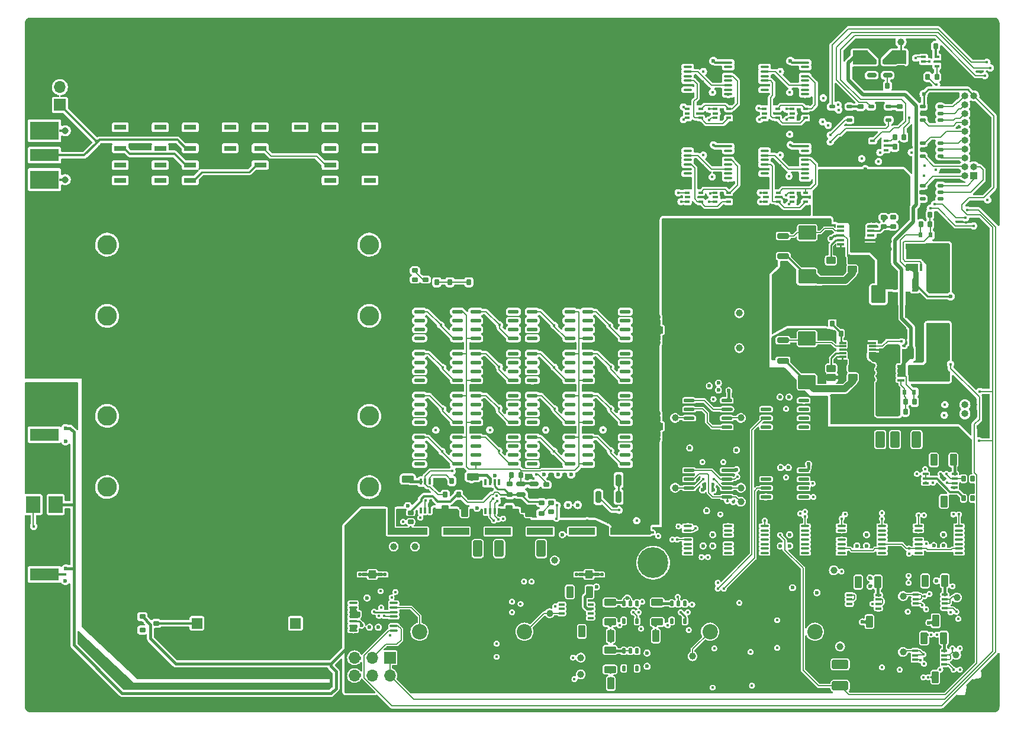
<source format=gtl>
%TF.GenerationSoftware,KiCad,Pcbnew,(6.0.11)*%
%TF.CreationDate,2023-08-11T21:29:25-04:00*%
%TF.ProjectId,1fNoiseAmplifierRev13,31664e6f-6973-4654-916d-706c69666965,rev?*%
%TF.SameCoordinates,Original*%
%TF.FileFunction,Copper,L1,Top*%
%TF.FilePolarity,Positive*%
%FSLAX46Y46*%
G04 Gerber Fmt 4.6, Leading zero omitted, Abs format (unit mm)*
G04 Created by KiCad (PCBNEW (6.0.11)) date 2023-08-11 21:29:25*
%MOMM*%
%LPD*%
G01*
G04 APERTURE LIST*
G04 Aperture macros list*
%AMRoundRect*
0 Rectangle with rounded corners*
0 $1 Rounding radius*
0 $2 $3 $4 $5 $6 $7 $8 $9 X,Y pos of 4 corners*
0 Add a 4 corners polygon primitive as box body*
4,1,4,$2,$3,$4,$5,$6,$7,$8,$9,$2,$3,0*
0 Add four circle primitives for the rounded corners*
1,1,$1+$1,$2,$3*
1,1,$1+$1,$4,$5*
1,1,$1+$1,$6,$7*
1,1,$1+$1,$8,$9*
0 Add four rect primitives between the rounded corners*
20,1,$1+$1,$2,$3,$4,$5,0*
20,1,$1+$1,$4,$5,$6,$7,0*
20,1,$1+$1,$6,$7,$8,$9,0*
20,1,$1+$1,$8,$9,$2,$3,0*%
%AMFreePoly0*
4,1,21,1.372500,0.787500,0.862500,0.787500,0.862500,0.532500,1.372500,0.532500,1.372500,0.127500,0.862500,0.127500,0.862500,-0.127500,1.372500,-0.127500,1.372500,-0.532500,0.862500,-0.532500,0.862500,-0.787500,1.372500,-0.787500,1.372500,-1.195000,0.612500,-1.195000,0.612500,-1.117500,-0.862500,-1.117500,-0.862500,1.117500,0.612500,1.117500,0.612500,1.195000,1.372500,1.195000,
1.372500,0.787500,1.372500,0.787500,$1*%
G04 Aperture macros list end*
%TA.AperFunction,SMDPad,CuDef*%
%ADD10R,0.650000X0.400000*%
%TD*%
%TA.AperFunction,ComponentPad*%
%ADD11R,1.000000X1.000000*%
%TD*%
%TA.AperFunction,ComponentPad*%
%ADD12O,1.000000X1.000000*%
%TD*%
%TA.AperFunction,ComponentPad*%
%ADD13C,0.700000*%
%TD*%
%TA.AperFunction,ComponentPad*%
%ADD14C,4.400000*%
%TD*%
%TA.AperFunction,SMDPad,CuDef*%
%ADD15RoundRect,0.137500X-0.262500X-0.137500X0.262500X-0.137500X0.262500X0.137500X-0.262500X0.137500X0*%
%TD*%
%TA.AperFunction,SMDPad,CuDef*%
%ADD16RoundRect,0.150000X-0.150000X-0.300000X0.150000X-0.300000X0.150000X0.300000X-0.150000X0.300000X0*%
%TD*%
%TA.AperFunction,SMDPad,CuDef*%
%ADD17RoundRect,0.175000X0.275000X-0.175000X0.275000X0.175000X-0.275000X0.175000X-0.275000X-0.175000X0*%
%TD*%
%TA.AperFunction,SMDPad,CuDef*%
%ADD18RoundRect,0.175000X0.175000X0.275000X-0.175000X0.275000X-0.175000X-0.275000X0.175000X-0.275000X0*%
%TD*%
%TA.AperFunction,SMDPad,CuDef*%
%ADD19RoundRect,0.250000X-1.025000X0.787500X-1.025000X-0.787500X1.025000X-0.787500X1.025000X0.787500X0*%
%TD*%
%TA.AperFunction,SMDPad,CuDef*%
%ADD20RoundRect,0.250000X0.325000X1.100000X-0.325000X1.100000X-0.325000X-1.100000X0.325000X-1.100000X0*%
%TD*%
%TA.AperFunction,SMDPad,CuDef*%
%ADD21RoundRect,0.250000X-0.325000X-1.100000X0.325000X-1.100000X0.325000X1.100000X-0.325000X1.100000X0*%
%TD*%
%TA.AperFunction,SMDPad,CuDef*%
%ADD22RoundRect,0.250000X1.025000X-0.787500X1.025000X0.787500X-1.025000X0.787500X-1.025000X-0.787500X0*%
%TD*%
%TA.AperFunction,SMDPad,CuDef*%
%ADD23RoundRect,0.150000X0.300000X-0.150000X0.300000X0.150000X-0.300000X0.150000X-0.300000X-0.150000X0*%
%TD*%
%TA.AperFunction,SMDPad,CuDef*%
%ADD24RoundRect,0.150000X-0.300000X0.150000X-0.300000X-0.150000X0.300000X-0.150000X0.300000X0.150000X0*%
%TD*%
%TA.AperFunction,SMDPad,CuDef*%
%ADD25RoundRect,0.198450X0.464050X0.326550X-0.464050X0.326550X-0.464050X-0.326550X0.464050X-0.326550X0*%
%TD*%
%TA.AperFunction,SMDPad,CuDef*%
%ADD26RoundRect,0.095000X0.405000X0.095000X-0.405000X0.095000X-0.405000X-0.095000X0.405000X-0.095000X0*%
%TD*%
%TA.AperFunction,ComponentPad*%
%ADD27C,0.500000*%
%TD*%
%TA.AperFunction,SMDPad,CuDef*%
%ADD28R,1.650000X2.850000*%
%TD*%
%TA.AperFunction,SMDPad,CuDef*%
%ADD29RoundRect,0.177778X-0.697222X0.222222X-0.697222X-0.222222X0.697222X-0.222222X0.697222X0.222222X0*%
%TD*%
%TA.AperFunction,SMDPad,CuDef*%
%ADD30RoundRect,0.198450X-0.464050X-0.326550X0.464050X-0.326550X0.464050X0.326550X-0.464050X0.326550X0*%
%TD*%
%TA.AperFunction,SMDPad,CuDef*%
%ADD31RoundRect,0.027000X0.473000X-0.108000X0.473000X0.108000X-0.473000X0.108000X-0.473000X-0.108000X0*%
%TD*%
%TA.AperFunction,ComponentPad*%
%ADD32C,0.400000*%
%TD*%
%TA.AperFunction,SMDPad,CuDef*%
%ADD33R,1.680000X1.880000*%
%TD*%
%TA.AperFunction,SMDPad,CuDef*%
%ADD34RoundRect,0.217391X-0.282609X-0.657609X0.282609X-0.657609X0.282609X0.657609X-0.282609X0.657609X0*%
%TD*%
%TA.AperFunction,SMDPad,CuDef*%
%ADD35RoundRect,0.048000X0.202000X-0.192000X0.202000X0.192000X-0.202000X0.192000X-0.202000X-0.192000X0*%
%TD*%
%TA.AperFunction,SMDPad,CuDef*%
%ADD36RoundRect,0.050000X0.200000X-0.300000X0.200000X0.300000X-0.200000X0.300000X-0.200000X-0.300000X0*%
%TD*%
%TA.AperFunction,SMDPad,CuDef*%
%ADD37RoundRect,0.110000X0.490000X-0.440000X0.490000X0.440000X-0.490000X0.440000X-0.490000X-0.440000X0*%
%TD*%
%TA.AperFunction,SMDPad,CuDef*%
%ADD38RoundRect,0.175000X-0.485000X0.175000X-0.485000X-0.175000X0.485000X-0.175000X0.485000X0.175000X0*%
%TD*%
%TA.AperFunction,SMDPad,CuDef*%
%ADD39R,0.600000X0.700000*%
%TD*%
%TA.AperFunction,SMDPad,CuDef*%
%ADD40RoundRect,0.100000X-0.350000X-0.100000X0.350000X-0.100000X0.350000X0.100000X-0.350000X0.100000X0*%
%TD*%
%TA.AperFunction,SMDPad,CuDef*%
%ADD41R,1.800000X0.800000*%
%TD*%
%TA.AperFunction,SMDPad,CuDef*%
%ADD42RoundRect,0.050000X-0.550000X-0.125000X0.550000X-0.125000X0.550000X0.125000X-0.550000X0.125000X0*%
%TD*%
%TA.AperFunction,SMDPad,CuDef*%
%ADD43RoundRect,0.250000X0.412500X0.925000X-0.412500X0.925000X-0.412500X-0.925000X0.412500X-0.925000X0*%
%TD*%
%TA.AperFunction,SMDPad,CuDef*%
%ADD44RoundRect,0.175000X-0.175000X-0.275000X0.175000X-0.275000X0.175000X0.275000X-0.175000X0.275000X0*%
%TD*%
%TA.AperFunction,SMDPad,CuDef*%
%ADD45C,1.000000*%
%TD*%
%TA.AperFunction,SMDPad,CuDef*%
%ADD46RoundRect,0.130000X-0.645000X-0.130000X0.645000X-0.130000X0.645000X0.130000X-0.645000X0.130000X0*%
%TD*%
%TA.AperFunction,SMDPad,CuDef*%
%ADD47RoundRect,0.217391X0.657609X-0.282609X0.657609X0.282609X-0.657609X0.282609X-0.657609X-0.282609X0*%
%TD*%
%TA.AperFunction,ComponentPad*%
%ADD48C,2.200000*%
%TD*%
%TA.AperFunction,SMDPad,CuDef*%
%ADD49RoundRect,0.177778X0.222222X0.697222X-0.222222X0.697222X-0.222222X-0.697222X0.222222X-0.697222X0*%
%TD*%
%TA.AperFunction,SMDPad,CuDef*%
%ADD50R,2.920000X1.270000*%
%TD*%
%TA.AperFunction,ComponentPad*%
%ADD51C,2.840000*%
%TD*%
%TA.AperFunction,SMDPad,CuDef*%
%ADD52RoundRect,0.217391X0.282609X0.657609X-0.282609X0.657609X-0.282609X-0.657609X0.282609X-0.657609X0*%
%TD*%
%TA.AperFunction,SMDPad,CuDef*%
%ADD53RoundRect,0.130000X0.645000X0.130000X-0.645000X0.130000X-0.645000X-0.130000X0.645000X-0.130000X0*%
%TD*%
%TA.AperFunction,SMDPad,CuDef*%
%ADD54RoundRect,0.100000X0.100000X-0.350000X0.100000X0.350000X-0.100000X0.350000X-0.100000X-0.350000X0*%
%TD*%
%TA.AperFunction,SMDPad,CuDef*%
%ADD55RoundRect,0.050000X0.550000X0.125000X-0.550000X0.125000X-0.550000X-0.125000X0.550000X-0.125000X0*%
%TD*%
%TA.AperFunction,SMDPad,CuDef*%
%ADD56R,1.000000X1.000000*%
%TD*%
%TA.AperFunction,SMDPad,CuDef*%
%ADD57R,1.000000X3.140000*%
%TD*%
%TA.AperFunction,SMDPad,CuDef*%
%ADD58R,3.800000X1.000000*%
%TD*%
%TA.AperFunction,SMDPad,CuDef*%
%ADD59R,1.000000X3.800000*%
%TD*%
%TA.AperFunction,SMDPad,CuDef*%
%ADD60R,4.720000X1.000000*%
%TD*%
%TA.AperFunction,SMDPad,CuDef*%
%ADD61RoundRect,0.175000X-0.275000X-0.175000X0.275000X-0.175000X0.275000X0.175000X-0.275000X0.175000X0*%
%TD*%
%TA.AperFunction,SMDPad,CuDef*%
%ADD62RoundRect,0.076000X-0.684000X-0.684000X0.684000X-0.684000X0.684000X0.684000X-0.684000X0.684000X0*%
%TD*%
%TA.AperFunction,SMDPad,CuDef*%
%ADD63RoundRect,0.095500X-0.859500X-0.859500X0.859500X-0.859500X0.859500X0.859500X-0.859500X0.859500X0*%
%TD*%
%TA.AperFunction,SMDPad,CuDef*%
%ADD64R,0.990000X0.405000*%
%TD*%
%TA.AperFunction,SMDPad,CuDef*%
%ADD65FreePoly0,0.000000*%
%TD*%
%TA.AperFunction,SMDPad,CuDef*%
%ADD66RoundRect,0.250000X-0.787500X-1.025000X0.787500X-1.025000X0.787500X1.025000X-0.787500X1.025000X0*%
%TD*%
%TA.AperFunction,SMDPad,CuDef*%
%ADD67RoundRect,0.050000X-0.300000X-0.200000X0.300000X-0.200000X0.300000X0.200000X-0.300000X0.200000X0*%
%TD*%
%TA.AperFunction,SMDPad,CuDef*%
%ADD68RoundRect,0.048000X-0.192000X-0.202000X0.192000X-0.202000X0.192000X0.202000X-0.192000X0.202000X0*%
%TD*%
%TA.AperFunction,SMDPad,CuDef*%
%ADD69RoundRect,0.110000X-0.440000X-0.490000X0.440000X-0.490000X0.440000X0.490000X-0.440000X0.490000X0*%
%TD*%
%TA.AperFunction,SMDPad,CuDef*%
%ADD70R,4.190000X1.780000*%
%TD*%
%TA.AperFunction,SMDPad,CuDef*%
%ADD71R,0.890000X0.460000*%
%TD*%
%TA.AperFunction,SMDPad,CuDef*%
%ADD72R,4.190000X2.665000*%
%TD*%
%TA.AperFunction,ComponentPad*%
%ADD73C,0.970000*%
%TD*%
%TA.AperFunction,SMDPad,CuDef*%
%ADD74RoundRect,0.250000X-0.925000X0.412500X-0.925000X-0.412500X0.925000X-0.412500X0.925000X0.412500X0*%
%TD*%
%TA.AperFunction,SMDPad,CuDef*%
%ADD75RoundRect,0.150000X0.150000X0.300000X-0.150000X0.300000X-0.150000X-0.300000X0.150000X-0.300000X0*%
%TD*%
%TA.AperFunction,SMDPad,CuDef*%
%ADD76RoundRect,0.175000X0.175000X-0.275000X0.175000X0.275000X-0.175000X0.275000X-0.175000X-0.275000X0*%
%TD*%
%TA.AperFunction,SMDPad,CuDef*%
%ADD77RoundRect,0.137500X0.137500X-0.262500X0.137500X0.262500X-0.137500X0.262500X-0.137500X-0.262500X0*%
%TD*%
%TA.AperFunction,SMDPad,CuDef*%
%ADD78RoundRect,0.200000X0.475000X-0.200000X0.475000X0.200000X-0.475000X0.200000X-0.475000X-0.200000X0*%
%TD*%
%TA.AperFunction,SMDPad,CuDef*%
%ADD79RoundRect,0.217391X-0.657609X0.282609X-0.657609X-0.282609X0.657609X-0.282609X0.657609X0.282609X0*%
%TD*%
%TA.AperFunction,SMDPad,CuDef*%
%ADD80RoundRect,0.150000X-0.512500X-0.150000X0.512500X-0.150000X0.512500X0.150000X-0.512500X0.150000X0*%
%TD*%
%TA.AperFunction,SMDPad,CuDef*%
%ADD81RoundRect,0.250000X-0.412500X-0.925000X0.412500X-0.925000X0.412500X0.925000X-0.412500X0.925000X0*%
%TD*%
%TA.AperFunction,ComponentPad*%
%ADD82C,2.800000*%
%TD*%
%TA.AperFunction,SMDPad,CuDef*%
%ADD83RoundRect,0.175000X-0.175000X0.275000X-0.175000X-0.275000X0.175000X-0.275000X0.175000X0.275000X0*%
%TD*%
%TA.AperFunction,SMDPad,CuDef*%
%ADD84RoundRect,0.250000X0.787500X1.025000X-0.787500X1.025000X-0.787500X-1.025000X0.787500X-1.025000X0*%
%TD*%
%TA.AperFunction,SMDPad,CuDef*%
%ADD85RoundRect,0.175000X-0.275000X0.175000X-0.275000X-0.175000X0.275000X-0.175000X0.275000X0.175000X0*%
%TD*%
%TA.AperFunction,ComponentPad*%
%ADD86R,1.700000X1.700000*%
%TD*%
%TA.AperFunction,ComponentPad*%
%ADD87O,1.700000X1.700000*%
%TD*%
%TA.AperFunction,SMDPad,CuDef*%
%ADD88RoundRect,0.076000X-0.684000X0.684000X-0.684000X-0.684000X0.684000X-0.684000X0.684000X0.684000X0*%
%TD*%
%TA.AperFunction,SMDPad,CuDef*%
%ADD89RoundRect,0.095500X-0.859500X0.859500X-0.859500X-0.859500X0.859500X-0.859500X0.859500X0.859500X0*%
%TD*%
%TA.AperFunction,SMDPad,CuDef*%
%ADD90R,2.010000X2.390000*%
%TD*%
%TA.AperFunction,SMDPad,CuDef*%
%ADD91R,0.405000X0.990000*%
%TD*%
%TA.AperFunction,SMDPad,CuDef*%
%ADD92FreePoly0,90.000000*%
%TD*%
%TA.AperFunction,ViaPad*%
%ADD93C,0.450000*%
%TD*%
%TA.AperFunction,ViaPad*%
%ADD94C,0.600000*%
%TD*%
%TA.AperFunction,ViaPad*%
%ADD95C,0.800000*%
%TD*%
%TA.AperFunction,ViaPad*%
%ADD96C,0.550000*%
%TD*%
%TA.AperFunction,Conductor*%
%ADD97C,0.150000*%
%TD*%
%TA.AperFunction,Conductor*%
%ADD98C,0.500000*%
%TD*%
%TA.AperFunction,Conductor*%
%ADD99C,0.300000*%
%TD*%
%TA.AperFunction,Conductor*%
%ADD100C,0.250000*%
%TD*%
%TA.AperFunction,Conductor*%
%ADD101C,0.200000*%
%TD*%
%TA.AperFunction,Conductor*%
%ADD102C,0.350000*%
%TD*%
%TA.AperFunction,Conductor*%
%ADD103C,0.186000*%
%TD*%
%TA.AperFunction,Conductor*%
%ADD104C,0.400000*%
%TD*%
%TA.AperFunction,Conductor*%
%ADD105C,0.750000*%
%TD*%
%TA.AperFunction,Conductor*%
%ADD106C,1.000000*%
%TD*%
%TA.AperFunction,Conductor*%
%ADD107C,0.130000*%
%TD*%
G04 APERTURE END LIST*
D10*
%TO.P,U28,6*%
%TO.N,Net-(U38-Pad6)*%
X164286206Y-67629869D03*
%TO.P,U28,5,VCC*%
%TO.N,+3V3*%
X164286206Y-68279869D03*
%TO.P,U28,4*%
%TO.N,unconnected-(U38-Pad4)*%
X164286206Y-68929869D03*
%TO.P,U28,3*%
%TO.N,GND*%
X162386206Y-68929869D03*
%TO.P,U28,2,GND*%
X162386206Y-68279869D03*
%TO.P,U28,1*%
%TO.N,INPUT_HP_SW*%
X162386206Y-67629869D03*
%TD*%
D11*
%TO.P,J12,1,Pin_1*%
%TO.N,GND*%
X176861206Y-106679869D03*
D12*
%TO.P,J12,2,Pin_2*%
%TO.N,SAT_INPUT_STG*%
X175591206Y-106679869D03*
%TO.P,J12,3,Pin_3*%
%TO.N,GND*%
X176861206Y-105409869D03*
%TO.P,J12,4,Pin_4*%
%TO.N,SAT_OUTPUT_STG*%
X175591206Y-105409869D03*
%TD*%
D13*
%TO.P,H1,1,1*%
%TO.N,GND*%
X45002932Y-147846595D03*
X43836206Y-145029869D03*
X42669480Y-145513143D03*
X42186206Y-146679869D03*
X45002932Y-145513143D03*
X42669480Y-147846595D03*
X43836206Y-148329869D03*
D14*
X43836206Y-146679869D03*
D13*
X45486206Y-146679869D03*
%TD*%
%TO.P,H2,1,1*%
%TO.N,GND*%
X179002932Y-147846595D03*
X177836206Y-145029869D03*
X176669480Y-145513143D03*
X176186206Y-146679869D03*
X179002932Y-145513143D03*
X176669480Y-147846595D03*
X177836206Y-148329869D03*
D14*
X177836206Y-146679869D03*
D13*
X179486206Y-146679869D03*
%TD*%
%TO.P,H7,1,1*%
%TO.N,GND*%
X45486206Y-52679869D03*
D14*
X43836206Y-52679869D03*
D13*
X43836206Y-54329869D03*
X42669480Y-53846595D03*
X45002932Y-51513143D03*
X42186206Y-52679869D03*
X42669480Y-51513143D03*
X43836206Y-51029869D03*
X45002932Y-53846595D03*
%TD*%
%TO.P,H8,1,1*%
%TO.N,GND*%
X179002932Y-53846595D03*
X177836206Y-51029869D03*
X176669480Y-51513143D03*
X176186206Y-52679869D03*
X179002932Y-51513143D03*
X176669480Y-53846595D03*
X177836206Y-54329869D03*
D14*
X177836206Y-52679869D03*
D13*
X179486206Y-52679869D03*
%TD*%
D15*
%TO.P,U34,1*%
%TO.N,Net-(R110-Pad1)*%
X162186206Y-62729869D03*
%TO.P,U34,2,V-*%
%TO.N,GND*%
X162186206Y-63679869D03*
%TO.P,U34,3,+*%
X162186206Y-64629869D03*
%TO.P,U34,4,-*%
%TO.N,/SAT_TR1*%
X164686206Y-64629869D03*
%TO.P,U34,5,V+*%
%TO.N,+3V3*%
X164686206Y-62729869D03*
%TD*%
%TO.P,U33,1*%
%TO.N,Net-(R109-Pad1)*%
X156586206Y-62729869D03*
%TO.P,U33,2,V-*%
%TO.N,GND*%
X156586206Y-63679869D03*
%TO.P,U33,3,+*%
X156586206Y-64629869D03*
%TO.P,U33,4,-*%
%TO.N,/SAT_TR2*%
X159086206Y-64629869D03*
%TO.P,U33,5,V+*%
%TO.N,+3V3*%
X159086206Y-62729869D03*
%TD*%
D16*
%TO.P,R24,1*%
%TO.N,Net-(U38-Pad6)*%
X165586206Y-67079869D03*
%TO.P,R24,2*%
%TO.N,K2_SW*%
X166886206Y-67079869D03*
%TD*%
D17*
%TO.P,C42,1*%
%TO.N,GND*%
X160636206Y-64254869D03*
%TO.P,C42,2*%
%TO.N,+3V3*%
X160636206Y-62704869D03*
%TD*%
%TO.P,C43,1*%
%TO.N,GND*%
X166236206Y-64254869D03*
%TO.P,C43,2*%
%TO.N,+3V3*%
X166236206Y-62704869D03*
%TD*%
D18*
%TO.P,C41,1*%
%TO.N,GND*%
X167111206Y-68479869D03*
%TO.P,C41,2*%
%TO.N,+3V3*%
X165561206Y-68479869D03*
%TD*%
D19*
%TO.P,C32,1*%
%TO.N,Net-(C32-Pad1)*%
X153011206Y-95917369D03*
%TO.P,C32,2*%
%TO.N,Net-(C33-Pad4)*%
X153011206Y-102142369D03*
%TD*%
D20*
%TO.P,C34,1*%
%TO.N,/PowerSupply/LDO_IN+*%
X164286206Y-100729869D03*
%TO.P,C34,2*%
%TO.N,GND*%
X161336206Y-100729869D03*
%TD*%
D21*
%TO.P,C40,1*%
%TO.N,GND*%
X161266206Y-85379869D03*
%TO.P,C40,2*%
%TO.N,/PowerSupply/LDO_IN-*%
X164216206Y-85379869D03*
%TD*%
D22*
%TO.P,C38,1*%
%TO.N,Net-(C39-Pad1)*%
X153041206Y-86992369D03*
%TO.P,C38,2*%
%TO.N,Net-(C38-Pad2)*%
X153041206Y-80767369D03*
%TD*%
D23*
%TO.P,R22,1*%
%TO.N,Net-(R21-Pad2)*%
X163991206Y-79879869D03*
%TO.P,R22,2*%
%TO.N,GND*%
X163991206Y-78579869D03*
%TD*%
D16*
%TO.P,R15,1*%
%TO.N,Net-(R14-Pad2)*%
X156611206Y-93807369D03*
%TO.P,R15,2*%
%TO.N,GND*%
X157911206Y-93807369D03*
%TD*%
%TO.P,R14,1*%
%TO.N,+5V4*%
X156611206Y-95179869D03*
%TO.P,R14,2*%
%TO.N,Net-(R14-Pad2)*%
X157911206Y-95179869D03*
%TD*%
D24*
%TO.P,R21,1*%
%TO.N,-4V3*%
X165311206Y-78579869D03*
%TO.P,R21,2*%
%TO.N,Net-(R21-Pad2)*%
X165311206Y-79879869D03*
%TD*%
D16*
%TO.P,R12,1*%
%TO.N,Net-(D3-Pad2)*%
X167086206Y-106379869D03*
%TO.P,R12,2*%
%TO.N,GND*%
X168386206Y-106379869D03*
%TD*%
%TO.P,R23,1*%
%TO.N,GND*%
X169286206Y-78179869D03*
%TO.P,R23,2*%
%TO.N,Net-(D4-Pad1)*%
X170586206Y-78179869D03*
%TD*%
D25*
%TO.P,C39,1*%
%TO.N,Net-(C39-Pad1)*%
X159478706Y-86029869D03*
%TO.P,C39,2*%
%TO.N,GND*%
X159478706Y-84729869D03*
%TO.P,C39,3*%
%TO.N,-4V3*%
X156403706Y-86029869D03*
%TO.P,C39,4*%
%TO.N,Net-(C39-Pad4)*%
X156403706Y-84729869D03*
%TD*%
D26*
%TO.P,U21,1,IN*%
%TO.N,/PowerSupply/LDO_IN-*%
X162141206Y-83104869D03*
%TO.P,U21,2,IN*%
X162141206Y-82454869D03*
%TO.P,U21,3,EN/UV*%
X162141206Y-81804869D03*
%TO.P,U21,4,PG*%
%TO.N,/PowerSupply/PG-*%
X162141206Y-81154869D03*
%TO.P,U21,5,PGFB*%
%TO.N,Net-(R21-Pad2)*%
X162141206Y-80504869D03*
%TO.P,U21,6,ILIM*%
%TO.N,GND*%
X162141206Y-79854869D03*
%TO.P,U21,7,VIOC*%
%TO.N,unconnected-(U21-Pad7)*%
X157841206Y-79854869D03*
%TO.P,U21,8,SET*%
%TO.N,Net-(C38-Pad2)*%
X157841206Y-80504869D03*
%TO.P,U21,9,GND*%
%TO.N,GND*%
X157841206Y-81154869D03*
%TO.P,U21,10,OUTS*%
%TO.N,Net-(C39-Pad4)*%
X157841206Y-81804869D03*
%TO.P,U21,11,OUT*%
%TO.N,-4V3*%
X157841206Y-82454869D03*
%TO.P,U21,12,OUT*%
X157841206Y-83104869D03*
D27*
%TO.P,U21,13,IN*%
%TO.N,/PowerSupply/LDO_IN-*%
X159491206Y-82479869D03*
X159491206Y-81479869D03*
D28*
X159991206Y-81479869D03*
D27*
X160491206Y-80479869D03*
X160491206Y-81479869D03*
X159491206Y-80479869D03*
X160491206Y-82479869D03*
%TD*%
D29*
%TO.P,R19,1*%
%TO.N,Net-(C38-Pad2)*%
X149611206Y-81229869D03*
%TO.P,R19,2*%
%TO.N,Net-(C39-Pad1)*%
X149611206Y-84129869D03*
%TD*%
%TO.P,R13,1*%
%TO.N,Net-(C32-Pad1)*%
X149561206Y-96182369D03*
%TO.P,R13,2*%
%TO.N,Net-(C33-Pad4)*%
X149561206Y-99082369D03*
%TD*%
D30*
%TO.P,C33,1*%
%TO.N,Net-(C33-Pad1)*%
X156473706Y-100179869D03*
%TO.P,C33,2*%
%TO.N,+5V4*%
X156473706Y-101479869D03*
%TO.P,C33,3*%
%TO.N,GND*%
X159548706Y-100179869D03*
%TO.P,C33,4*%
%TO.N,Net-(C33-Pad4)*%
X159548706Y-101479869D03*
%TD*%
D31*
%TO.P,U20,1,IN*%
%TO.N,/PowerSupply/LDO_IN+*%
X162411206Y-98529869D03*
%TO.P,U20,2,IN*%
X162411206Y-98029869D03*
%TO.P,U20,3,EN/UV*%
X162411206Y-97529869D03*
%TO.P,U20,4,PG*%
%TO.N,POR*%
X162411206Y-97029869D03*
%TO.P,U20,5,ILIM*%
%TO.N,GND*%
X162411206Y-96529869D03*
%TO.P,U20,6,PGFB*%
%TO.N,Net-(R14-Pad2)*%
X158111206Y-96529869D03*
%TO.P,U20,7,SET*%
%TO.N,Net-(C32-Pad1)*%
X158111206Y-97029869D03*
%TO.P,U20,8,GND*%
%TO.N,GND*%
X158111206Y-97529869D03*
%TO.P,U20,9,OUTS*%
%TO.N,Net-(C33-Pad1)*%
X158111206Y-98029869D03*
%TO.P,U20,10,OUT*%
%TO.N,+5V4*%
X158111206Y-98529869D03*
D32*
%TO.P,U20,11,GND*%
%TO.N,GND*%
X160861206Y-97529869D03*
D33*
X160261206Y-97529869D03*
D32*
X160861206Y-96829869D03*
X159661206Y-96829869D03*
X159661206Y-97529869D03*
X160861206Y-98229869D03*
X159661206Y-98229869D03*
%TD*%
D34*
%TO.P,C8,1*%
%TO.N,GND*%
X131391832Y-138479869D03*
%TO.P,C8,2*%
%TO.N,-4V3*%
X134191832Y-138479869D03*
%TD*%
D35*
%TO.P,J18,1,Pin_1*%
%TO.N,GND*%
X131836206Y-71489869D03*
D36*
X131836206Y-70779869D03*
D35*
X131836206Y-67869869D03*
D37*
X131836206Y-69679869D03*
D36*
X131836206Y-68579869D03*
%TD*%
D38*
%TO.P,R4,1*%
%TO.N,FB*%
X113910142Y-116729869D03*
%TO.P,R4,2*%
%TO.N,GND*%
X113910142Y-118229869D03*
%TD*%
D39*
%TO.P,D3,1,K*%
%TO.N,SYS_V_{IN}+*%
X168336206Y-103579869D03*
%TO.P,D3,2,A*%
%TO.N,Net-(D3-Pad2)*%
X166936206Y-103579869D03*
%TD*%
D40*
%TO.P,U7,1*%
%TO.N,Net-(U7-Pad1)*%
X159061206Y-132604869D03*
%TO.P,U7,2,-*%
X159061206Y-133254869D03*
%TO.P,U7,3,+*%
%TO.N,GND*%
X159061206Y-133904869D03*
%TO.P,U7,4,V-*%
%TO.N,-4V3*%
X159061206Y-134554869D03*
%TO.P,U7,5,+*%
%TO.N,Net-(R29-Pad1)*%
X163211206Y-134554869D03*
%TO.P,U7,6,-*%
%TO.N,/WB*%
X163211206Y-133904869D03*
%TO.P,U7,7*%
X163211206Y-133254869D03*
%TO.P,U7,8,V+*%
%TO.N,+5V4*%
X163211206Y-132604869D03*
%TD*%
%TO.P,U2,1*%
%TO.N,Net-(C48-Pad1)*%
X168486206Y-140604869D03*
%TO.P,U2,2,-*%
X168486206Y-141254869D03*
%TO.P,U2,3,+*%
%TO.N,Net-(C46-Pad2)*%
X168486206Y-141904869D03*
%TO.P,U2,4,V-*%
%TO.N,-4V3*%
X168486206Y-142554869D03*
%TO.P,U2,5,+*%
%TO.N,Net-(C45-Pad2)*%
X172636206Y-142554869D03*
%TO.P,U2,6,-*%
%TO.N,/10Hz_LP*%
X172636206Y-141904869D03*
%TO.P,U2,7*%
X172636206Y-141254869D03*
%TO.P,U2,8,V+*%
%TO.N,+5V4*%
X172636206Y-140604869D03*
%TD*%
D13*
%TO.P,H3,1,1*%
%TO.N,GND*%
X50669480Y-126513143D03*
X53002932Y-126513143D03*
X50669480Y-128846595D03*
X50186206Y-127679869D03*
X51836206Y-129329869D03*
X53002932Y-128846595D03*
D14*
X51836206Y-127679869D03*
D13*
X53486206Y-127679869D03*
X51836206Y-126029869D03*
%TD*%
D41*
%TO.P,K1,1*%
%TO.N,K1_S*%
X54786206Y-65679869D03*
%TO.P,K1,2*%
%TO.N,Net-(K2-Pad3)*%
X54786206Y-68679869D03*
%TO.P,K1,3*%
%TO.N,/Input Stage/AC_IN*%
X54786206Y-71079869D03*
%TO.P,K1,4*%
%TO.N,unconnected-(K1-Pad4)*%
X54786206Y-73279869D03*
%TO.P,K1,5*%
%TO.N,Net-(K1-Pad5)*%
X60486206Y-73279869D03*
%TO.P,K1,6*%
%TO.N,/Input Stage/IN*%
X60486206Y-71079869D03*
%TO.P,K1,7*%
%TO.N,unconnected-(K1-Pad7)*%
X60486206Y-68679869D03*
%TO.P,K1,8*%
%TO.N,K1_R*%
X60486206Y-65679869D03*
%TD*%
D42*
%TO.P,U12,1*%
%TO.N,10kHz_LP_SW*%
X168936206Y-122729869D03*
%TO.P,U12,2,EN*%
%TO.N,+5V4*%
X168936206Y-123379869D03*
%TO.P,U12,3,VSS*%
%TO.N,-4V3*%
X168936206Y-124029869D03*
%TO.P,U12,4*%
%TO.N,unconnected-(U12-Pad4)*%
X168936206Y-124679869D03*
%TO.P,U12,5*%
%TO.N,/10kHz_LP*%
X168936206Y-125329869D03*
%TO.P,U12,6*%
%TO.N,/OUTPUT+*%
X168936206Y-125979869D03*
%TO.P,U12,7*%
%TO.N,N/C*%
X168936206Y-126629869D03*
%TO.P,U12,8*%
X174736206Y-126629869D03*
%TO.P,U12,9*%
%TO.N,/OUTPUT+*%
X174736206Y-125979869D03*
%TO.P,U12,10*%
%TO.N,/10Hz_LP*%
X174736206Y-125329869D03*
%TO.P,U12,11*%
%TO.N,unconnected-(U12-Pad11)*%
X174736206Y-124679869D03*
%TO.P,U12,12,VDD*%
%TO.N,+5V4*%
X174736206Y-124029869D03*
%TO.P,U12,13,GND*%
%TO.N,GND*%
X174736206Y-123379869D03*
%TO.P,U12,14*%
%TO.N,10Hz_LP_SW*%
X174736206Y-122729869D03*
%TD*%
D43*
%TO.P,C30,1*%
%TO.N,+5V4*%
X168673706Y-110379869D03*
%TO.P,C30,2*%
%TO.N,GND*%
X165598706Y-110379869D03*
%TD*%
D44*
%TO.P,C46,1*%
%TO.N,GND*%
X162961206Y-59779869D03*
%TO.P,C46,2*%
%TO.N,Net-(C43-Pad2)*%
X164511206Y-59779869D03*
%TD*%
D13*
%TO.P,H6,1,1*%
%TO.N,GND*%
X129836206Y-63329869D03*
X131486206Y-61679869D03*
D14*
X129836206Y-61679869D03*
D13*
X129836206Y-60029869D03*
X131002932Y-62846595D03*
X128669480Y-60513143D03*
X128186206Y-61679869D03*
X128669480Y-62846595D03*
X131002932Y-60513143D03*
%TD*%
D42*
%TO.P,U26,1,~{A}*%
%TO.N,GND*%
X135936206Y-68404869D03*
%TO.P,U26,2,B*%
%TO.N,K3_SW*%
X135936206Y-69054869D03*
%TO.P,U26,3,~{RD*%
%TO.N,POR*%
X135936206Y-69704869D03*
%TO.P,U26,4,~{Q}*%
%TO.N,unconnected-(U26-Pad4)*%
X135936206Y-70354869D03*
%TO.P,U26,5,Q*%
%TO.N,Net-(U22-Pad1)*%
X135936206Y-71004869D03*
%TO.P,U26,6,C_{EXT*%
%TO.N,GND*%
X135936206Y-71654869D03*
%TO.P,U26,7,R_{CEXT*%
%TO.N,Net-(C91-Pad2)*%
X135936206Y-72304869D03*
%TO.P,U26,8,GND*%
%TO.N,GND*%
X135936206Y-72954869D03*
%TO.P,U26,9,~{A}*%
%TO.N,K3_SW*%
X141736206Y-72954869D03*
%TO.P,U26,10,B*%
%TO.N,+3V3*%
X141736206Y-72304869D03*
%TO.P,U26,11,~{R}D*%
%TO.N,POR*%
X141736206Y-71654869D03*
%TO.P,U26,12,~{Q}*%
%TO.N,unconnected-(U26-Pad12)*%
X141736206Y-71004869D03*
%TO.P,U26,13,Q*%
%TO.N,Net-(U22-Pad3)*%
X141736206Y-70354869D03*
%TO.P,U26,14,C_{EEXT*%
%TO.N,GND*%
X141736206Y-69704869D03*
%TO.P,U26,15,R_{CEXT*%
%TO.N,Net-(C96-Pad2)*%
X141736206Y-69054869D03*
%TO.P,U26,16,VCC*%
%TO.N,+3V3*%
X141736206Y-68404869D03*
%TD*%
D45*
%TO.P,TP13,1,1*%
%TO.N,/WB*%
X156836206Y-129079869D03*
%TD*%
%TO.P,TP5,1,1*%
%TO.N,Net-(C48-Pad1)*%
X166736206Y-140779869D03*
%TD*%
D46*
%TO.P,Q7,1,S*%
%TO.N,Net-(Q37-Pad3)*%
X113710142Y-104074869D03*
%TO.P,Q7,2,D*%
%TO.N,Net-(Q1-Pad2)*%
X113710142Y-105344869D03*
%TO.P,Q7,3*%
%TO.N,N/C*%
X113710142Y-106614869D03*
%TO.P,Q7,4,G*%
%TO.N,/Input Stage/IN*%
X113710142Y-107884869D03*
%TO.P,Q7,5,S*%
%TO.N,Net-(Q37-Pad3)*%
X119110142Y-107884869D03*
%TO.P,Q7,6,D*%
%TO.N,Net-(Q1-Pad6)*%
X119110142Y-106614869D03*
%TO.P,Q7,7*%
%TO.N,N/C*%
X119110142Y-105344869D03*
%TO.P,Q7,8,G*%
%TO.N,FB*%
X119110142Y-104074869D03*
%TD*%
D45*
%TO.P,TP9,1,1*%
%TO.N,/10kHz_LP*%
X174436206Y-132979869D03*
%TD*%
D47*
%TO.P,C7,1*%
%TO.N,GND*%
X124836206Y-143279869D03*
%TO.P,C7,2*%
%TO.N,+5V4*%
X124836206Y-140479869D03*
%TD*%
D24*
%TO.P,C36,1*%
%TO.N,GND*%
X98436206Y-86179869D03*
%TO.P,C36,2*%
%TO.N,Net-(C36-Pad2)*%
X98436206Y-87479869D03*
%TD*%
D48*
%TO.P,C4,1*%
%TO.N,Net-(C4-Pad1)*%
X97586206Y-137879869D03*
%TO.P,C4,2*%
%TO.N,/U3+*%
X112586206Y-137879869D03*
%TD*%
D42*
%TO.P,U35,1,~{A}*%
%TO.N,GND*%
X135936206Y-56404869D03*
%TO.P,U35,2,B*%
%TO.N,K1_SW*%
X135936206Y-57054869D03*
%TO.P,U35,3,~{RD*%
%TO.N,POR*%
X135936206Y-57704869D03*
%TO.P,U35,4,~{Q}*%
%TO.N,unconnected-(U32-Pad4)*%
X135936206Y-58354869D03*
%TO.P,U35,5,Q*%
%TO.N,Net-(U28-Pad1)*%
X135936206Y-59004869D03*
%TO.P,U35,6,C_{EXT*%
%TO.N,GND*%
X135936206Y-59654869D03*
%TO.P,U35,7,R_{CEXT*%
%TO.N,Net-(C103-Pad2)*%
X135936206Y-60304869D03*
%TO.P,U35,8,GND*%
%TO.N,GND*%
X135936206Y-60954869D03*
%TO.P,U35,9,~{A}*%
%TO.N,K1_SW*%
X141736206Y-60954869D03*
%TO.P,U35,10,B*%
%TO.N,+3V3*%
X141736206Y-60304869D03*
%TO.P,U35,11,~{R}D*%
%TO.N,POR*%
X141736206Y-59654869D03*
%TO.P,U35,12,~{Q}*%
%TO.N,unconnected-(U32-Pad12)*%
X141736206Y-59004869D03*
%TO.P,U35,13,Q*%
%TO.N,Net-(U28-Pad3)*%
X141736206Y-58354869D03*
%TO.P,U35,14,C_{EEXT*%
%TO.N,GND*%
X141736206Y-57704869D03*
%TO.P,U35,15,R_{CEXT*%
%TO.N,Net-(C107-Pad2)*%
X141736206Y-57054869D03*
%TO.P,U35,16,VCC*%
%TO.N,+3V3*%
X141736206Y-56404869D03*
%TD*%
D48*
%TO.P,C9,1*%
%TO.N,Net-(C9-Pad1)*%
X139136206Y-137879869D03*
%TO.P,C9,2*%
%TO.N,/HP_FILT_OUT*%
X154136206Y-137879869D03*
%TD*%
D45*
%TO.P,TP15,1,1*%
%TO.N,Net-(C77-Pad2)*%
X134136206Y-117279869D03*
%TD*%
D10*
%TO.P,U30,1*%
%TO.N,Net-(U28-Pad1)*%
X141786206Y-64329869D03*
%TO.P,U30,2,GND*%
%TO.N,GND*%
X141786206Y-63679869D03*
%TO.P,U30,3*%
%TO.N,Net-(U28-Pad3)*%
X141786206Y-63029869D03*
%TO.P,U30,4*%
%TO.N,K1_S*%
X139886206Y-63029869D03*
%TO.P,U30,5,VCC*%
%TO.N,+3V3*%
X139886206Y-63679869D03*
%TO.P,U30,6*%
%TO.N,K1_R*%
X139886206Y-64329869D03*
%TD*%
D49*
%TO.P,R18,1*%
%TO.N,SYS_V_{IN}-*%
X168486206Y-88079869D03*
%TO.P,R18,2*%
%TO.N,/PowerSupply/LDO_IN-*%
X165586206Y-88079869D03*
%TD*%
D45*
%TO.P,TP7,1,1*%
%TO.N,/U3+*%
X116186206Y-135229869D03*
%TD*%
D50*
%TO.P,J15,1,Pin_1*%
%TO.N,EXT_V_{IN}-*%
X171716206Y-88679869D03*
%TO.P,J15,2,Pin_2*%
%TO.N,GND*%
X171716206Y-91679869D03*
%TO.P,J15,3,Pin_3*%
%TO.N,EXT_V_{IN}+*%
X171716206Y-94679869D03*
D51*
%TO.P,J15,MP,MountPin*%
%TO.N,GND*%
X177186206Y-86529869D03*
X177186206Y-96829869D03*
%TD*%
D52*
%TO.P,C15,1*%
%TO.N,GND*%
X161936206Y-136429869D03*
%TO.P,C15,2*%
%TO.N,-4V3*%
X159136206Y-136429869D03*
%TD*%
D45*
%TO.P,TP10,1,1*%
%TO.N,/Input Stage/U13-*%
X93886206Y-125679869D03*
%TD*%
D39*
%TO.P,D4,1,K*%
%TO.N,Net-(D4-Pad1)*%
X170636206Y-81079869D03*
%TO.P,D4,2,A*%
%TO.N,SYS_V_{IN}-*%
X169236206Y-81079869D03*
%TD*%
D11*
%TO.P,J19,1,Pin_1*%
%TO.N,/-20dB_SW__IN*%
X176861206Y-72604869D03*
D12*
%TO.P,J19,2,Pin_2*%
%TO.N,/+20dB_SW__IN*%
X175591206Y-72604869D03*
%TO.P,J19,3,Pin_3*%
%TO.N,/INPUT_HP_SW_IN*%
X176861206Y-71334869D03*
%TO.P,J19,4,Pin_4*%
%TO.N,/WB_SW__IN*%
X175591206Y-71334869D03*
%TO.P,J19,5,Pin_5*%
%TO.N,GND*%
X176861206Y-70064869D03*
%TO.P,J19,6,Pin_6*%
%TO.N,/10Hz_LP_SW__IN*%
X175591206Y-70064869D03*
%TO.P,J19,7,Pin_7*%
%TO.N,GND*%
X176861206Y-68794869D03*
%TO.P,J19,8,Pin_8*%
%TO.N,/10kHz_LP_SW__IN*%
X175591206Y-68794869D03*
%TO.P,J19,9,Pin_9*%
%TO.N,GND*%
X176861206Y-67524869D03*
%TO.P,J19,10,Pin_10*%
%TO.N,/~{0.1Hz_Fc_SW__IN}*%
X175591206Y-67524869D03*
%TO.P,J19,11,Pin_11*%
%TO.N,GND*%
X176861206Y-66254869D03*
%TO.P,J19,12,Pin_12*%
%TO.N,/SETTLE_SW__IN*%
X175591206Y-66254869D03*
%TO.P,J19,13,Pin_13*%
%TO.N,GND*%
X176861206Y-64984869D03*
%TO.P,J19,14,Pin_14*%
%TO.N,/K1_SW__IN*%
X175591206Y-64984869D03*
%TO.P,J19,15,Pin_15*%
%TO.N,GND*%
X176861206Y-63714869D03*
%TO.P,J19,16,Pin_16*%
%TO.N,/K2_SW__IN*%
X175591206Y-63714869D03*
%TO.P,J19,17,Pin_17*%
%TO.N,GND*%
X176861206Y-62444869D03*
%TO.P,J19,18,Pin_18*%
%TO.N,/K3_SW__IN*%
X175591206Y-62444869D03*
%TO.P,J19,19,Pin_19*%
%TO.N,+3V3*%
X176861206Y-61174869D03*
%TO.P,J19,20,Pin_20*%
%TO.N,/K4_SW__IN*%
X175591206Y-61174869D03*
%TD*%
D53*
%TO.P,Q15,1,S*%
%TO.N,Net-(Q15-Pad1)*%
X111010142Y-95884869D03*
%TO.P,Q15,2,D*%
%TO.N,Net-(Q1-Pad2)*%
X111010142Y-94614869D03*
%TO.P,Q15,3*%
%TO.N,N/C*%
X111010142Y-93344869D03*
%TO.P,Q15,4,G*%
%TO.N,/Input Stage/IN*%
X111010142Y-92074869D03*
%TO.P,Q15,5,S*%
%TO.N,Net-(Q15-Pad1)*%
X105610142Y-92074869D03*
%TO.P,Q15,6,D*%
%TO.N,Net-(Q1-Pad6)*%
X105610142Y-93344869D03*
%TO.P,Q15,7*%
%TO.N,N/C*%
X105610142Y-94614869D03*
%TO.P,Q15,8,G*%
%TO.N,FB*%
X105610142Y-95884869D03*
%TD*%
D45*
%TO.P,TP17,1,1*%
%TO.N,Net-(C82-Pad2)*%
X134136206Y-107279869D03*
%TD*%
D54*
%TO.P,U14,1,NC*%
%TO.N,unconnected-(U14-Pad1)*%
X107035142Y-120654869D03*
%TO.P,U14,2,-*%
%TO.N,/Input Stage/U13-*%
X107685142Y-120654869D03*
%TO.P,U14,3,+*%
%TO.N,/Input Stage/U13+*%
X108335142Y-120654869D03*
%TO.P,U14,4,V-*%
%TO.N,-4V3*%
X108985142Y-120654869D03*
%TO.P,U14,5,NC*%
%TO.N,unconnected-(U14-Pad5)*%
X108985142Y-116504869D03*
%TO.P,U14,6*%
%TO.N,/Input Stage/OUT*%
X108335142Y-116504869D03*
%TO.P,U14,7,V+*%
%TO.N,+5V4*%
X107685142Y-116504869D03*
%TO.P,U14,8,NC*%
%TO.N,unconnected-(U14-Pad8)*%
X107035142Y-116504869D03*
%TD*%
D40*
%TO.P,U8,1*%
%TO.N,Net-(C54-Pad1)*%
X168561206Y-132554869D03*
%TO.P,U8,2,-*%
X168561206Y-133204869D03*
%TO.P,U8,3,+*%
%TO.N,Net-(C53-Pad2)*%
X168561206Y-133854869D03*
%TO.P,U8,4,V-*%
%TO.N,-4V3*%
X168561206Y-134504869D03*
%TO.P,U8,5,+*%
%TO.N,Net-(C52-Pad2)*%
X172711206Y-134504869D03*
%TO.P,U8,6,-*%
%TO.N,/10kHz_LP*%
X172711206Y-133854869D03*
%TO.P,U8,7*%
X172711206Y-133204869D03*
%TO.P,U8,8,V+*%
%TO.N,+5V4*%
X172711206Y-132554869D03*
%TD*%
D36*
%TO.P,J13,1,Pin_1*%
%TO.N,GND*%
X49836206Y-93579869D03*
D37*
X49836206Y-94679869D03*
D36*
X49836206Y-95779869D03*
D35*
X49836206Y-96489869D03*
X49836206Y-92869869D03*
%TD*%
D55*
%TO.P,U3,1*%
%TO.N,-20dB_SW*%
X93886206Y-137679869D03*
%TO.P,U3,2,EN*%
%TO.N,-20dB_SW_EN*%
X93886206Y-137029869D03*
%TO.P,U3,3,VSS*%
%TO.N,-4V3*%
X93886206Y-136379869D03*
%TO.P,U3,4*%
%TO.N,Net-(R48-Pad2)*%
X93886206Y-135729869D03*
%TO.P,U3,5*%
%TO.N,Net-(RN2-Pad3)*%
X93886206Y-135079869D03*
%TO.P,U3,6*%
%TO.N,Net-(C4-Pad1)*%
X93886206Y-134429869D03*
%TO.P,U3,7*%
%TO.N,N/C*%
X93886206Y-133779869D03*
%TO.P,U3,8*%
X88086206Y-133779869D03*
%TO.P,U3,9*%
%TO.N,GND*%
X88086206Y-134429869D03*
%TO.P,U3,10*%
X88086206Y-135079869D03*
%TO.P,U3,11*%
X88086206Y-135729869D03*
%TO.P,U3,12,VDD*%
%TO.N,+5V4*%
X88086206Y-136379869D03*
%TO.P,U3,13,GND*%
%TO.N,GND*%
X88086206Y-137029869D03*
%TO.P,U3,14*%
X88086206Y-137679869D03*
%TD*%
D10*
%TO.P,U25,1*%
%TO.N,Net-(U24-Pad1)*%
X152786206Y-76329869D03*
%TO.P,U25,2,GND*%
%TO.N,GND*%
X152786206Y-75679869D03*
%TO.P,U25,3*%
%TO.N,Net-(U24-Pad3)*%
X152786206Y-75029869D03*
%TO.P,U25,4*%
%TO.N,K4_S*%
X150886206Y-75029869D03*
%TO.P,U25,5,VCC*%
%TO.N,+3V3*%
X150886206Y-75679869D03*
%TO.P,U25,6*%
%TO.N,K4_R*%
X150886206Y-76329869D03*
%TD*%
D56*
%TO.P,J10,1,Shield*%
%TO.N,GND*%
X130136208Y-90039869D03*
D57*
X93496208Y-121449869D03*
D58*
X108816208Y-90039869D03*
X114816208Y-90039869D03*
D59*
X130136208Y-109779869D03*
X93496208Y-103779869D03*
X93496208Y-109779869D03*
X93496208Y-115779869D03*
D58*
X114816208Y-123519869D03*
D57*
X130136208Y-92109869D03*
D59*
X130136208Y-103779869D03*
D56*
X93496208Y-123519869D03*
D60*
X96356208Y-123519869D03*
D56*
X130136208Y-123519869D03*
D58*
X120816208Y-90039869D03*
D57*
X93496208Y-92109869D03*
D58*
X102816208Y-123519869D03*
D59*
X130136208Y-115779869D03*
D56*
X93496208Y-90039869D03*
D60*
X127276208Y-123519869D03*
D58*
X108816208Y-123519869D03*
D59*
X93496208Y-97779869D03*
X130136208Y-97779869D03*
D57*
X130136208Y-121449869D03*
D58*
X102816208Y-90039869D03*
D60*
X96356208Y-90039869D03*
X127276208Y-90039869D03*
D58*
X120816208Y-123519869D03*
%TD*%
D46*
%TO.P,U15,1*%
%TO.N,/555_TR2*%
X136136206Y-114774869D03*
%TO.P,U15,2,-*%
%TO.N,SAT_DET*%
X136136206Y-116044869D03*
%TO.P,U15,3,+*%
%TO.N,Net-(C77-Pad2)*%
X136136206Y-117314869D03*
%TO.P,U15,4,V-*%
%TO.N,-4V3*%
X136136206Y-118584869D03*
%TO.P,U15,5,+*%
%TO.N,SAT_DET*%
X141536206Y-118584869D03*
%TO.P,U15,6,-*%
%TO.N,Net-(C76-Pad1)*%
X141536206Y-117314869D03*
%TO.P,U15,7*%
%TO.N,/555_TR2*%
X141536206Y-116044869D03*
%TO.P,U15,8,V+*%
%TO.N,+5V4*%
X141536206Y-114774869D03*
%TD*%
D61*
%TO.P,D1,1,K*%
%TO.N,-4V3*%
X57936206Y-135729869D03*
%TO.P,D1,2,A*%
%TO.N,+5V4*%
X57936206Y-137629869D03*
%TO.P,D1,3,K*%
%TO.N,Net-(D1-Pad3)*%
X59936206Y-136679869D03*
%TD*%
D45*
%TO.P,TP8,1,1*%
%TO.N,Net-(C54-Pad1)*%
X166736206Y-132779869D03*
%TD*%
D23*
%TO.P,R3,1*%
%TO.N,Net-(Q27-Pad4)*%
X116410142Y-120729869D03*
%TO.P,R3,2*%
%TO.N,Net-(C22-Pad2)*%
X116410142Y-119429869D03*
%TD*%
D41*
%TO.P,K3,1*%
%TO.N,K3_S*%
X74786206Y-65679869D03*
%TO.P,K3,2*%
%TO.N,Net-(K4-Pad3)*%
X74786206Y-68679869D03*
%TO.P,K3,3*%
%TO.N,CAL+*%
X74786206Y-71079869D03*
%TO.P,K3,4*%
%TO.N,GND*%
X74786206Y-73279869D03*
%TO.P,K3,5*%
X80486206Y-73279869D03*
%TO.P,K3,6*%
X80486206Y-71079869D03*
%TO.P,K3,7*%
X80486206Y-68679869D03*
%TO.P,K3,8*%
%TO.N,K3_R*%
X80486206Y-65679869D03*
%TD*%
D62*
%TO.P,J2,1,In*%
%TO.N,Net-(J2-Pad1)*%
X79836206Y-136679869D03*
D63*
%TO.P,J2,2,Ext*%
%TO.N,GND*%
X77336206Y-139179869D03*
X77336206Y-134179869D03*
X82336206Y-139179869D03*
X82336206Y-134179869D03*
%TD*%
D64*
%TO.P,Q13,1,S*%
%TO.N,SYS_V_{IN}+*%
X166401206Y-99889869D03*
%TO.P,Q13,2,S*%
X166401206Y-100549869D03*
%TO.P,Q13,3,S*%
X166401206Y-101209869D03*
%TO.P,Q13,4,G*%
%TO.N,Net-(D3-Pad2)*%
X166401206Y-101869869D03*
D65*
%TO.P,Q13,5,D*%
%TO.N,EXT_V_{IN}+*%
X168393706Y-100879869D03*
%TD*%
D66*
%TO.P,C37,1*%
%TO.N,GND*%
X156998706Y-89579869D03*
%TO.P,C37,2*%
%TO.N,/PowerSupply/LDO_IN-*%
X163223706Y-89579869D03*
%TD*%
D46*
%TO.P,U19,1,GND*%
%TO.N,-4V3*%
X147136206Y-104774869D03*
%TO.P,U19,2,TR*%
%TO.N,/555_TR1*%
X147136206Y-106044869D03*
%TO.P,U19,3,Q*%
%TO.N,ERR_SAT1*%
X147136206Y-107314869D03*
%TO.P,U19,4,R*%
%TO.N,+5V4*%
X147136206Y-108584869D03*
%TO.P,U19,5,CV*%
%TO.N,Net-(C80-Pad2)*%
X152536206Y-108584869D03*
%TO.P,U19,6,THR*%
%TO.N,Net-(C81-Pad2)*%
X152536206Y-107314869D03*
%TO.P,U19,7,DIS*%
X152536206Y-106044869D03*
%TO.P,U19,8,VCC*%
%TO.N,+5V4*%
X152536206Y-104774869D03*
%TD*%
D45*
%TO.P,TP14,1,1*%
%TO.N,SAT_DET*%
X143536206Y-119279869D03*
%TD*%
D67*
%TO.P,J21,1,Pin_1*%
%TO.N,GND*%
X59736206Y-59679869D03*
X61936206Y-59679869D03*
D68*
X59026206Y-59679869D03*
X62646206Y-59679869D03*
D69*
X60836206Y-59679869D03*
%TD*%
D34*
%TO.P,C20,1*%
%TO.N,-4V3*%
X101210142Y-120579869D03*
%TO.P,C20,2*%
%TO.N,GND*%
X104010142Y-120579869D03*
%TD*%
D70*
%TO.P,J4,1,In*%
%TO.N,/OUT+*%
X43936206Y-129679869D03*
D71*
%TO.P,J4,2,Ext*%
%TO.N,GND*%
X46476206Y-133172369D03*
D72*
X43936206Y-126187369D03*
D71*
X46476206Y-126187369D03*
D73*
X46921206Y-133172369D03*
D72*
X43936206Y-133172369D03*
D73*
X46921206Y-126187369D03*
%TD*%
D52*
%TO.P,C24,1*%
%TO.N,GND*%
X172586206Y-119229869D03*
%TO.P,C24,2*%
%TO.N,-4V3*%
X169786206Y-119229869D03*
%TD*%
D15*
%TO.P,D7,1,IO1*%
%TO.N,+3V3*%
X169586206Y-62729869D03*
%TO.P,D7,2,GND*%
%TO.N,GND*%
X169586206Y-63679869D03*
%TO.P,D7,3,IO2*%
%TO.N,/K1_SW__IN*%
X169586206Y-64629869D03*
%TO.P,D7,4,IO3*%
%TO.N,/K2_SW__IN*%
X172086206Y-64629869D03*
%TO.P,D7,5,IO4*%
%TO.N,/K3_SW__IN*%
X172086206Y-63679869D03*
%TO.P,D7,6,IO5*%
%TO.N,/K4_SW__IN*%
X172086206Y-62729869D03*
%TD*%
D74*
%TO.P,C2,1*%
%TO.N,GND*%
X157736206Y-142542369D03*
%TO.P,C2,2*%
%TO.N,-7V5*%
X157736206Y-145617369D03*
%TD*%
D46*
%TO.P,Q9,1,S*%
%TO.N,Net-(Q43-Pad3)*%
X97610142Y-98074869D03*
%TO.P,Q9,2,D*%
%TO.N,Net-(Q1-Pad2)*%
X97610142Y-99344869D03*
%TO.P,Q9,3*%
%TO.N,N/C*%
X97610142Y-100614869D03*
%TO.P,Q9,4,G*%
%TO.N,/Input Stage/IN*%
X97610142Y-101884869D03*
%TO.P,Q9,5,S*%
%TO.N,Net-(Q43-Pad3)*%
X103010142Y-101884869D03*
%TO.P,Q9,6,D*%
%TO.N,Net-(Q1-Pad6)*%
X103010142Y-100614869D03*
%TO.P,Q9,7*%
%TO.N,N/C*%
X103010142Y-99344869D03*
%TO.P,Q9,8,G*%
%TO.N,FB*%
X103010142Y-98074869D03*
%TD*%
D75*
%TO.P,R10,1*%
%TO.N,/OUT-*%
X176686206Y-115979869D03*
%TO.P,R10,2*%
%TO.N,Net-(R10-Pad2)*%
X175386206Y-115979869D03*
%TD*%
%TO.P,R11,1*%
%TO.N,SYS_V_{IN}+*%
X168386206Y-104979869D03*
%TO.P,R11,2*%
%TO.N,Net-(D3-Pad2)*%
X167086206Y-104979869D03*
%TD*%
D34*
%TO.P,C6,1*%
%TO.N,GND*%
X124936206Y-138479869D03*
%TO.P,C6,2*%
%TO.N,-4V3*%
X127736206Y-138479869D03*
%TD*%
D54*
%TO.P,U13,1*%
%TO.N,Net-(C71-Pad2)*%
X97735142Y-120554869D03*
%TO.P,U13,2,-*%
%TO.N,Net-(C71-Pad1)*%
X98385142Y-120554869D03*
%TO.P,U13,3,+*%
%TO.N,GND*%
X99035142Y-120554869D03*
%TO.P,U13,4,V-*%
%TO.N,-4V3*%
X99685142Y-120554869D03*
%TO.P,U13,5,+*%
%TO.N,GND*%
X99685142Y-116404869D03*
%TO.P,U13,6,-*%
%TO.N,/Input Stage/U12-*%
X99035142Y-116404869D03*
%TO.P,U13,7*%
%TO.N,/Input Stage/U12_OUT*%
X98385142Y-116404869D03*
%TO.P,U13,8,V+*%
%TO.N,+5V4*%
X97735142Y-116404869D03*
%TD*%
D52*
%TO.P,C16,1*%
%TO.N,GND*%
X171411206Y-136304869D03*
%TO.P,C16,2*%
%TO.N,-4V3*%
X168611206Y-136304869D03*
%TD*%
D23*
%TO.P,R1,1*%
%TO.N,Net-(D1-Pad3)*%
X96316208Y-122129869D03*
%TO.P,R1,2*%
%TO.N,/Input Stage/OUT*%
X96316208Y-120829869D03*
%TD*%
D67*
%TO.P,J6,1,Pin_1*%
%TO.N,GND*%
X91936206Y-129679869D03*
X89736206Y-129679869D03*
D69*
X90836206Y-129679869D03*
D68*
X89026206Y-129679869D03*
X92646206Y-129679869D03*
%TD*%
%TO.P,J23,1,Pin_1*%
%TO.N,GND*%
X120026206Y-59679869D03*
D69*
X121836206Y-59679869D03*
D67*
X122936206Y-59679869D03*
X120736206Y-59679869D03*
D68*
X123646206Y-59679869D03*
%TD*%
D75*
%TO.P,R7,1*%
%TO.N,/OUT+*%
X176686206Y-118779869D03*
%TO.P,R7,2*%
%TO.N,Net-(R7-Pad2)*%
X175386206Y-118779869D03*
%TD*%
D46*
%TO.P,Q11,1,S*%
%TO.N,Net-(Q41-Pad3)*%
X113710142Y-98074869D03*
%TO.P,Q11,2,D*%
%TO.N,Net-(Q1-Pad2)*%
X113710142Y-99344869D03*
%TO.P,Q11,3*%
%TO.N,N/C*%
X113710142Y-100614869D03*
%TO.P,Q11,4,G*%
%TO.N,/Input Stage/IN*%
X113710142Y-101884869D03*
%TO.P,Q11,5,S*%
%TO.N,Net-(Q41-Pad3)*%
X119110142Y-101884869D03*
%TO.P,Q11,6,D*%
%TO.N,Net-(Q1-Pad6)*%
X119110142Y-100614869D03*
%TO.P,Q11,7*%
%TO.N,N/C*%
X119110142Y-99344869D03*
%TO.P,Q11,8,G*%
%TO.N,FB*%
X119110142Y-98074869D03*
%TD*%
D10*
%TO.P,U31,1*%
%TO.N,Net-(U33-Pad5)*%
X148786206Y-64329869D03*
%TO.P,U31,2,GND*%
%TO.N,GND*%
X148786206Y-63679869D03*
%TO.P,U31,3*%
%TO.N,Net-(U33-Pad13)*%
X148786206Y-63029869D03*
%TO.P,U31,4*%
%TO.N,K2_S*%
X146886206Y-63029869D03*
%TO.P,U31,5,VCC*%
%TO.N,+3V3*%
X146886206Y-63679869D03*
%TO.P,U31,6*%
%TO.N,K2_R*%
X146886206Y-64329869D03*
%TD*%
D68*
%TO.P,J7,1,Pin_1*%
%TO.N,GND*%
X120026206Y-129679869D03*
D67*
X120736206Y-129679869D03*
X122936206Y-129679869D03*
D69*
X121836206Y-129679869D03*
D68*
X123646206Y-129679869D03*
%TD*%
D53*
%TO.P,Q6,1,S*%
%TO.N,Net-(Q6-Pad1)*%
X111010142Y-107884869D03*
%TO.P,Q6,2,D*%
%TO.N,Net-(Q1-Pad2)*%
X111010142Y-106614869D03*
%TO.P,Q6,3*%
%TO.N,N/C*%
X111010142Y-105344869D03*
%TO.P,Q6,4,G*%
%TO.N,/Input Stage/IN*%
X111010142Y-104074869D03*
%TO.P,Q6,5,S*%
%TO.N,Net-(Q6-Pad1)*%
X105610142Y-104074869D03*
%TO.P,Q6,6,D*%
%TO.N,Net-(Q1-Pad6)*%
X105610142Y-105344869D03*
%TO.P,Q6,7*%
%TO.N,N/C*%
X105610142Y-106614869D03*
%TO.P,Q6,8,G*%
%TO.N,FB*%
X105610142Y-107884869D03*
%TD*%
D49*
%TO.P,R6,1*%
%TO.N,/Input Stage/IN*%
X126066208Y-118579869D03*
%TO.P,R6,2*%
%TO.N,Net-(Q24-Pad1)*%
X123166208Y-118579869D03*
%TD*%
D76*
%TO.P,RN1,1*%
%TO.N,/Input Stage/U12_OUT*%
X101260142Y-118279869D03*
%TO.P,RN1,2*%
%TO.N,/Input Stage/OUT*%
X103160142Y-118279869D03*
%TO.P,RN1,3*%
%TO.N,/Input Stage/U12-*%
X102210142Y-116279869D03*
%TD*%
D34*
%TO.P,C10,1*%
%TO.N,GND*%
X169761206Y-138779869D03*
%TO.P,C10,2*%
%TO.N,+5V4*%
X172561206Y-138779869D03*
%TD*%
D38*
%TO.P,R2,1*%
%TO.N,FB*%
X112110142Y-116729869D03*
%TO.P,R2,2*%
%TO.N,/Input Stage/OUT*%
X112110142Y-118229869D03*
%TD*%
D77*
%TO.P,U6,1*%
%TO.N,/U6_OUT*%
X133641832Y-136329869D03*
%TO.P,U6,2,V-*%
%TO.N,-4V3*%
X134591832Y-136329869D03*
%TO.P,U6,3,+*%
%TO.N,/U6+*%
X135541832Y-136329869D03*
%TO.P,U6,4,-*%
%TO.N,/U6-*%
X135541832Y-133829869D03*
%TO.P,U6,5,~{DISABLE}*%
%TO.N,+20dB_SW*%
X134591832Y-133829869D03*
%TO.P,U6,6,V+*%
%TO.N,+5V4*%
X133641832Y-133829869D03*
%TD*%
D45*
%TO.P,TP16,1,1*%
%TO.N,Net-(C76-Pad1)*%
X143536206Y-117279869D03*
%TD*%
D10*
%TO.P,U23,1*%
%TO.N,Net-(U22-Pad1)*%
X137786206Y-76329869D03*
%TO.P,U23,2,GND*%
%TO.N,GND*%
X137786206Y-75679869D03*
%TO.P,U23,3*%
%TO.N,Net-(U22-Pad3)*%
X137786206Y-75029869D03*
%TO.P,U23,4*%
%TO.N,K3_S*%
X135886206Y-75029869D03*
%TO.P,U23,5,VCC*%
%TO.N,+3V3*%
X135886206Y-75679869D03*
%TO.P,U23,6*%
%TO.N,K3_R*%
X135886206Y-76329869D03*
%TD*%
D46*
%TO.P,U16,1,GND*%
%TO.N,-4V3*%
X147136206Y-114774869D03*
%TO.P,U16,2,TR*%
%TO.N,/555_TR2*%
X147136206Y-116044869D03*
%TO.P,U16,3,Q*%
%TO.N,ERR_SAT2*%
X147136206Y-117314869D03*
%TO.P,U16,4,R*%
%TO.N,+5V4*%
X147136206Y-118584869D03*
%TO.P,U16,5,CV*%
%TO.N,Net-(C68-Pad2)*%
X152536206Y-118584869D03*
%TO.P,U16,6,THR*%
%TO.N,Net-(C72-Pad2)*%
X152536206Y-117314869D03*
%TO.P,U16,7,DIS*%
X152536206Y-116044869D03*
%TO.P,U16,8,VCC*%
%TO.N,+5V4*%
X152536206Y-114774869D03*
%TD*%
D53*
%TO.P,Q10,1,S*%
%TO.N,Net-(Q42-Pad3)*%
X111010142Y-101884869D03*
%TO.P,Q10,2,D*%
%TO.N,Net-(Q1-Pad2)*%
X111010142Y-100614869D03*
%TO.P,Q10,3*%
%TO.N,N/C*%
X111010142Y-99344869D03*
%TO.P,Q10,4,G*%
%TO.N,/Input Stage/IN*%
X111010142Y-98074869D03*
%TO.P,Q10,5,S*%
%TO.N,Net-(Q42-Pad3)*%
X105610142Y-98074869D03*
%TO.P,Q10,6,D*%
%TO.N,Net-(Q1-Pad6)*%
X105610142Y-99344869D03*
%TO.P,Q10,7*%
%TO.N,N/C*%
X105610142Y-100614869D03*
%TO.P,Q10,8,G*%
%TO.N,FB*%
X105610142Y-101884869D03*
%TD*%
D78*
%TO.P,C44,1*%
%TO.N,GND*%
X160336206Y-57329869D03*
%TO.P,C44,2*%
%TO.N,SYS_V_{IN}+*%
X160336206Y-55429869D03*
%TD*%
D44*
%TO.P,C47,1*%
%TO.N,GND*%
X169861206Y-54079869D03*
%TO.P,C47,2*%
%TO.N,+3V3*%
X171411206Y-54079869D03*
%TD*%
D46*
%TO.P,Q5,1,S*%
%TO.N,Net-(Q39-Pad3)*%
X97610142Y-104074869D03*
%TO.P,Q5,2,D*%
%TO.N,Net-(Q1-Pad2)*%
X97610142Y-105344869D03*
%TO.P,Q5,3*%
%TO.N,N/C*%
X97610142Y-106614869D03*
%TO.P,Q5,4,G*%
%TO.N,/Input Stage/IN*%
X97610142Y-107884869D03*
%TO.P,Q5,5,S*%
%TO.N,Net-(Q39-Pad3)*%
X103010142Y-107884869D03*
%TO.P,Q5,6,D*%
%TO.N,Net-(Q1-Pad6)*%
X103010142Y-106614869D03*
%TO.P,Q5,7*%
%TO.N,N/C*%
X103010142Y-105344869D03*
%TO.P,Q5,8,G*%
%TO.N,FB*%
X103010142Y-104074869D03*
%TD*%
%TO.P,U18,1*%
%TO.N,/555_TR1*%
X136136206Y-104774869D03*
%TO.P,U18,2,-*%
%TO.N,A1_SAT_DET*%
X136136206Y-106044869D03*
%TO.P,U18,3,+*%
%TO.N,Net-(C82-Pad2)*%
X136136206Y-107314869D03*
%TO.P,U18,4,V-*%
%TO.N,-4V3*%
X136136206Y-108584869D03*
%TO.P,U18,5,+*%
%TO.N,A1_SAT_DET*%
X141536206Y-108584869D03*
%TO.P,U18,6,-*%
%TO.N,Net-(C82-Pad1)*%
X141536206Y-107314869D03*
%TO.P,U18,7*%
%TO.N,/555_TR1*%
X141536206Y-106044869D03*
%TO.P,U18,8,V+*%
%TO.N,+5V4*%
X141536206Y-104774869D03*
%TD*%
D45*
%TO.P,TP22,1,1*%
%TO.N,+3V3*%
X166436206Y-53479869D03*
%TD*%
%TO.P,TP12,1,1*%
%TO.N,Net-(C79-Pad1)*%
X116936206Y-127679869D03*
%TD*%
D41*
%TO.P,K2,1*%
%TO.N,K2_S*%
X64786206Y-65679869D03*
%TO.P,K2,2*%
%TO.N,INPUT+*%
X64786206Y-68679869D03*
%TO.P,K2,3*%
%TO.N,Net-(K2-Pad3)*%
X64786206Y-71079869D03*
%TO.P,K2,4*%
%TO.N,CAL+*%
X64786206Y-73279869D03*
%TO.P,K2,5*%
%TO.N,GND*%
X70486206Y-73279869D03*
%TO.P,K2,6*%
X70486206Y-71079869D03*
%TO.P,K2,7*%
%TO.N,INPUT-*%
X70486206Y-68679869D03*
%TO.P,K2,8*%
%TO.N,K2_R*%
X70486206Y-65679869D03*
%TD*%
D77*
%TO.P,U5,1*%
%TO.N,/U5_OUT*%
X126786206Y-136329869D03*
%TO.P,U5,2,V-*%
%TO.N,-4V3*%
X127736206Y-136329869D03*
%TO.P,U5,3,+*%
%TO.N,/U5+*%
X128686206Y-136329869D03*
%TO.P,U5,4,-*%
%TO.N,/U5-*%
X128686206Y-133829869D03*
%TO.P,U5,5,~{DISABLE}*%
%TO.N,+5V4*%
X127736206Y-133829869D03*
%TO.P,U5,6,V+*%
X126786206Y-133829869D03*
%TD*%
D79*
%TO.P,C27,1*%
%TO.N,+5V4*%
X105210142Y-115679869D03*
%TO.P,C27,2*%
%TO.N,GND*%
X105210142Y-118479869D03*
%TD*%
D10*
%TO.P,U38,1*%
%TO.N,10Hz_LP_SW*%
X169686206Y-55629869D03*
%TO.P,U38,2*%
%TO.N,WB_SW*%
X169686206Y-56279869D03*
%TO.P,U38,3,GND*%
%TO.N,GND*%
X169686206Y-56929869D03*
%TO.P,U38,4*%
%TO.N,Net-(R24-Pad1)*%
X171586206Y-56929869D03*
%TO.P,U38,5,V_{CC}*%
%TO.N,+3V3*%
X171586206Y-55629869D03*
%TD*%
D41*
%TO.P,K4,1*%
%TO.N,K4_S*%
X84786206Y-65679869D03*
%TO.P,K4,2*%
%TO.N,Net-(K4-Pad2)*%
X84786206Y-68679869D03*
%TO.P,K4,3*%
%TO.N,Net-(K4-Pad3)*%
X84786206Y-71079869D03*
%TO.P,K4,4*%
%TO.N,Net-(K4-Pad4)*%
X84786206Y-73279869D03*
%TO.P,K4,5*%
%TO.N,Net-(K4-Pad5)*%
X90486206Y-73279869D03*
%TO.P,K4,6*%
%TO.N,GND*%
X90486206Y-71079869D03*
%TO.P,K4,7*%
%TO.N,Net-(K4-Pad7)*%
X90486206Y-68679869D03*
%TO.P,K4,8*%
%TO.N,K4_R*%
X90486206Y-65679869D03*
%TD*%
D80*
%TO.P,U37,1,VIN*%
%TO.N,SYS_V_{IN}+*%
X162262500Y-56350000D03*
%TO.P,U37,2,GND*%
%TO.N,GND*%
X162262500Y-57300000D03*
%TO.P,U37,3,ON/~{OFF}*%
%TO.N,SYS_V_{IN}+*%
X162262500Y-58250000D03*
%TO.P,U37,4,BP*%
%TO.N,Net-(C43-Pad2)*%
X164537500Y-58250000D03*
%TO.P,U37,5,VOUT*%
%TO.N,+3V3*%
X164537500Y-56350000D03*
%TD*%
D36*
%TO.P,J8,1,Pin_1*%
%TO.N,GND*%
X49836206Y-120779869D03*
D35*
X49836206Y-117869869D03*
D36*
X49836206Y-118579869D03*
D35*
X49836206Y-121489869D03*
D37*
X49836206Y-119679869D03*
%TD*%
D34*
%TO.P,C11,1*%
%TO.N,GND*%
X119086206Y-132179869D03*
%TO.P,C11,2*%
%TO.N,+5V4*%
X121886206Y-132179869D03*
%TD*%
D45*
%TO.P,TP11,1,1*%
%TO.N,/Input Stage/U13+*%
X96936206Y-125679869D03*
%TD*%
D81*
%TO.P,C18,1*%
%TO.N,+5V4*%
X105898706Y-125979869D03*
%TO.P,C18,2*%
%TO.N,GND*%
X108973706Y-125979869D03*
%TD*%
D67*
%TO.P,J5,1,Pin_1*%
%TO.N,GND*%
X61936206Y-129679869D03*
D68*
X62646206Y-129679869D03*
D69*
X60836206Y-129679869D03*
D67*
X59736206Y-129679869D03*
D68*
X59026206Y-129679869D03*
%TD*%
D78*
%TO.P,C45,1*%
%TO.N,GND*%
X166436206Y-57229869D03*
%TO.P,C45,2*%
%TO.N,+3V3*%
X166436206Y-55329869D03*
%TD*%
D70*
%TO.P,J9,1,In*%
%TO.N,/OUT-*%
X43936206Y-109679869D03*
D73*
%TO.P,J9,2,Ext*%
%TO.N,GND*%
X46921206Y-113172369D03*
D72*
X43936206Y-113172369D03*
D73*
X46921206Y-106187369D03*
D72*
X43936206Y-106187369D03*
D71*
X46476206Y-106187369D03*
X46476206Y-113172369D03*
%TD*%
D49*
%TO.P,R9,1*%
%TO.N,/Input Stage/IN*%
X126060142Y-116179869D03*
%TO.P,R9,2*%
%TO.N,GND*%
X123160142Y-116179869D03*
%TD*%
D82*
%TO.P,C25,1*%
%TO.N,/Input Stage/AC_IN*%
X52886206Y-117179869D03*
X52886206Y-106979869D03*
%TO.P,C25,2*%
%TO.N,/Input Stage/IN*%
X90386206Y-106979869D03*
X90386206Y-117179869D03*
%TD*%
D83*
%TO.P,Q19,1,D*%
%TO.N,GND*%
X105586206Y-85829869D03*
%TO.P,Q19,2,S*%
X103686206Y-85829869D03*
%TO.P,Q19,3,G*%
%TO.N,/Input Stage/IN*%
X104636206Y-87829869D03*
%TD*%
D15*
%TO.P,D6,1,IO1*%
%TO.N,/SETTLE_SW__IN*%
X169586206Y-67929869D03*
%TO.P,D6,2,GND*%
%TO.N,GND*%
X169586206Y-68879869D03*
%TO.P,D6,3,IO2*%
%TO.N,/WB_SW__IN*%
X169586206Y-69829869D03*
%TO.P,D6,4,IO3*%
%TO.N,/10Hz_LP_SW__IN*%
X172086206Y-69829869D03*
%TO.P,D6,5,IO4*%
%TO.N,/10kHz_LP_SW__IN*%
X172086206Y-68879869D03*
%TO.P,D6,6,IO5*%
%TO.N,/~{0.1Hz_Fc_SW__IN}*%
X172086206Y-67929869D03*
%TD*%
D37*
%TO.P,J14,1,Pin_1*%
%TO.N,GND*%
X131836206Y-94679869D03*
D35*
X131836206Y-92869869D03*
D36*
X131836206Y-95779869D03*
X131836206Y-93579869D03*
D35*
X131836206Y-96489869D03*
%TD*%
D46*
%TO.P,Q3,1,S*%
%TO.N,Net-(Q3-Pad1)*%
X113710142Y-110074869D03*
%TO.P,Q3,2,D*%
%TO.N,Net-(Q1-Pad2)*%
X113710142Y-111344869D03*
%TO.P,Q3,3*%
%TO.N,N/C*%
X113710142Y-112614869D03*
%TO.P,Q3,4,G*%
%TO.N,/Input Stage/IN*%
X113710142Y-113884869D03*
%TO.P,Q3,5,S*%
%TO.N,Net-(Q3-Pad1)*%
X119110142Y-113884869D03*
%TO.P,Q3,6,D*%
%TO.N,Net-(Q1-Pad6)*%
X119110142Y-112614869D03*
%TO.P,Q3,7*%
%TO.N,N/C*%
X119110142Y-111344869D03*
%TO.P,Q3,8,G*%
%TO.N,FB*%
X119110142Y-110074869D03*
%TD*%
D10*
%TO.P,U32,1*%
%TO.N,Net-(U33-Pad5)*%
X152786206Y-64329869D03*
%TO.P,U32,2,GND*%
%TO.N,GND*%
X152786206Y-63679869D03*
%TO.P,U32,3*%
%TO.N,Net-(U33-Pad13)*%
X152786206Y-63029869D03*
%TO.P,U32,4*%
%TO.N,K2_S*%
X150886206Y-63029869D03*
%TO.P,U32,5,VCC*%
%TO.N,+3V3*%
X150886206Y-63679869D03*
%TO.P,U32,6*%
%TO.N,K2_R*%
X150886206Y-64329869D03*
%TD*%
D49*
%TO.P,R16,1*%
%TO.N,SYS_V_{IN}+*%
X167886206Y-97979869D03*
%TO.P,R16,2*%
%TO.N,/PowerSupply/LDO_IN+*%
X164986206Y-97979869D03*
%TD*%
D53*
%TO.P,Q17,1,S*%
%TO.N,Net-(Q17-Pad1)*%
X127010142Y-95884869D03*
%TO.P,Q17,2,D*%
%TO.N,Net-(Q1-Pad2)*%
X127010142Y-94614869D03*
%TO.P,Q17,3*%
%TO.N,N/C*%
X127010142Y-93344869D03*
%TO.P,Q17,4,G*%
%TO.N,/Input Stage/IN*%
X127010142Y-92074869D03*
%TO.P,Q17,5,S*%
%TO.N,Net-(Q17-Pad1)*%
X121610142Y-92074869D03*
%TO.P,Q17,6,D*%
%TO.N,Net-(Q1-Pad6)*%
X121610142Y-93344869D03*
%TO.P,Q17,7*%
%TO.N,N/C*%
X121610142Y-94614869D03*
%TO.P,Q17,8,G*%
%TO.N,FB*%
X121610142Y-95884869D03*
%TD*%
D45*
%TO.P,TP2,1,1*%
%TO.N,/U4_OUT*%
X120636206Y-141579869D03*
%TD*%
%TO.P,TP20,1,1*%
%TO.N,+5V4*%
X143336206Y-97279869D03*
%TD*%
D76*
%TO.P,Q18,1,D*%
%TO.N,/Input Stage/IN*%
X100036206Y-87829869D03*
%TO.P,Q18,2,S*%
X101936206Y-87829869D03*
%TO.P,Q18,3,G*%
%TO.N,GND*%
X100986206Y-85829869D03*
%TD*%
D16*
%TO.P,R8,1*%
%TO.N,Net-(C21-Pad2)*%
X110760142Y-115479869D03*
%TO.P,R8,2*%
%TO.N,FB*%
X112060142Y-115479869D03*
%TD*%
D84*
%TO.P,C29,1*%
%TO.N,/PowerSupply/LDO_IN+*%
X164723706Y-105279869D03*
%TO.P,C29,2*%
%TO.N,GND*%
X158498706Y-105279869D03*
%TD*%
D45*
%TO.P,TP18,1,1*%
%TO.N,Net-(C82-Pad1)*%
X143536206Y-107279869D03*
%TD*%
D34*
%TO.P,C1,1*%
%TO.N,GND*%
X124936206Y-145279869D03*
%TO.P,C1,2*%
%TO.N,-4V3*%
X127736206Y-145279869D03*
%TD*%
D53*
%TO.P,Q12,1,S*%
%TO.N,Net-(Q12-Pad1)*%
X127010142Y-101884869D03*
%TO.P,Q12,2,D*%
%TO.N,Net-(Q1-Pad2)*%
X127010142Y-100614869D03*
%TO.P,Q12,3*%
%TO.N,N/C*%
X127010142Y-99344869D03*
%TO.P,Q12,4,G*%
%TO.N,/Input Stage/IN*%
X127010142Y-98074869D03*
%TO.P,Q12,5,S*%
%TO.N,Net-(Q12-Pad1)*%
X121610142Y-98074869D03*
%TO.P,Q12,6,D*%
%TO.N,Net-(Q1-Pad6)*%
X121610142Y-99344869D03*
%TO.P,Q12,7*%
%TO.N,N/C*%
X121610142Y-100614869D03*
%TO.P,Q12,8,G*%
%TO.N,FB*%
X121610142Y-101884869D03*
%TD*%
D10*
%TO.P,U24,1*%
%TO.N,Net-(U24-Pad1)*%
X148936206Y-76329869D03*
%TO.P,U24,2,GND*%
%TO.N,GND*%
X148936206Y-75679869D03*
%TO.P,U24,3*%
%TO.N,Net-(U24-Pad3)*%
X148936206Y-75029869D03*
%TO.P,U24,4*%
%TO.N,K4_S*%
X147036206Y-75029869D03*
%TO.P,U24,5,VCC*%
%TO.N,+3V3*%
X147036206Y-75679869D03*
%TO.P,U24,6*%
%TO.N,K4_R*%
X147036206Y-76329869D03*
%TD*%
D85*
%TO.P,C22,1*%
%TO.N,/Input Stage/OUT*%
X115010142Y-119404869D03*
%TO.P,C22,2*%
%TO.N,Net-(C22-Pad2)*%
X115010142Y-120954869D03*
%TD*%
D34*
%TO.P,C14,1*%
%TO.N,GND*%
X160336206Y-130779869D03*
%TO.P,C14,2*%
%TO.N,+5V4*%
X163136206Y-130779869D03*
%TD*%
D52*
%TO.P,C3,1*%
%TO.N,GND*%
X171361206Y-144379869D03*
%TO.P,C3,2*%
%TO.N,-4V3*%
X168561206Y-144379869D03*
%TD*%
D10*
%TO.P,U22,1*%
%TO.N,Net-(U22-Pad1)*%
X141786206Y-76329869D03*
%TO.P,U22,2,GND*%
%TO.N,GND*%
X141786206Y-75679869D03*
%TO.P,U22,3*%
%TO.N,Net-(U22-Pad3)*%
X141786206Y-75029869D03*
%TO.P,U22,4*%
%TO.N,K3_S*%
X139886206Y-75029869D03*
%TO.P,U22,5,VCC*%
%TO.N,+3V3*%
X139886206Y-75679869D03*
%TO.P,U22,6*%
%TO.N,K3_R*%
X139886206Y-76329869D03*
%TD*%
D42*
%TO.P,U11,1*%
%TO.N,WB_SW*%
X157936206Y-122729869D03*
%TO.P,U11,2,EN*%
%TO.N,+5V4*%
X157936206Y-123379869D03*
%TO.P,U11,3,VSS*%
%TO.N,-4V3*%
X157936206Y-124029869D03*
%TO.P,U11,4*%
%TO.N,GND*%
X157936206Y-124679869D03*
%TO.P,U11,5*%
%TO.N,/WB*%
X157936206Y-125329869D03*
%TO.P,U11,6*%
%TO.N,Net-(U11-Pad6)*%
X157936206Y-125979869D03*
%TO.P,U11,7*%
%TO.N,N/C*%
X157936206Y-126629869D03*
%TO.P,U11,8*%
X163736206Y-126629869D03*
%TO.P,U11,9*%
%TO.N,Net-(U11-Pad6)*%
X163736206Y-125979869D03*
%TO.P,U11,10*%
%TO.N,/OUTPUT+*%
X163736206Y-125329869D03*
%TO.P,U11,11*%
%TO.N,GND*%
X163736206Y-124679869D03*
%TO.P,U11,12,VDD*%
%TO.N,+5V4*%
X163736206Y-124029869D03*
%TO.P,U11,13,GND*%
%TO.N,GND*%
X163736206Y-123379869D03*
%TO.P,U11,14*%
%TO.N,WB_SW*%
X163736206Y-122729869D03*
%TD*%
D53*
%TO.P,Q8,1,S*%
%TO.N,Net-(Q8-Pad1)*%
X127010142Y-107884869D03*
%TO.P,Q8,2,D*%
%TO.N,Net-(Q1-Pad2)*%
X127010142Y-106614869D03*
%TO.P,Q8,3*%
%TO.N,N/C*%
X127010142Y-105344869D03*
%TO.P,Q8,4,G*%
%TO.N,/Input Stage/IN*%
X127010142Y-104074869D03*
%TO.P,Q8,5,S*%
%TO.N,Net-(Q8-Pad1)*%
X121610142Y-104074869D03*
%TO.P,Q8,6,D*%
%TO.N,Net-(Q1-Pad6)*%
X121610142Y-105344869D03*
%TO.P,Q8,7*%
%TO.N,N/C*%
X121610142Y-106614869D03*
%TO.P,Q8,8,G*%
%TO.N,FB*%
X121610142Y-107884869D03*
%TD*%
%TO.P,Q4,1,S*%
%TO.N,Net-(Q31-Pad3)*%
X127010142Y-113884869D03*
%TO.P,Q4,2,D*%
%TO.N,Net-(Q1-Pad2)*%
X127010142Y-112614869D03*
%TO.P,Q4,3*%
%TO.N,N/C*%
X127010142Y-111344869D03*
%TO.P,Q4,4,G*%
%TO.N,/Input Stage/IN*%
X127010142Y-110074869D03*
%TO.P,Q4,5,S*%
%TO.N,Net-(Q31-Pad3)*%
X121610142Y-110074869D03*
%TO.P,Q4,6,D*%
%TO.N,Net-(Q1-Pad6)*%
X121610142Y-111344869D03*
%TO.P,Q4,7*%
%TO.N,N/C*%
X121610142Y-112614869D03*
%TO.P,Q4,8,G*%
%TO.N,FB*%
X121610142Y-113884869D03*
%TD*%
D43*
%TO.P,C31,1*%
%TO.N,GND*%
X163473706Y-110379869D03*
%TO.P,C31,2*%
%TO.N,-4V3*%
X160398706Y-110379869D03*
%TD*%
D34*
%TO.P,C28,1*%
%TO.N,GND*%
X171136206Y-113279869D03*
%TO.P,C28,2*%
%TO.N,+5V4*%
X173936206Y-113279869D03*
%TD*%
D13*
%TO.P,H5,1,1*%
%TO.N,GND*%
X51836206Y-60029869D03*
X50186206Y-61679869D03*
D14*
X51836206Y-61679869D03*
D13*
X53002932Y-62846595D03*
X50669480Y-60513143D03*
X51836206Y-63329869D03*
X50669480Y-62846595D03*
X53486206Y-61679869D03*
X53002932Y-60513143D03*
%TD*%
D45*
%TO.P,TP3,1,1*%
%TO.N,Net-(C9-Pad1)*%
X136636206Y-141379869D03*
%TD*%
D15*
%TO.P,D5,1,IO1*%
%TO.N,/+20dB_SW__IN*%
X169586206Y-74029869D03*
%TO.P,D5,2,GND*%
%TO.N,GND*%
X169586206Y-74979869D03*
%TO.P,D5,3,IO2*%
%TO.N,unconnected-(D5-Pad3)*%
X169586206Y-75929869D03*
%TO.P,D5,4,IO3*%
%TO.N,unconnected-(D5-Pad4)*%
X172086206Y-75929869D03*
%TO.P,D5,5,IO4*%
%TO.N,/INPUT_HP_SW_IN*%
X172086206Y-74979869D03*
%TO.P,D5,6,IO5*%
%TO.N,/-20dB_SW__IN*%
X172086206Y-74029869D03*
%TD*%
D10*
%TO.P,U29,1*%
%TO.N,Net-(U28-Pad1)*%
X137786206Y-64329869D03*
%TO.P,U29,2,GND*%
%TO.N,GND*%
X137786206Y-63679869D03*
%TO.P,U29,3*%
%TO.N,Net-(U28-Pad3)*%
X137786206Y-63029869D03*
%TO.P,U29,4*%
%TO.N,K1_S*%
X135886206Y-63029869D03*
%TO.P,U29,5,VCC*%
%TO.N,+3V3*%
X135886206Y-63679869D03*
%TO.P,U29,6*%
%TO.N,K1_R*%
X135886206Y-64329869D03*
%TD*%
D75*
%TO.P,R25,1*%
%TO.N,Net-(R24-Pad1)*%
X171586206Y-58479869D03*
%TO.P,R25,2*%
%TO.N,10kHz_LP_SW*%
X170286206Y-58479869D03*
%TD*%
D46*
%TO.P,Q16,1,S*%
%TO.N,Net-(Q16-Pad1)*%
X113710142Y-92074869D03*
%TO.P,Q16,2,D*%
%TO.N,Net-(Q1-Pad2)*%
X113710142Y-93344869D03*
%TO.P,Q16,3*%
%TO.N,N/C*%
X113710142Y-94614869D03*
%TO.P,Q16,4,G*%
%TO.N,/Input Stage/IN*%
X113710142Y-95884869D03*
%TO.P,Q16,5,S*%
%TO.N,Net-(Q16-Pad1)*%
X119110142Y-95884869D03*
%TO.P,Q16,6,D*%
%TO.N,Net-(Q1-Pad6)*%
X119110142Y-94614869D03*
%TO.P,Q16,7*%
%TO.N,N/C*%
X119110142Y-93344869D03*
%TO.P,Q16,8,G*%
%TO.N,FB*%
X119110142Y-92074869D03*
%TD*%
D52*
%TO.P,C5,1*%
%TO.N,GND*%
X120786206Y-137829869D03*
%TO.P,C5,2*%
%TO.N,-4V3*%
X117986206Y-137829869D03*
%TD*%
D13*
%TO.P,H4,1,1*%
%TO.N,GND*%
X131000000Y-126350000D03*
X129350000Y-128000000D03*
X132166726Y-129166726D03*
X132166726Y-126833274D03*
D14*
X131000000Y-128000000D03*
D13*
X131000000Y-129650000D03*
X129833274Y-129166726D03*
X129833274Y-126833274D03*
X132650000Y-128000000D03*
%TD*%
D24*
%TO.P,R5,1*%
%TO.N,/Input Stage/U12_OUT*%
X115710142Y-116829869D03*
%TO.P,R5,2*%
%TO.N,GND*%
X115710142Y-118129869D03*
%TD*%
D45*
%TO.P,TP6,1,1*%
%TO.N,/10Hz_LP*%
X174336206Y-141179869D03*
%TD*%
D42*
%TO.P,U10,1*%
%TO.N,~{0.1Hz_Fc_SW}*%
X146936206Y-122729869D03*
%TO.P,U10,2,EN*%
%TO.N,+5V4*%
X146936206Y-123379869D03*
%TO.P,U10,3,VSS*%
%TO.N,-7V5*%
X146936206Y-124029869D03*
%TO.P,U10,4*%
%TO.N,GND*%
X146936206Y-124679869D03*
%TO.P,U10,5*%
%TO.N,-7V5*%
X146936206Y-125329869D03*
%TO.P,U10,6*%
%TO.N,Net-(R38-Pad1)*%
X146936206Y-125979869D03*
%TO.P,U10,7*%
%TO.N,N/C*%
X146936206Y-126629869D03*
%TO.P,U10,8*%
X152736206Y-126629869D03*
%TO.P,U10,9*%
%TO.N,Net-(R31-Pad1)*%
X152736206Y-125979869D03*
%TO.P,U10,10*%
%TO.N,GND*%
X152736206Y-125329869D03*
%TO.P,U10,11*%
%TO.N,-7V5*%
X152736206Y-124679869D03*
%TO.P,U10,12,VDD*%
%TO.N,+5V4*%
X152736206Y-124029869D03*
%TO.P,U10,13,GND*%
%TO.N,GND*%
X152736206Y-123379869D03*
%TO.P,U10,14*%
%TO.N,SETTLE_SW*%
X152736206Y-122729869D03*
%TD*%
D17*
%TO.P,C21,1*%
%TO.N,/Input Stage/OUT*%
X110510142Y-118254869D03*
%TO.P,C21,2*%
%TO.N,Net-(C21-Pad2)*%
X110510142Y-116704869D03*
%TD*%
D23*
%TO.P,R17,1*%
%TO.N,/Input Stage/IN*%
X96936206Y-87479869D03*
%TO.P,R17,2*%
%TO.N,Net-(C36-Pad2)*%
X96936206Y-86179869D03*
%TD*%
D42*
%TO.P,U27,1,~{A}*%
%TO.N,GND*%
X146936206Y-68404869D03*
%TO.P,U27,2,B*%
%TO.N,K4_SW*%
X146936206Y-69054869D03*
%TO.P,U27,3,~{RD*%
%TO.N,POR*%
X146936206Y-69704869D03*
%TO.P,U27,4,~{Q}*%
%TO.N,unconnected-(U27-Pad4)*%
X146936206Y-70354869D03*
%TO.P,U27,5,Q*%
%TO.N,Net-(U24-Pad1)*%
X146936206Y-71004869D03*
%TO.P,U27,6,C_{EXT*%
%TO.N,GND*%
X146936206Y-71654869D03*
%TO.P,U27,7,R_{CEXT*%
%TO.N,Net-(C88-Pad2)*%
X146936206Y-72304869D03*
%TO.P,U27,8,GND*%
%TO.N,GND*%
X146936206Y-72954869D03*
%TO.P,U27,9,~{A}*%
%TO.N,K4_SW*%
X152736206Y-72954869D03*
%TO.P,U27,10,B*%
%TO.N,+3V3*%
X152736206Y-72304869D03*
%TO.P,U27,11,~{R}D*%
%TO.N,POR*%
X152736206Y-71654869D03*
%TO.P,U27,12,~{Q}*%
%TO.N,unconnected-(U27-Pad12)*%
X152736206Y-71004869D03*
%TO.P,U27,13,Q*%
%TO.N,Net-(U24-Pad3)*%
X152736206Y-70354869D03*
%TO.P,U27,14,C_{EEXT*%
%TO.N,GND*%
X152736206Y-69704869D03*
%TO.P,U27,15,R_{CEXT*%
%TO.N,Net-(C95-Pad2)*%
X152736206Y-69054869D03*
%TO.P,U27,16,VCC*%
%TO.N,+3V3*%
X152736206Y-68404869D03*
%TD*%
D86*
%TO.P,J20,1,Pin_1*%
%TO.N,INPUT+*%
X46136206Y-62479869D03*
D87*
%TO.P,J20,2,Pin_2*%
%TO.N,INPUT-*%
X46136206Y-59939869D03*
%TD*%
D88*
%TO.P,J1,1,In*%
%TO.N,Net-(D1-Pad3)*%
X65736206Y-136679869D03*
D89*
%TO.P,J1,2,Ext*%
%TO.N,GND*%
X63236206Y-134179869D03*
X63236206Y-139179869D03*
X68236206Y-134179869D03*
X68236206Y-139179869D03*
%TD*%
D46*
%TO.P,Q14,1,S*%
%TO.N,Net-(Q14-Pad1)*%
X97610142Y-92074869D03*
%TO.P,Q14,2,D*%
%TO.N,Net-(Q1-Pad2)*%
X97610142Y-93344869D03*
%TO.P,Q14,3*%
%TO.N,N/C*%
X97610142Y-94614869D03*
%TO.P,Q14,4,G*%
%TO.N,/Input Stage/IN*%
X97610142Y-95884869D03*
%TO.P,Q14,5,S*%
%TO.N,Net-(Q14-Pad1)*%
X103010142Y-95884869D03*
%TO.P,Q14,6,D*%
%TO.N,Net-(Q1-Pad6)*%
X103010142Y-94614869D03*
%TO.P,Q14,7*%
%TO.N,N/C*%
X103010142Y-93344869D03*
%TO.P,Q14,8,G*%
%TO.N,FB*%
X103010142Y-92074869D03*
%TD*%
D79*
%TO.P,C26,1*%
%TO.N,+5V4*%
X95910142Y-116029869D03*
%TO.P,C26,2*%
%TO.N,GND*%
X95910142Y-118829869D03*
%TD*%
D82*
%TO.P,C35,1*%
%TO.N,/Input Stage/AC_IN*%
X52886206Y-82479869D03*
X52886206Y-92679869D03*
%TO.P,C35,2*%
%TO.N,/Input Stage/IN*%
X90386206Y-82479869D03*
X90386206Y-92679869D03*
%TD*%
D86*
%TO.P,J3,1,Pin_1*%
%TO.N,+3V3*%
X93361206Y-141604869D03*
D87*
%TO.P,J3,2,Pin_2*%
X93361206Y-144144869D03*
%TO.P,J3,3,Pin_3*%
%TO.N,-20dB_SW_EN*%
X90821206Y-141604869D03*
%TO.P,J3,4,Pin_4*%
%TO.N,+20dB_SW_EN*%
X90821206Y-144144869D03*
%TO.P,J3,5,Pin_5*%
%TO.N,GND*%
X88281206Y-141604869D03*
%TO.P,J3,6,Pin_6*%
X88281206Y-144144869D03*
%TD*%
D46*
%TO.P,Q1,1,S*%
%TO.N,Net-(C79-Pad2)*%
X97610142Y-110074869D03*
%TO.P,Q1,2,D*%
%TO.N,Net-(Q1-Pad2)*%
X97610142Y-111344869D03*
%TO.P,Q1,3*%
%TO.N,N/C*%
X97610142Y-112614869D03*
%TO.P,Q1,4,G*%
%TO.N,/Input Stage/IN*%
X97610142Y-113884869D03*
%TO.P,Q1,5,S*%
%TO.N,Net-(C79-Pad2)*%
X103010142Y-113884869D03*
%TO.P,Q1,6,D*%
%TO.N,Net-(Q1-Pad6)*%
X103010142Y-112614869D03*
%TO.P,Q1,7*%
%TO.N,N/C*%
X103010142Y-111344869D03*
%TO.P,Q1,8,G*%
%TO.N,FB*%
X103010142Y-110074869D03*
%TD*%
D47*
%TO.P,C13,1*%
%TO.N,GND*%
X131591832Y-136479869D03*
%TO.P,C13,2*%
%TO.N,+5V4*%
X131591832Y-133679869D03*
%TD*%
D45*
%TO.P,TP4,1,1*%
%TO.N,Net-(R29-Pad1)*%
X157736206Y-139979869D03*
%TD*%
D53*
%TO.P,Q2,1,S*%
%TO.N,Net-(Q2-Pad1)*%
X111010142Y-113884869D03*
%TO.P,Q2,2,D*%
%TO.N,Net-(Q1-Pad2)*%
X111010142Y-112614869D03*
%TO.P,Q2,3*%
%TO.N,N/C*%
X111010142Y-111344869D03*
%TO.P,Q2,4,G*%
%TO.N,/Input Stage/IN*%
X111010142Y-110074869D03*
%TO.P,Q2,5,S*%
%TO.N,Net-(Q2-Pad1)*%
X105610142Y-110074869D03*
%TO.P,Q2,6,D*%
%TO.N,Net-(Q1-Pad6)*%
X105610142Y-111344869D03*
%TO.P,Q2,7*%
%TO.N,N/C*%
X105610142Y-112614869D03*
%TO.P,Q2,8,G*%
%TO.N,FB*%
X105610142Y-113884869D03*
%TD*%
D90*
%TO.P,D2,1,K*%
%TO.N,-4V3*%
X45536206Y-119679869D03*
%TO.P,D2,2,A*%
%TO.N,Net-(D2-Pad2)*%
X42336206Y-119679869D03*
%TD*%
D68*
%TO.P,J22,1,Pin_1*%
%TO.N,GND*%
X92646206Y-59679869D03*
D67*
X89736206Y-59679869D03*
X91936206Y-59679869D03*
D69*
X90836206Y-59679869D03*
D68*
X89026206Y-59679869D03*
%TD*%
D34*
%TO.P,C17,1*%
%TO.N,GND*%
X169911206Y-130604869D03*
%TO.P,C17,2*%
%TO.N,+5V4*%
X172711206Y-130604869D03*
%TD*%
D42*
%TO.P,U36,1,~{A}*%
%TO.N,GND*%
X146936206Y-56404869D03*
%TO.P,U36,2,B*%
%TO.N,K2_SW*%
X146936206Y-57054869D03*
%TO.P,U36,3,~{RD*%
%TO.N,POR*%
X146936206Y-57704869D03*
%TO.P,U36,4,~{Q}*%
%TO.N,unconnected-(U33-Pad4)*%
X146936206Y-58354869D03*
%TO.P,U36,5,Q*%
%TO.N,Net-(U33-Pad5)*%
X146936206Y-59004869D03*
%TO.P,U36,6,C_{EXT*%
%TO.N,GND*%
X146936206Y-59654869D03*
%TO.P,U36,7,R_{CEXT*%
%TO.N,Net-(C98-Pad2)*%
X146936206Y-60304869D03*
%TO.P,U36,8,GND*%
%TO.N,GND*%
X146936206Y-60954869D03*
%TO.P,U36,9,~{A}*%
%TO.N,K2_SW*%
X152736206Y-60954869D03*
%TO.P,U36,10,B*%
%TO.N,+3V3*%
X152736206Y-60304869D03*
%TO.P,U36,11,~{R}D*%
%TO.N,POR*%
X152736206Y-59654869D03*
%TO.P,U36,12,~{Q}*%
%TO.N,unconnected-(U33-Pad12)*%
X152736206Y-59004869D03*
%TO.P,U36,13,Q*%
%TO.N,Net-(U33-Pad13)*%
X152736206Y-58354869D03*
%TO.P,U36,14,C_{EEXT*%
%TO.N,GND*%
X152736206Y-57704869D03*
%TO.P,U36,15,R_{CEXT*%
%TO.N,Net-(C105-Pad2)*%
X152736206Y-57054869D03*
%TO.P,U36,16,VCC*%
%TO.N,+3V3*%
X152736206Y-56404869D03*
%TD*%
D45*
%TO.P,TP1,1,1*%
%TO.N,/U5_OUT*%
X120636206Y-143979869D03*
%TD*%
%TO.P,TP19,1,1*%
%TO.N,GND*%
X143336206Y-92279869D03*
%TD*%
D47*
%TO.P,C12,1*%
%TO.N,GND*%
X124836206Y-136479869D03*
%TO.P,C12,2*%
%TO.N,+5V4*%
X124836206Y-133679869D03*
%TD*%
D34*
%TO.P,C23,1*%
%TO.N,-4V3*%
X110410142Y-120579869D03*
%TO.P,C23,2*%
%TO.N,GND*%
X113210142Y-120579869D03*
%TD*%
D36*
%TO.P,J17,1,Pin_1*%
%TO.N,GND*%
X49836206Y-73779869D03*
D37*
X49836206Y-72679869D03*
D36*
X49836206Y-71579869D03*
D35*
X49836206Y-70869869D03*
X49836206Y-74489869D03*
%TD*%
D43*
%TO.P,C19,1*%
%TO.N,GND*%
X114973706Y-125979869D03*
%TO.P,C19,2*%
%TO.N,-4V3*%
X111898706Y-125979869D03*
%TD*%
D70*
%TO.P,J16,1,In*%
%TO.N,INPUT+*%
X43936206Y-69679869D03*
D71*
%TO.P,J16,2,Ext*%
%TO.N,INPUT-*%
X46476206Y-73172369D03*
D72*
X43936206Y-73172369D03*
D73*
X46921206Y-73172369D03*
X46921206Y-66187369D03*
D72*
X43936206Y-66187369D03*
D71*
X46476206Y-66187369D03*
%TD*%
D40*
%TO.P,U4,1,NC*%
%TO.N,unconnected-(U4-Pad1)*%
X117911206Y-133954869D03*
%TO.P,U4,2,-*%
%TO.N,/U4-*%
X117911206Y-134604869D03*
%TO.P,U4,3,+*%
%TO.N,/U3+*%
X117911206Y-135254869D03*
%TO.P,U4,4,V-*%
%TO.N,-4V3*%
X117911206Y-135904869D03*
%TO.P,U4,5,NC*%
%TO.N,unconnected-(U4-Pad5)*%
X122061206Y-135904869D03*
%TO.P,U4,6*%
%TO.N,/U4_OUT*%
X122061206Y-135254869D03*
%TO.P,U4,7,V+*%
%TO.N,+5V4*%
X122061206Y-134604869D03*
%TO.P,U4,8,NC*%
%TO.N,unconnected-(U4-Pad8)*%
X122061206Y-133954869D03*
%TD*%
D42*
%TO.P,U9,1*%
%TO.N,+20dB_SW*%
X135936206Y-122729869D03*
%TO.P,U9,2,EN*%
%TO.N,+20dB_SW_EN*%
X135936206Y-123379869D03*
%TO.P,U9,3,VSS*%
%TO.N,-4V3*%
X135936206Y-124029869D03*
%TO.P,U9,4*%
%TO.N,/U5_OUT*%
X135936206Y-124679869D03*
%TO.P,U9,5*%
%TO.N,/U6_OUT*%
X135936206Y-125329869D03*
%TO.P,U9,6*%
%TO.N,Net-(C9-Pad1)*%
X135936206Y-125979869D03*
%TO.P,U9,7*%
%TO.N,N/C*%
X135936206Y-126629869D03*
%TO.P,U9,8*%
X141736206Y-126629869D03*
%TO.P,U9,9*%
%TO.N,Net-(R51-Pad1)*%
X141736206Y-125979869D03*
%TO.P,U9,10*%
%TO.N,GND*%
X141736206Y-125329869D03*
%TO.P,U9,11*%
%TO.N,-4V3*%
X141736206Y-124679869D03*
%TO.P,U9,12,VDD*%
%TO.N,+5V4*%
X141736206Y-124029869D03*
%TO.P,U9,13,GND*%
%TO.N,GND*%
X141736206Y-123379869D03*
%TO.P,U9,14*%
%TO.N,INPUT_HP_SW*%
X141736206Y-122729869D03*
%TD*%
D75*
%TO.P,R20,1*%
%TO.N,Net-(D4-Pad1)*%
X170586206Y-79579869D03*
%TO.P,R20,2*%
%TO.N,SYS_V_{IN}-*%
X169286206Y-79579869D03*
%TD*%
D35*
%TO.P,J11,1,Pin_1*%
%TO.N,GND*%
X131836206Y-106669869D03*
D36*
X131836206Y-107379869D03*
D37*
X131836206Y-108479869D03*
D35*
X131836206Y-110289869D03*
D36*
X131836206Y-109579869D03*
%TD*%
D40*
%TO.P,U17,1*%
%TO.N,Net-(R7-Pad2)*%
X169961206Y-115304869D03*
%TO.P,U17,2,-*%
X169961206Y-115954869D03*
%TO.P,U17,3,+*%
%TO.N,/OUTPUT+*%
X169961206Y-116604869D03*
%TO.P,U17,4,V-*%
%TO.N,-4V3*%
X169961206Y-117254869D03*
%TO.P,U17,5,+*%
%TO.N,GND*%
X174111206Y-117254869D03*
%TO.P,U17,6,-*%
%TO.N,Net-(RN3-Pad3)*%
X174111206Y-116604869D03*
%TO.P,U17,7*%
%TO.N,Net-(R10-Pad2)*%
X174111206Y-115954869D03*
%TO.P,U17,8,V+*%
%TO.N,+5V4*%
X174111206Y-115304869D03*
%TD*%
D77*
%TO.P,U1,1*%
%TO.N,/VGND*%
X126786206Y-143129869D03*
%TO.P,U1,2,V-*%
%TO.N,-4V3*%
X127736206Y-143129869D03*
%TO.P,U1,3,+*%
%TO.N,GND*%
X128686206Y-143129869D03*
%TO.P,U1,4,-*%
%TO.N,/VGND*%
X128686206Y-140629869D03*
%TO.P,U1,5,~{DISABLE}*%
%TO.N,+5V4*%
X127736206Y-140629869D03*
%TO.P,U1,6,V+*%
X126786206Y-140629869D03*
%TD*%
D45*
%TO.P,TP21,1,1*%
%TO.N,-4V3*%
X143336206Y-87279869D03*
%TD*%
D91*
%TO.P,Q20,1,S*%
%TO.N,SYS_V_{IN}-*%
X167346206Y-85714869D03*
%TO.P,Q20,2,S*%
X168006206Y-85714869D03*
%TO.P,Q20,3,S*%
X168666206Y-85714869D03*
%TO.P,Q20,4,G*%
%TO.N,Net-(D4-Pad1)*%
X169326206Y-85714869D03*
D92*
%TO.P,Q20,5,D*%
%TO.N,EXT_V_{IN}-*%
X168336206Y-83722369D03*
%TD*%
D93*
%TO.N,GND*%
X167936206Y-68579869D03*
%TO.N,~{0.1Hz_Fc_SW}*%
X167936206Y-69279869D03*
%TO.N,K2_SW*%
X167636206Y-64279869D03*
%TO.N,INPUT_HP_SW*%
X178836206Y-76079869D03*
%TO.N,-4V3*%
X135836206Y-89679869D03*
X135836206Y-88679869D03*
X135836206Y-87679869D03*
X134836206Y-87679869D03*
X134836206Y-88679869D03*
X134836206Y-89679869D03*
X133836206Y-89679869D03*
X133836206Y-88679869D03*
X133836206Y-87679869D03*
X132836206Y-89679869D03*
X132836206Y-88679869D03*
X132836206Y-87679869D03*
%TO.N,GND*%
X57636206Y-66479869D03*
X53136206Y-68379869D03*
X48536206Y-71079869D03*
X49136206Y-63779869D03*
X49136206Y-67579869D03*
X52036206Y-69379869D03*
X52036206Y-66179869D03*
X68736206Y-67579869D03*
X65836206Y-67579869D03*
X68836206Y-69879869D03*
X65836206Y-69879869D03*
X58636206Y-68579869D03*
X56636206Y-68579869D03*
X177836206Y-57779869D03*
%TO.N,INPUT_HP_SW*%
X178436206Y-58279869D03*
%TO.N,GND*%
X179436206Y-56379869D03*
X173336206Y-104279869D03*
X172736206Y-107879869D03*
%TO.N,Net-(R110-Pad1)*%
X172636206Y-106879869D03*
%TO.N,Net-(R109-Pad1)*%
X172736206Y-105379869D03*
X178736206Y-56379869D03*
%TO.N,Net-(R110-Pad1)*%
X179236206Y-57179869D03*
%TO.N,GND*%
X157736206Y-67979869D03*
%TO.N,/SAT_TR2*%
X156336206Y-66779869D03*
%TO.N,/SAT_TR1*%
X156336206Y-67779869D03*
%TO.N,+3V3*%
X177636206Y-110579869D03*
X177736206Y-103479869D03*
D94*
%TO.N,GND*%
X177536206Y-108579869D03*
X177636208Y-101529868D03*
X169836206Y-54079869D03*
%TO.N,+3V3*%
X171411206Y-54079869D03*
%TO.N,GND*%
X139036206Y-102679869D03*
X150436206Y-104279869D03*
X149136206Y-104279869D03*
D93*
X163036206Y-63979869D03*
X162236206Y-63679869D03*
X165536206Y-64079869D03*
%TO.N,+3V3*%
X166136206Y-62680369D03*
%TO.N,GND*%
X166634231Y-68681347D03*
X162836206Y-68379869D03*
%TO.N,+3V3*%
X160336206Y-62779869D03*
%TO.N,GND*%
X159036206Y-63879869D03*
X160336206Y-63979869D03*
X158136206Y-63879869D03*
%TO.N,+3V3*%
X165561204Y-68479869D03*
%TO.N,GND*%
X162236206Y-66579869D03*
D94*
X167836206Y-92679869D03*
X167836206Y-91279869D03*
%TO.N,SYS_V_{IN}-*%
X168486206Y-88079869D03*
%TO.N,SYS_V_{IN}+*%
X167886206Y-96129869D03*
D93*
%TO.N,GND*%
X90436206Y-66579869D03*
X84836206Y-66579869D03*
X80536206Y-66579869D03*
X74836206Y-66679869D03*
X70536206Y-66679869D03*
X64736206Y-66679869D03*
X59036206Y-65679869D03*
X56236206Y-65679869D03*
X90436206Y-69679869D03*
X84736206Y-69779869D03*
X54736206Y-72079869D03*
X60536206Y-72179869D03*
X109536206Y-121679869D03*
X123636206Y-129679869D03*
X122936206Y-129679869D03*
X121836206Y-129679869D03*
X120736206Y-129679869D03*
X120036206Y-129679869D03*
D94*
X157836206Y-92679869D03*
X96356206Y-123519869D03*
D93*
X138036206Y-71179869D03*
X137336206Y-63679869D03*
D94*
X159548706Y-100179869D03*
D93*
X49836206Y-119679869D03*
D94*
X163836206Y-95679869D03*
D93*
X116986206Y-134229869D03*
X140586206Y-121079869D03*
D94*
X49836206Y-72684869D03*
X159436206Y-104629869D03*
X102816210Y-123519869D03*
D95*
X175336206Y-95179869D03*
D93*
X89036206Y-59679869D03*
X124516208Y-108979869D03*
D94*
X165536206Y-110679869D03*
D93*
X49836206Y-121479869D03*
X137536206Y-75679869D03*
X153836206Y-116679869D03*
D94*
X156836206Y-92679869D03*
X120816206Y-123519869D03*
X161511206Y-106279869D03*
D93*
X107118069Y-108421870D03*
D94*
X161511206Y-104279869D03*
X161536206Y-125579869D03*
X161336206Y-101679869D03*
X159836206Y-89679869D03*
D93*
X108595586Y-118448363D03*
X145136206Y-64329869D03*
X136586206Y-133979869D03*
D94*
X112310142Y-120579869D03*
D93*
X98866208Y-95879869D03*
D95*
X148836206Y-89679869D03*
D94*
X160511206Y-104279869D03*
D93*
X170536206Y-132479869D03*
D94*
X111336206Y-85079869D03*
X158136206Y-105829869D03*
X131136206Y-136779869D03*
D93*
X109810142Y-111979869D03*
D94*
X161836206Y-94679869D03*
D93*
X108012714Y-117492728D03*
D94*
X109136206Y-125179869D03*
X158836206Y-92679869D03*
X159836206Y-90679869D03*
D93*
X110836206Y-135079869D03*
X174861206Y-140279869D03*
D94*
X49836206Y-70884869D03*
D93*
X59736206Y-129679869D03*
D94*
X93496210Y-97779868D03*
D93*
X146936206Y-56379869D03*
X146936206Y-60954867D03*
D94*
X149236206Y-114379869D03*
D93*
X145136206Y-145579869D03*
X135936208Y-59654869D03*
D94*
X166436206Y-57279869D03*
D93*
X134736206Y-77179869D03*
X101810142Y-99979869D03*
X152736208Y-69704869D03*
D94*
X162836206Y-93679869D03*
D93*
X109610142Y-93179869D03*
D94*
X157486206Y-88779869D03*
D93*
X115016208Y-95929869D03*
X108636206Y-139579869D03*
D94*
X161836206Y-92679869D03*
X161936206Y-136429867D03*
X172736206Y-119679869D03*
X163836206Y-93679869D03*
X44336206Y-106179869D03*
D93*
X125666208Y-97929869D03*
D95*
X148836206Y-92179869D03*
D94*
X105586206Y-85829869D03*
X172536206Y-125554871D03*
D93*
X148686206Y-75679869D03*
D94*
X169335706Y-74979869D03*
X150936206Y-131579869D03*
D93*
X115016208Y-107929869D03*
X89736205Y-129679872D03*
X157841206Y-81154869D03*
X125766208Y-92129869D03*
D94*
X172636206Y-90679869D03*
D93*
X123010142Y-105979869D03*
D94*
X130136206Y-92109869D03*
%TO.N,INPUT-*%
X44336206Y-73179869D03*
D93*
%TO.N,GND*%
X138136206Y-116779869D03*
X157936206Y-124679869D03*
X138936206Y-77629869D03*
D94*
%TO.N,INPUT-*%
X45336206Y-72179869D03*
D93*
%TO.N,GND*%
X108636206Y-141479869D03*
X124710142Y-106829869D03*
X88086206Y-137679869D03*
X177836206Y-76879869D03*
X148736206Y-136229869D03*
D94*
X93496210Y-115779868D03*
X160836206Y-91679869D03*
D93*
X131836206Y-109579869D03*
D94*
X163836206Y-94679869D03*
D93*
X167536206Y-129879869D03*
D95*
X175336206Y-91679869D03*
D94*
X162311206Y-85679869D03*
D93*
X70486208Y-71079869D03*
X116216208Y-108479869D03*
D94*
X42836206Y-133179869D03*
D93*
X121836206Y-59679869D03*
X172136206Y-115279869D03*
X127066208Y-116979869D03*
X131836206Y-70784869D03*
X174086206Y-117279869D03*
D94*
X129116208Y-115279869D03*
D93*
X170036206Y-125279869D03*
D94*
X49836208Y-92859869D03*
X169436206Y-57079869D03*
D95*
X174336206Y-82679869D03*
D93*
X133640962Y-75891025D03*
X170036206Y-134679869D03*
D94*
X160836206Y-92679869D03*
X138086206Y-117579869D03*
D93*
X134636206Y-122779869D03*
X95920497Y-114416869D03*
D94*
X162836206Y-91679869D03*
D93*
X172436206Y-59579869D03*
D94*
X172636206Y-92879869D03*
D93*
X141736204Y-57704869D03*
D94*
X139636206Y-117579869D03*
D93*
X158236206Y-62379869D03*
X131836206Y-94679869D03*
D94*
X158336206Y-142579869D03*
D93*
X169586206Y-63679869D03*
D94*
%TO.N,INPUT-*%
X44336206Y-66179869D03*
D93*
%TO.N,GND*%
X163736206Y-120879869D03*
D94*
X160836206Y-88679869D03*
D93*
X109716208Y-92129869D03*
D94*
X161936206Y-59579869D03*
X108816210Y-90039868D03*
X159836206Y-94679869D03*
D93*
X123415708Y-115979869D03*
D94*
X163786390Y-65104369D03*
X160836206Y-95679869D03*
X160136206Y-68179869D03*
X150536206Y-125579869D03*
X119080580Y-131679869D03*
D93*
X131836206Y-96479869D03*
D94*
X167136206Y-58379869D03*
D93*
X135936206Y-135079869D03*
D94*
X68236206Y-139179869D03*
X163436206Y-57279869D03*
D93*
X131836206Y-95779869D03*
D94*
X171136205Y-125554871D03*
D93*
X92036206Y-132079869D03*
X145736206Y-62279869D03*
D95*
X175336206Y-89679869D03*
D93*
X131836206Y-68584869D03*
%TO.N,INPUT-*%
X70486205Y-68679867D03*
D94*
%TO.N,GND*%
X49836208Y-96479869D03*
D93*
X123010142Y-93979869D03*
D94*
X112536206Y-86479869D03*
X42836206Y-106179869D03*
%TO.N,INPUT-*%
X45336206Y-67179869D03*
%TO.N,GND*%
X104460142Y-118429869D03*
D93*
X163963706Y-78607369D03*
X90836206Y-59679869D03*
D94*
X44336206Y-126179869D03*
X103686206Y-85829869D03*
D93*
X122910142Y-99979869D03*
X130936206Y-123679869D03*
D94*
X44336206Y-133179869D03*
X158836206Y-91679869D03*
D93*
X162336206Y-133879869D03*
X74786206Y-73279869D03*
D94*
X149197942Y-125600300D03*
D93*
X173536206Y-135129369D03*
X125766208Y-104079869D03*
D94*
X96356209Y-90039868D03*
D93*
X166936206Y-96979869D03*
X140236206Y-130879869D03*
X131836206Y-92879869D03*
D94*
X114816207Y-90039867D03*
D93*
X166261206Y-143279869D03*
D94*
X131836206Y-106679869D03*
D93*
X169761206Y-142479869D03*
X101810142Y-111979869D03*
D94*
X161836206Y-93679869D03*
D93*
X80486204Y-73279869D03*
D94*
X49836206Y-74484869D03*
D95*
X176336206Y-82679869D03*
D94*
X160836206Y-93679869D03*
D93*
X112036206Y-133879869D03*
D94*
X149036206Y-68179869D03*
D93*
X169336206Y-78179869D03*
D94*
X163736206Y-111079869D03*
X49836208Y-94669869D03*
X158086206Y-104629869D03*
D93*
X101610142Y-93279869D03*
D94*
X160936206Y-59579869D03*
X114936206Y-125379869D03*
X90436206Y-137229869D03*
X170436206Y-136579869D03*
D93*
X49836206Y-117879869D03*
D94*
X162036206Y-131379869D03*
X131836206Y-69684869D03*
D93*
X168736206Y-115279869D03*
D94*
X131836206Y-110279869D03*
X127276206Y-123519869D03*
D93*
X113620138Y-130702337D03*
X92086206Y-134429869D03*
D94*
X130136206Y-142829867D03*
D93*
X59736206Y-59679869D03*
X169936206Y-114579869D03*
D94*
X103301329Y-117301267D03*
D93*
X92636206Y-59679869D03*
X49836206Y-71584869D03*
X120036206Y-59679869D03*
D94*
X93496210Y-121449868D03*
D93*
X49836206Y-120779869D03*
X148736206Y-140179869D03*
D94*
X127106208Y-118829869D03*
X131836206Y-71484869D03*
X138036206Y-56179869D03*
D93*
X48336206Y-74179869D03*
X159036206Y-133879869D03*
X141736206Y-125329867D03*
D94*
X161336206Y-100679869D03*
D93*
X129436206Y-133579869D03*
D94*
X98436206Y-86179871D03*
D93*
X139486206Y-145879869D03*
X152736206Y-125329867D03*
X117810142Y-105979869D03*
D94*
X159836206Y-91679869D03*
X172736206Y-118779869D03*
D93*
X141736204Y-69704869D03*
X150636206Y-73979869D03*
X49836208Y-93569869D03*
D94*
X140336206Y-102279869D03*
X82336206Y-134179869D03*
X124936206Y-144879869D03*
X163836206Y-92679869D03*
X162836206Y-95679869D03*
D95*
X175336206Y-93679869D03*
D93*
X153936206Y-118579869D03*
D94*
X156436206Y-88829869D03*
D93*
X169636206Y-68879869D03*
X103116208Y-115429869D03*
X131836206Y-93579869D03*
X167411206Y-135004869D03*
D94*
X68236206Y-134179869D03*
D93*
X60836206Y-59679869D03*
X146936206Y-72979869D03*
X117910142Y-111979869D03*
X41636206Y-123879869D03*
X131836206Y-107379869D03*
X49836206Y-118579869D03*
X152536206Y-63679869D03*
X162141206Y-79854869D03*
D94*
X171336206Y-144279869D03*
D93*
X149086206Y-65429869D03*
X115110142Y-93979869D03*
D94*
X102816207Y-90039867D03*
D93*
X122936206Y-59679869D03*
X152736208Y-57704869D03*
D94*
X158836206Y-89679869D03*
D93*
X94136206Y-132179869D03*
D94*
X42836206Y-113179869D03*
X112436206Y-85079869D03*
D93*
X136086206Y-65429869D03*
D94*
X111236206Y-86479869D03*
D93*
X141536206Y-75679869D03*
D94*
X156836206Y-91679869D03*
D95*
X178336206Y-89179869D03*
D94*
X160336206Y-130779869D03*
X63236206Y-139179869D03*
X44336206Y-113179869D03*
D93*
X109716208Y-106479869D03*
D94*
X138636206Y-120564869D03*
X114836206Y-123479869D03*
D93*
X128936206Y-135079869D03*
D94*
X114660142Y-118129869D03*
D93*
X135936206Y-56404871D03*
D94*
X158836206Y-88679869D03*
X159836206Y-93679869D03*
D93*
X125110142Y-95479869D03*
X142436206Y-119364869D03*
D94*
X159436206Y-105879869D03*
X163836206Y-91679869D03*
D93*
X61936206Y-129679869D03*
D94*
X158836206Y-94679869D03*
D93*
X173836206Y-131379869D03*
X126186206Y-136929869D03*
X133086206Y-136979869D03*
D94*
X42836206Y-126179869D03*
D93*
X163736206Y-123379869D03*
X88086206Y-134429869D03*
X108210142Y-100679869D03*
X174736208Y-123379869D03*
X174486206Y-65729869D03*
X135936208Y-71654869D03*
X144936206Y-140779869D03*
X59036206Y-59679869D03*
X128686207Y-143129870D03*
D94*
X124936206Y-138479869D03*
X160511206Y-106279869D03*
X173136206Y-57079869D03*
X155436206Y-59579869D03*
X161336206Y-99779869D03*
D93*
X119736206Y-144679869D03*
X170336206Y-144379869D03*
D94*
X160836206Y-94679869D03*
D93*
X172571459Y-116109029D03*
X128316208Y-110079869D03*
X141536206Y-63679869D03*
D94*
X90086206Y-133029869D03*
D93*
X60836206Y-129679869D03*
X170536206Y-55579869D03*
X59026204Y-129679869D03*
D94*
X160511206Y-105279869D03*
D93*
X88086206Y-135079869D03*
D94*
X172636206Y-91679869D03*
D93*
X99035142Y-120554869D03*
D94*
X130136206Y-140929867D03*
D93*
X169636206Y-144379869D03*
D94*
X161836206Y-95679869D03*
D93*
X157936206Y-93779869D03*
X97616208Y-108579869D03*
D94*
X171536206Y-130579869D03*
X127276206Y-90039869D03*
X130136210Y-103779869D03*
D93*
X129286206Y-137429869D03*
X49836208Y-95769869D03*
X175736206Y-79279869D03*
X146936206Y-71654869D03*
D94*
X77336206Y-134179869D03*
X158836206Y-90679869D03*
X96710142Y-119229869D03*
X63236206Y-134179869D03*
X57916584Y-136699491D03*
X171136206Y-113279869D03*
D93*
X80486207Y-68679867D03*
D94*
X149036206Y-56179869D03*
X122886206Y-131454369D03*
X160936206Y-58679869D03*
X124536206Y-136729869D03*
D95*
X178211706Y-93679869D03*
D93*
X152536206Y-75679869D03*
D94*
X119210140Y-118229869D03*
X162311206Y-84879869D03*
D93*
X91936205Y-129679872D03*
X61936206Y-59679869D03*
D94*
X157836206Y-91679869D03*
X94910142Y-118379869D03*
X150336206Y-114379869D03*
D93*
X171036206Y-116579869D03*
X161886206Y-70279869D03*
D94*
X93496210Y-92109869D03*
D93*
X172336206Y-70779869D03*
D94*
X162311206Y-86479869D03*
D93*
X123636206Y-59679869D03*
X139036206Y-65729869D03*
D94*
%TO.N,INPUT-*%
X42336206Y-66179869D03*
D93*
%TO.N,GND*%
X109816208Y-110629869D03*
X90486207Y-71079867D03*
X149036206Y-59179869D03*
D94*
X100986206Y-85829869D03*
X161511206Y-105279869D03*
D93*
X138836206Y-127179869D03*
X169736206Y-121179869D03*
D94*
X165636206Y-109779869D03*
D93*
X88086206Y-137029869D03*
X62636206Y-59679869D03*
X92646205Y-129679872D03*
X167586206Y-126729869D03*
D94*
X103510142Y-120079869D03*
D93*
X91786206Y-135629869D03*
D94*
X158836206Y-95679869D03*
X130136206Y-109779869D03*
X171511206Y-136304869D03*
D93*
X157936206Y-129279869D03*
X146936206Y-77329869D03*
X163736206Y-124679869D03*
D94*
%TO.N,INPUT-*%
X43336206Y-72179869D03*
%TO.N,GND*%
X156486206Y-90179869D03*
D93*
X133736206Y-124679869D03*
X101810142Y-105979869D03*
X99210142Y-119079869D03*
X49836206Y-73784869D03*
D94*
X160136206Y-125579869D03*
D93*
X89736206Y-59679869D03*
X173936206Y-121079869D03*
X89026205Y-129679872D03*
X116716208Y-113279869D03*
D94*
X160936206Y-136479869D03*
D93*
X112716208Y-113279869D03*
D94*
X108836206Y-123579869D03*
D93*
X174622115Y-136031090D03*
X171561206Y-138279869D03*
D94*
X159836206Y-88679869D03*
D93*
X128636206Y-120879869D03*
D94*
%TO.N,INPUT-*%
X43336206Y-67179869D03*
D93*
%TO.N,GND*%
X109666208Y-98079869D03*
D94*
X170035706Y-130654869D03*
X118016208Y-123979867D03*
D93*
X119536206Y-141579869D03*
D94*
X138036206Y-68179869D03*
D93*
X172436206Y-71879869D03*
D94*
X156423206Y-81614691D03*
D93*
X150436206Y-77779869D03*
X152036206Y-120979869D03*
X135936208Y-72954868D03*
D94*
X120786206Y-137829869D03*
D93*
X97710142Y-121579869D03*
X107810142Y-93679869D03*
X163736206Y-142979869D03*
X139636206Y-116779869D03*
X124660142Y-100879869D03*
D94*
X130136206Y-97779869D03*
D93*
X115116208Y-101929869D03*
X138036206Y-59179869D03*
X48336206Y-72679869D03*
X162911206Y-79854869D03*
X123010142Y-111979869D03*
X98810142Y-111979869D03*
X141736204Y-123379869D03*
D94*
X162036206Y-130179869D03*
D93*
X154636206Y-64379869D03*
D94*
X77336206Y-139179869D03*
X166036206Y-58379869D03*
D93*
X109766208Y-104129869D03*
D94*
X124641206Y-122179869D03*
D93*
X93386206Y-138429869D03*
X172061206Y-143279869D03*
X98810142Y-105979869D03*
D94*
X94330140Y-87629869D03*
D93*
X95206489Y-122150152D03*
X90836206Y-129679869D03*
D94*
X162511206Y-101779869D03*
D95*
X151336206Y-92179869D03*
X151336206Y-89679869D03*
D93*
X150636206Y-62055369D03*
D94*
X140336206Y-103279869D03*
X114936206Y-126679869D03*
%TO.N,INPUT-*%
X42336206Y-73179869D03*
%TO.N,GND*%
X160336206Y-57279869D03*
D95*
X153836206Y-92179869D03*
D93*
%TO.N,-7V5*%
X146936206Y-125329867D03*
D94*
%TO.N,GND*%
X158836206Y-93679869D03*
D93*
X99710142Y-116379869D03*
X149133006Y-71183069D03*
X139646263Y-62055369D03*
D94*
X130136206Y-121449869D03*
D93*
X168036206Y-56379869D03*
X91936206Y-59679869D03*
X146936206Y-68404871D03*
D94*
X162511206Y-99779869D03*
D93*
X152736206Y-123379869D03*
D94*
X142936206Y-111879869D03*
X138136206Y-125579869D03*
D93*
X145136206Y-75029869D03*
D94*
X162936206Y-59779869D03*
X173836206Y-92879869D03*
X93496210Y-103779868D03*
X93496210Y-109779868D03*
D95*
X153836206Y-89679869D03*
D93*
X139636206Y-74055369D03*
X107010142Y-99979869D03*
X170761206Y-138279869D03*
X99010142Y-93979869D03*
X158436206Y-121079869D03*
X152736206Y-120679869D03*
X98910142Y-99979869D03*
X115010142Y-99979869D03*
X80486208Y-71079869D03*
D94*
X136236206Y-111579869D03*
X162836206Y-94679869D03*
D93*
X113892965Y-115918929D03*
D94*
X169761206Y-138829869D03*
X164636206Y-57279869D03*
X120816210Y-90039869D03*
D93*
X117910142Y-99979869D03*
D94*
X131836206Y-108479869D03*
X161836206Y-91679869D03*
D93*
X174861206Y-143279869D03*
D94*
X160836206Y-89679869D03*
X109136206Y-126679869D03*
D93*
X148536206Y-63679869D03*
X143336206Y-133729869D03*
D94*
X130136206Y-115779869D03*
X159836206Y-92679869D03*
D93*
X146936204Y-59654869D03*
X114910142Y-105979869D03*
X120736206Y-59679869D03*
D94*
X159836206Y-95679869D03*
X160836206Y-90679869D03*
D93*
X139736206Y-140279869D03*
D94*
X157136206Y-142579869D03*
X82336206Y-139179869D03*
X157486206Y-90179869D03*
X162236206Y-57279869D03*
X162836206Y-92679869D03*
X91686206Y-137229869D03*
X124936206Y-143279869D03*
D95*
X178336206Y-82679869D03*
D93*
X62646208Y-129679869D03*
X124210142Y-112679869D03*
X135936208Y-60954869D03*
X135936206Y-68404871D03*
X136086206Y-137629869D03*
D94*
X173836206Y-91679869D03*
X119216208Y-117279869D03*
D93*
X114910142Y-111979869D03*
D94*
X131386206Y-138579869D03*
D93*
X143336206Y-92279869D03*
X117810142Y-93979869D03*
D94*
X139536206Y-125579869D03*
X162511206Y-100779869D03*
D93*
X78636206Y-136679869D03*
D94*
X131836207Y-67869868D03*
D93*
X98966208Y-101929869D03*
%TO.N,/Input Stage/OUT*%
X96322274Y-120673803D03*
X93586206Y-132979869D03*
%TO.N,+5V4*%
X141736208Y-124029868D03*
X168936206Y-123379869D03*
X139636206Y-104579869D03*
D94*
X124836206Y-140479869D03*
D93*
X152736204Y-124029869D03*
D94*
X139536206Y-123979869D03*
D93*
X147136206Y-108579869D03*
D94*
X141836206Y-103379869D03*
X155061206Y-101029869D03*
X89286206Y-136929869D03*
X118816206Y-119729870D03*
X152536206Y-104779869D03*
D93*
X150036206Y-105979869D03*
D94*
X153561206Y-99029869D03*
X119260142Y-115379869D03*
X168836206Y-109979869D03*
D93*
X157936206Y-123379869D03*
D94*
X168836206Y-110979869D03*
X46924206Y-130629869D03*
D93*
X174736208Y-124029869D03*
D94*
X142936207Y-114679871D03*
D93*
X138036206Y-113579869D03*
X146936206Y-123379869D03*
D94*
X57936206Y-137629869D03*
X157761206Y-102029869D03*
X105810142Y-120229869D03*
X150536206Y-123979869D03*
X154561206Y-98029869D03*
X154561206Y-99029869D03*
X172536206Y-123979869D03*
X127280580Y-133029869D03*
D93*
X163736208Y-124029869D03*
D94*
X173961206Y-113304869D03*
X46936206Y-110629867D03*
X115410142Y-115354369D03*
X157761206Y-100529869D03*
X161536206Y-123979869D03*
X172711206Y-130604869D03*
D93*
X141036206Y-113579869D03*
D94*
X158261206Y-99779869D03*
X105936206Y-125279869D03*
X96110142Y-116229869D03*
X155561206Y-98029869D03*
X153236207Y-113879868D03*
X172586206Y-138754869D03*
D93*
X149986206Y-115779869D03*
D94*
X154436206Y-132279869D03*
X95910142Y-119879869D03*
D93*
X143336206Y-97279869D03*
D94*
X124436206Y-133529869D03*
X117410142Y-115354369D03*
X155061206Y-102029869D03*
X154561206Y-100029869D03*
X163136206Y-130779869D03*
X120216207Y-119729871D03*
X131036206Y-133479869D03*
X158261206Y-101279869D03*
X105936206Y-126579869D03*
X147136208Y-118584869D03*
X153561206Y-100029869D03*
D96*
X105016208Y-116079869D03*
D94*
X121886206Y-132179869D03*
%TO.N,-4V3*%
X101310142Y-120479869D03*
X157836206Y-84579869D03*
X110360142Y-121379869D03*
D93*
X155436206Y-118979869D03*
D94*
X155436206Y-106979869D03*
X136136206Y-108579869D03*
X46936206Y-108729871D03*
X147136206Y-114480369D03*
X135836206Y-119779869D03*
X92786206Y-137229869D03*
X45324206Y-119679869D03*
X171136206Y-123979869D03*
D93*
X121566209Y-121979868D03*
D94*
X157536206Y-86079869D03*
X108345653Y-115555369D03*
D93*
X155436206Y-116679869D03*
X139611205Y-113539870D03*
D94*
X160136206Y-123979869D03*
X146964032Y-104714885D03*
X157836206Y-85379869D03*
X156336206Y-86079869D03*
X157836206Y-83779869D03*
X155436206Y-109079869D03*
D93*
X165336206Y-78579869D03*
D94*
X46984744Y-128816633D03*
D93*
X137635706Y-124026669D03*
D94*
X154436206Y-134079869D03*
D93*
%TO.N,GND*%
X146936206Y-124679869D03*
%TO.N,-7V5*%
X152736204Y-124679869D03*
X146936208Y-124029868D03*
X173536206Y-99579869D03*
X149173706Y-124042369D03*
%TO.N,/Input Stage/IN*%
X97610141Y-107884870D03*
X126116208Y-116979869D03*
X127010140Y-92079369D03*
X97610141Y-101884870D03*
X101986205Y-87829870D03*
X97616208Y-113879869D03*
X111010144Y-98074869D03*
X60486204Y-71079870D03*
X111010140Y-104074869D03*
X127010144Y-104074869D03*
X113716208Y-101979869D03*
X97610141Y-95884870D03*
X113710143Y-95884867D03*
X127010142Y-98074871D03*
X127010140Y-110074869D03*
X111010141Y-92074868D03*
X113616208Y-107929869D03*
X111010144Y-110079369D03*
X113716208Y-113879869D03*
X96936207Y-87479868D03*
%TO.N,SETTLE*%
X112536206Y-130679869D03*
X131736206Y-124179869D03*
X110823706Y-133567369D03*
X137936206Y-127179869D03*
%TO.N,/10kHz_LP*%
X174436206Y-132830369D03*
X168936204Y-125329869D03*
%TO.N,/10Hz_LP*%
X174736204Y-125329869D03*
X173811206Y-140279869D03*
%TO.N,+3V3*%
X152736206Y-60304871D03*
X151136206Y-75679869D03*
X152736206Y-72304871D03*
X150536206Y-66679869D03*
D94*
X166536206Y-56279869D03*
D93*
X139611204Y-68179869D03*
X147386206Y-75679869D03*
X150536206Y-60679869D03*
X149186205Y-57679871D03*
X139486204Y-60679869D03*
D94*
X165636206Y-56179869D03*
X169698706Y-60917369D03*
D93*
X150436206Y-72679869D03*
X136136206Y-75679869D03*
X139436206Y-72779869D03*
D94*
X139611206Y-56179869D03*
D93*
X150611204Y-68179869D03*
X138186205Y-69679870D03*
X151136206Y-63679869D03*
X135936206Y-63679869D03*
X140086206Y-75679869D03*
X141736204Y-72304869D03*
D94*
X165136206Y-55479869D03*
D93*
X149186205Y-69679871D03*
X141736204Y-60304869D03*
X147136206Y-63679869D03*
D94*
X150636206Y-56179869D03*
D93*
X138186205Y-57679871D03*
X140136206Y-63679869D03*
%TO.N,SYS_V_{IN}+*%
X162236206Y-58279869D03*
X161236206Y-56379869D03*
D94*
%TO.N,SYS_V_{IN}-*%
X173536206Y-89879869D03*
D93*
%TO.N,+20dB_SW_EN*%
X137036206Y-123079869D03*
%TO.N,Net-(C9-Pad1)*%
X135936208Y-125979869D03*
%TO.N,K4_S*%
X150039204Y-75404369D03*
X84786206Y-65679869D03*
X146336206Y-75029869D03*
D94*
%TO.N,Net-(K4-Pad2)*%
X84786208Y-68679869D03*
%TO.N,Net-(K4-Pad4)*%
X84786204Y-73279869D03*
%TO.N,Net-(K4-Pad5)*%
X90486206Y-73279869D03*
%TO.N,/PowerSupply/LDO_IN-*%
X161336206Y-71679869D03*
D95*
X164736206Y-81979869D03*
D94*
X159336206Y-76679869D03*
X164836206Y-86179869D03*
X159836206Y-77679869D03*
X160336206Y-78679869D03*
X160836206Y-79679869D03*
X163836206Y-88179869D03*
X161336206Y-73179869D03*
D95*
X163736206Y-81979869D03*
D94*
X162336206Y-76679869D03*
X163836206Y-85179869D03*
X162836206Y-77679869D03*
X162336206Y-78679869D03*
X160336206Y-76679869D03*
X163836206Y-74679869D03*
X157836206Y-77679869D03*
X158336206Y-78679869D03*
X158336206Y-76679869D03*
X163836206Y-87179869D03*
X163836206Y-86179869D03*
D95*
X163736206Y-83079869D03*
D94*
X159936206Y-83329869D03*
X161336206Y-78679869D03*
X162336206Y-73179869D03*
X159836206Y-79679869D03*
X161336206Y-76679869D03*
X164836206Y-88179869D03*
X163836206Y-84179869D03*
X159336206Y-78679869D03*
X164836206Y-87179869D03*
X161086206Y-83329869D03*
X160836206Y-77679869D03*
D95*
X164736206Y-83079869D03*
D94*
X164336206Y-80679869D03*
X158836206Y-77679869D03*
X161836206Y-77679869D03*
%TO.N,Net-(K4-Pad7)*%
X90486206Y-68729869D03*
D93*
%TO.N,K2_S*%
X64786208Y-65679869D03*
X146136206Y-62929869D03*
X150086206Y-63079869D03*
%TO.N,K3_S*%
X139186206Y-75179869D03*
X74786204Y-65679869D03*
X134586206Y-75029869D03*
%TO.N,K1_S*%
X54786206Y-65679869D03*
X138986206Y-63079869D03*
X135339406Y-62776669D03*
%TO.N,Net-(C80-Pad2)*%
X152536206Y-108584871D03*
%TO.N,Net-(Q32-Pad1)*%
X115635142Y-109004869D03*
X123809975Y-108979702D03*
X107635142Y-109004869D03*
X99913898Y-109021154D03*
%TO.N,Net-(C68-Pad2)*%
X152536206Y-118584871D03*
%TO.N,Net-(C72-Pad2)*%
X152536206Y-117314871D03*
X152536204Y-116044869D03*
%TO.N,Net-(C52-Pad2)*%
X174361206Y-135004869D03*
%TO.N,Net-(C53-Pad2)*%
X169511206Y-134054869D03*
%TO.N,Net-(C46-Pad2)*%
X169261206Y-141979869D03*
%TO.N,Net-(C48-Pad1)*%
X169661206Y-141129869D03*
%TO.N,/U6_OUT*%
X133636206Y-136129869D03*
X135936204Y-125329869D03*
%TO.N,WB_SW*%
X170536206Y-56279869D03*
X163736206Y-121679869D03*
X170636206Y-77279869D03*
X157936206Y-121679869D03*
X176836206Y-79779869D03*
%TO.N,K4_SW*%
X152736206Y-72954867D03*
X157436206Y-62479869D03*
X146936206Y-69054869D03*
X155236206Y-64879869D03*
%TO.N,K3_SW*%
X135936206Y-69054867D03*
X157536206Y-63179869D03*
X141736206Y-72979869D03*
X156036206Y-65379869D03*
%TO.N,K2_SW*%
X146936204Y-57054869D03*
X155336206Y-61479871D03*
X152736204Y-60954869D03*
%TO.N,K1_SW*%
X141736206Y-60979869D03*
X135936204Y-57054869D03*
%TO.N,/WB*%
X167536206Y-130879869D03*
X157936204Y-125329869D03*
X156836206Y-129079869D03*
X163236206Y-133879869D03*
%TO.N,SAT_DET*%
X141586206Y-119189869D03*
%TO.N,/U6-*%
X135591832Y-134029869D03*
%TO.N,10kHz_LP_SW*%
X169736206Y-72579869D03*
X168936206Y-121179869D03*
X171536206Y-59579869D03*
X163436206Y-69279869D03*
%TO.N,10Hz_LP_SW*%
X171461206Y-71804869D03*
X163236206Y-70579869D03*
X174736206Y-121079869D03*
X168536206Y-55779869D03*
%TO.N,-20dB_SW*%
X175914406Y-77501669D03*
%TO.N,+20dB_SW*%
X175671471Y-78653444D03*
X171236206Y-76679869D03*
X134536206Y-132879869D03*
X135936206Y-122729867D03*
%TO.N,~{0.1Hz_Fc_SW}*%
X169786206Y-71129869D03*
X146986206Y-121979869D03*
%TO.N,SETTLE_SW*%
X152736206Y-121379869D03*
%TO.N,/Input Stage/AC_IN*%
X54736206Y-71079869D03*
%TO.N,/U5_OUT*%
X126736206Y-136079869D03*
X120636206Y-143979869D03*
X134436204Y-124679869D03*
%TO.N,/U5-*%
X128736206Y-134079869D03*
%TO.N,/U4_OUT*%
X122061206Y-135254869D03*
X120636206Y-141579869D03*
%TO.N,Net-(Q14-Pad1)*%
X100610142Y-93979869D03*
%TO.N,Net-(C45-Pad2)*%
X173961206Y-143279869D03*
%TO.N,/U4-*%
X117912369Y-134581144D03*
%TO.N,A1_SAT_DET*%
X141521206Y-108594869D03*
%TO.N,/OUTPUT+*%
X167586206Y-125979869D03*
X169986206Y-116579869D03*
%TO.N,Net-(C54-Pad1)*%
X169811206Y-132804869D03*
%TO.N,Net-(C76-Pad1)*%
X139673706Y-116042369D03*
%TO.N,Net-(C77-Pad2)*%
X138136206Y-116004869D03*
%TO.N,Net-(C71-Pad2)*%
X97735142Y-120554869D03*
%TO.N,Net-(C71-Pad1)*%
X98413342Y-119130369D03*
%TO.N,Net-(C79-Pad2)*%
X100810142Y-112079869D03*
%TO.N,Net-(C79-Pad1)*%
X117266208Y-119779869D03*
X117166208Y-121729869D03*
D94*
X116936206Y-127679869D03*
D93*
%TO.N,Net-(C82-Pad2)*%
X136211208Y-107324868D03*
%TO.N,Net-(C82-Pad1)*%
X141611205Y-107324867D03*
%TO.N,/555_TR2*%
X143036206Y-115679867D03*
X147136206Y-116044867D03*
%TO.N,ERR_SAT2*%
X141117781Y-131698294D03*
%TO.N,/555_TR1*%
X142186206Y-106029869D03*
X147136206Y-106044871D03*
%TO.N,ERR_SAT1*%
X140236206Y-131679869D03*
%TO.N,INPUT_HP_SW*%
X141736207Y-122729871D03*
%TO.N,POR*%
X152736206Y-59654869D03*
X141736206Y-59654869D03*
X141736206Y-71654869D03*
X152736206Y-71655364D03*
X160836206Y-70179869D03*
X166536206Y-96279869D03*
%TO.N,K4_R*%
X90486206Y-65579869D03*
X150436206Y-76679869D03*
X146386206Y-76329869D03*
%TO.N,K2_R*%
X150136206Y-64579869D03*
X70486207Y-65679871D03*
X146236206Y-64529869D03*
%TO.N,K1_R*%
X135336206Y-64579869D03*
X60486206Y-65679869D03*
X139036206Y-64629869D03*
%TO.N,K3_R*%
X134986206Y-76329869D03*
X139036206Y-76329869D03*
X80486204Y-65679869D03*
%TO.N,Net-(C88-Pad2)*%
X146936206Y-72304869D03*
%TO.N,Net-(C91-Pad2)*%
X135936206Y-72304871D03*
%TO.N,Net-(C96-Pad2)*%
X141736206Y-69055367D03*
%TO.N,Net-(C95-Pad2)*%
X152736206Y-69054869D03*
%TO.N,Net-(C98-Pad2)*%
X146936206Y-60304871D03*
%TO.N,Net-(C105-Pad2)*%
X152736206Y-57054871D03*
%TO.N,Net-(D1-Pad3)*%
X65736206Y-136679869D03*
X96336206Y-122179869D03*
%TO.N,/OUT+*%
X44936206Y-129679869D03*
X46870328Y-129679869D03*
X176686208Y-118779869D03*
%TO.N,Net-(D2-Pad2)*%
X42386206Y-122779871D03*
%TO.N,/OUT-*%
X176686205Y-115979871D03*
X44936204Y-109679869D03*
%TO.N,Net-(J2-Pad1)*%
X79836207Y-136679868D03*
%TO.N,Net-(Q1-Pad6)*%
X103010142Y-106614869D03*
X105634517Y-111367111D03*
X119110142Y-106614869D03*
X105634517Y-99367111D03*
X103010142Y-100614869D03*
X105634517Y-105367111D03*
X121634517Y-111367111D03*
X103010142Y-94614869D03*
X105634517Y-93367111D03*
X119110142Y-94614869D03*
X121634517Y-99367111D03*
X119110142Y-112614869D03*
X103010142Y-112614869D03*
X119110142Y-100614869D03*
X121634745Y-93367005D03*
X121634517Y-105367111D03*
%TO.N,Net-(Q1-Pad2)*%
X113710142Y-105344869D03*
X111010142Y-94614869D03*
X113710142Y-99344869D03*
X127010142Y-106614869D03*
X97634517Y-111367111D03*
X113710142Y-111344869D03*
X111010142Y-112614869D03*
X111010142Y-100614869D03*
X111010142Y-106614869D03*
X127010142Y-94614869D03*
X97634517Y-99367111D03*
X127010142Y-100614869D03*
X127010142Y-112614869D03*
X97634517Y-93367111D03*
X113710142Y-93344869D03*
X97634517Y-105367111D03*
%TO.N,Net-(Q3-Pad1)*%
X116810142Y-112030369D03*
%TO.N,Net-(Q31-Pad3)*%
X124910142Y-111979869D03*
%TO.N,Net-(Q43-Pad3)*%
X100910142Y-100079869D03*
%TO.N,Net-(Q39-Pad3)*%
X100910142Y-105979869D03*
%TO.N,Net-(C103-Pad2)*%
X135936206Y-60304871D03*
%TO.N,Net-(C107-Pad2)*%
X141736206Y-57054867D03*
%TO.N,Net-(Q37-Pad3)*%
X116910142Y-105979869D03*
%TO.N,Net-(Q42-Pad3)*%
X108968764Y-99921247D03*
%TO.N,Net-(Q41-Pad3)*%
X116860142Y-100029869D03*
%TO.N,Net-(Q6-Pad1)*%
X108918764Y-105871247D03*
%TO.N,Net-(Q8-Pad1)*%
X124910142Y-105979869D03*
%TO.N,Net-(Q12-Pad1)*%
X124910142Y-99979869D03*
%TO.N,Net-(Q15-Pad1)*%
X109018764Y-93971247D03*
%TO.N,Net-(Q17-Pad1)*%
X124760142Y-94029869D03*
%TO.N,Net-(Q24-Pad1)*%
X126116208Y-120479869D03*
%TO.N,Net-(Q2-Pad1)*%
X108910143Y-111979870D03*
%TO.N,Net-(Q27-Pad4)*%
X116410142Y-120679869D03*
%TO.N,/Input Stage/U13+*%
X108846318Y-121822341D03*
X96936206Y-125679869D03*
X108710142Y-119179869D03*
%TO.N,/Input Stage/U13-*%
X108110142Y-118879869D03*
X108216208Y-121979869D03*
X93836206Y-125679869D03*
%TO.N,Net-(Q16-Pad1)*%
X116860142Y-94029869D03*
%TO.N,/Input Stage/U12_OUT*%
X114253784Y-115378870D03*
X102230473Y-114879658D03*
%TO.N,Net-(R10-Pad2)*%
X172986206Y-115279869D03*
%TO.N,Net-(R7-Pad2)*%
X169961206Y-115304869D03*
%TO.N,Net-(R29-Pad1)*%
X163236206Y-134579869D03*
X157736206Y-139979869D03*
%TO.N,Net-(R48-Pad2)*%
X92486206Y-135629869D03*
%TO.N,Net-(R31-Pad1)*%
X152736208Y-125979869D03*
%TO.N,Net-(R38-Pad1)*%
X146936208Y-125979869D03*
%TO.N,/U6+*%
X134936206Y-135079869D03*
%TO.N,/U5+*%
X128136206Y-135079869D03*
%TO.N,Net-(R51-Pad1)*%
X141736205Y-125979868D03*
X128636206Y-121979869D03*
%TO.N,Net-(RN2-Pad3)*%
X91086206Y-135029869D03*
%TO.N,Net-(RN3-Pad3)*%
X173035117Y-116580958D03*
%TO.N,/VGND*%
X128636206Y-140579869D03*
X126736206Y-143179869D03*
%TO.N,Net-(K2-Pad3)*%
X59136206Y-69479869D03*
%TO.N,Net-(K1-Pad5)*%
X60486208Y-73279869D03*
%TO.N,Net-(C81-Pad2)*%
X152536206Y-106044869D03*
X152536206Y-107314867D03*
%TD*%
D97*
%TO.N,Net-(U22-Pad3)*%
X143086206Y-71220250D02*
X142220825Y-70354869D01*
X141986206Y-75029869D02*
X143086206Y-73929869D01*
X142220825Y-70354869D02*
X141736206Y-70354869D01*
X141786206Y-75029869D02*
X141986206Y-75029869D01*
X143086206Y-73929869D02*
X143086206Y-71220250D01*
D98*
%TO.N,SYS_V_{IN}+*%
X159986206Y-55429869D02*
X160336206Y-55429869D01*
X158936206Y-56479869D02*
X159986206Y-55429869D01*
X158936206Y-58879869D02*
X158936206Y-56479869D01*
X161036206Y-60979869D02*
X158936206Y-58879869D01*
X167036206Y-60979869D02*
X161036206Y-60979869D01*
X168636206Y-62579869D02*
X167036206Y-60979869D01*
X168636206Y-76779869D02*
X168636206Y-62579869D01*
X165586206Y-81829869D02*
X168236206Y-79179869D01*
X168236206Y-79179869D02*
X168236206Y-77179869D01*
X165586206Y-85072613D02*
X165586206Y-81829869D01*
X166536206Y-92979869D02*
X166536206Y-86022613D01*
X166536206Y-86022613D02*
X165586206Y-85072613D01*
X167886206Y-94329869D02*
X166536206Y-92979869D01*
X167886206Y-96129869D02*
X167886206Y-94329869D01*
X168236206Y-77179869D02*
X168636206Y-76779869D01*
D97*
%TO.N,INPUT_HP_SW*%
X163736206Y-66379869D02*
X162486206Y-67629869D01*
X164836206Y-66379869D02*
X163736206Y-66379869D01*
X165436206Y-65779869D02*
X164836206Y-66379869D01*
X162486206Y-67629869D02*
X162386206Y-67629869D01*
X166136206Y-65779869D02*
X165436206Y-65779869D01*
X167136206Y-64779869D02*
X166136206Y-65779869D01*
X167136206Y-62279869D02*
X167136206Y-64779869D01*
X157836206Y-58879869D02*
X160636206Y-61679869D01*
X157836206Y-54579869D02*
X157836206Y-58879869D01*
X159836206Y-52579869D02*
X157836206Y-54579869D01*
X160636206Y-61679869D02*
X166536206Y-61679869D01*
X171436206Y-52579869D02*
X159836206Y-52579869D01*
X177136206Y-58279869D02*
X171436206Y-52579869D01*
X166536206Y-61679869D02*
X167136206Y-62279869D01*
X178436206Y-58279869D02*
X177136206Y-58279869D01*
D99*
%TO.N,GND*%
X162386206Y-68279869D02*
X162386206Y-68929869D01*
X162486206Y-68379869D02*
X162386206Y-68279869D01*
X162836206Y-68379869D02*
X162486206Y-68379869D01*
D97*
%TO.N,K2_SW*%
X166886206Y-65729869D02*
X167636206Y-64979869D01*
X166886206Y-67079869D02*
X166886206Y-65729869D01*
X167636206Y-64979869D02*
X167636206Y-64279869D01*
%TO.N,Net-(U38-Pad6)*%
X165036206Y-67629869D02*
X165586206Y-67079869D01*
X164286206Y-67629869D02*
X165036206Y-67629869D01*
D99*
%TO.N,GND*%
X167111206Y-68204372D02*
X166634231Y-68681347D01*
%TO.N,+3V3*%
X164286206Y-68279869D02*
X165461206Y-68279869D01*
D97*
%TO.N,Net-(R110-Pad1)*%
X176836206Y-57179869D02*
X179236206Y-57179869D01*
X171736206Y-52079869D02*
X176836206Y-57179869D01*
X159436206Y-52079869D02*
X171736206Y-52079869D01*
X161536206Y-62079869D02*
X160436206Y-62079869D01*
X157236206Y-58879869D02*
X157236206Y-54279869D01*
X162186206Y-62729869D02*
X161536206Y-62079869D01*
X160436206Y-62079869D02*
X157236206Y-58879869D01*
X157236206Y-54279869D02*
X159436206Y-52079869D01*
%TO.N,POR*%
X163786206Y-97029869D02*
X164536206Y-96279869D01*
X162411206Y-97029869D02*
X163786206Y-97029869D01*
X164536206Y-96279869D02*
X166536206Y-96279869D01*
%TO.N,/K4_SW__IN*%
X173886206Y-62729869D02*
X174536206Y-62079869D01*
X174536206Y-62079869D02*
X174686206Y-62079869D01*
X172086206Y-62729869D02*
X173886206Y-62729869D01*
X174686206Y-62079869D02*
X175591206Y-61174869D01*
%TO.N,/K3_SW__IN*%
X174736206Y-63079869D02*
X174956206Y-63079869D01*
X174136206Y-63679869D02*
X174736206Y-63079869D01*
X174956206Y-63079869D02*
X175591206Y-62444869D01*
X172086206Y-63679869D02*
X174136206Y-63679869D01*
%TO.N,/K2_SW__IN*%
X174926206Y-64379869D02*
X175591206Y-63714869D01*
X174236206Y-64379869D02*
X174926206Y-64379869D01*
X173986206Y-64629869D02*
X174236206Y-64379869D01*
X172086206Y-64629869D02*
X173986206Y-64629869D01*
%TO.N,/K1_SW__IN*%
X174431206Y-64984869D02*
X175591206Y-64984869D01*
X173936206Y-65479869D02*
X174431206Y-64984869D01*
X170436206Y-65479869D02*
X173936206Y-65479869D01*
X169586206Y-64629869D02*
X170436206Y-65479869D01*
D100*
%TO.N,+3V3*%
X169698706Y-62617369D02*
X169586206Y-62729869D01*
X169698706Y-60917369D02*
X169698706Y-62617369D01*
D99*
X164686206Y-62729869D02*
X166086706Y-62729869D01*
X166086706Y-62729869D02*
X166136206Y-62680369D01*
D97*
%TO.N,Net-(R109-Pad1)*%
X176536206Y-56379869D02*
X178736206Y-56379869D01*
X171736206Y-51579869D02*
X176536206Y-56379869D01*
X156586206Y-53929869D02*
X158936206Y-51579869D01*
X156586206Y-62729869D02*
X156586206Y-53929869D01*
X158936206Y-51579869D02*
X171736206Y-51579869D01*
%TO.N,/SAT_TR1*%
X164686206Y-65529869D02*
X164686206Y-64629869D01*
X164336206Y-65879869D02*
X164686206Y-65529869D01*
X158536206Y-65879869D02*
X164336206Y-65879869D01*
X157736206Y-66679869D02*
X158536206Y-65879869D01*
X157436206Y-66679869D02*
X157736206Y-66679869D01*
X156336206Y-67779869D02*
X157436206Y-66679869D01*
%TO.N,/SAT_TR2*%
X156336206Y-66779869D02*
X158486206Y-64629869D01*
X158486206Y-64629869D02*
X159086206Y-64629869D01*
D99*
%TO.N,GND*%
X165711206Y-64254869D02*
X165536206Y-64079869D01*
X166236206Y-64254869D02*
X165711206Y-64254869D01*
X162736206Y-63679869D02*
X163036206Y-63979869D01*
X162236206Y-63679869D02*
X162736206Y-63679869D01*
X162186206Y-63679869D02*
X162186206Y-64629869D01*
X160261206Y-63879869D02*
X160636206Y-64254869D01*
X159036206Y-63879869D02*
X160261206Y-63879869D01*
X158136206Y-63879869D02*
X159036206Y-63879869D01*
X157386206Y-64629869D02*
X158136206Y-63879869D01*
X156586206Y-64629869D02*
X157386206Y-64629869D01*
X158036206Y-63979869D02*
X158136206Y-63879869D01*
X157036206Y-63679869D02*
X157336206Y-63979869D01*
X157336206Y-63979869D02*
X158036206Y-63979869D01*
X156586206Y-63679869D02*
X157036206Y-63679869D01*
%TO.N,+3V3*%
X160611206Y-62729869D02*
X160636206Y-62704869D01*
X159086206Y-62729869D02*
X160611206Y-62729869D01*
D97*
X179436206Y-110579869D02*
X177636206Y-110579869D01*
X179536206Y-110479869D02*
X179436206Y-110579869D01*
X179536206Y-110479869D02*
X179536206Y-140685599D01*
X179536206Y-103479869D02*
X179536206Y-110479869D01*
X179536206Y-103479869D02*
X177736206Y-103479869D01*
X179536206Y-79979869D02*
X179536206Y-103479869D01*
D101*
%TO.N,-7V5*%
X173536206Y-100179869D02*
X173536206Y-99579869D01*
X177661206Y-104304869D02*
X173536206Y-100179869D01*
X177286206Y-115493473D02*
X176936206Y-115143473D01*
X176936206Y-115143473D02*
X176936206Y-108204869D01*
X177661206Y-107479869D02*
X177661206Y-104304869D01*
X177286206Y-142405975D02*
X177286206Y-115493473D01*
X172812312Y-146879869D02*
X177286206Y-142405975D01*
X158998706Y-146879869D02*
X172812312Y-146879869D01*
X176936206Y-108204869D02*
X177661206Y-107479869D01*
X157736206Y-145617369D02*
X158998706Y-146879869D01*
D97*
%TO.N,-20dB_SW*%
X177552276Y-77501669D02*
X175914406Y-77501669D01*
X179986206Y-79935599D02*
X177552276Y-77501669D01*
X179986206Y-140729869D02*
X179986206Y-79935599D01*
X172236206Y-148479869D02*
X179986206Y-140729869D01*
X89636206Y-144480149D02*
X93635926Y-148479869D01*
X93225926Y-137679869D02*
X89636206Y-141269589D01*
X93886206Y-137679869D02*
X93225926Y-137679869D01*
X93635926Y-148479869D02*
X172236206Y-148479869D01*
%TO.N,+3V3*%
X179536206Y-140685599D02*
X172691936Y-147529869D01*
X172691936Y-147529869D02*
X96746206Y-147529869D01*
X177786206Y-78229869D02*
X179536206Y-79979869D01*
X175936206Y-78229869D02*
X177786206Y-78229869D01*
X175136206Y-77429869D02*
X175936206Y-78229869D01*
X175136206Y-76779869D02*
X175136206Y-77429869D01*
X176136206Y-75779869D02*
X175136206Y-76779869D01*
X178286206Y-75779869D02*
X176136206Y-75779869D01*
X176861206Y-61174869D02*
X179736206Y-64049869D01*
%TO.N,-20dB_SW*%
X89636206Y-141269589D02*
X89636206Y-144480149D01*
%TO.N,+3V3*%
X179736206Y-64049869D02*
X179736206Y-74329869D01*
X179736206Y-74329869D02*
X178286206Y-75779869D01*
X96746206Y-147529869D02*
X93361206Y-144144869D01*
D99*
X171411206Y-55454869D02*
X171586206Y-55629869D01*
X171411206Y-54079869D02*
X171411206Y-55454869D01*
D100*
X175966206Y-60279869D02*
X170336206Y-60279869D01*
X176861206Y-61174869D02*
X175966206Y-60279869D01*
X169698706Y-60917369D02*
X170336206Y-60279869D01*
D97*
%TO.N,SYS_V_{IN}-*%
X167171206Y-85714869D02*
X167346206Y-85714869D01*
X166336206Y-84879869D02*
X167171206Y-85714869D01*
X167136206Y-81079869D02*
X166336206Y-81879869D01*
X166336206Y-81879869D02*
X166336206Y-84879869D01*
X169236206Y-81079869D02*
X167136206Y-81079869D01*
D102*
%TO.N,Net-(K2-Pad3)*%
X55336206Y-68679869D02*
X54786206Y-68679869D01*
X56136206Y-69479869D02*
X55336206Y-68679869D01*
X64136206Y-71079869D02*
X62536206Y-69479869D01*
X64686206Y-71079869D02*
X64136206Y-71079869D01*
X62536206Y-69479869D02*
X56136206Y-69479869D01*
D97*
%TO.N,/Input Stage/U13+*%
X108335142Y-120654869D02*
X108335142Y-121311165D01*
X108335142Y-121311165D02*
X108846318Y-121822341D01*
%TO.N,GND*%
X96366208Y-108429869D02*
X96366208Y-107479869D01*
X129186206Y-98729869D02*
X130136206Y-97779869D01*
X127916208Y-110729869D02*
X125816208Y-110729869D01*
X125816208Y-110729869D02*
X124516208Y-109429869D01*
X115016208Y-107579869D02*
X115016208Y-107929869D01*
X109916208Y-98729869D02*
X109666208Y-98479869D01*
X98866208Y-95879869D02*
X98866208Y-95429869D01*
X112716208Y-113279869D02*
X112866208Y-113279869D01*
D100*
X49836208Y-92859869D02*
X49836208Y-93569869D01*
D97*
X97616208Y-108579869D02*
X96516208Y-108579869D01*
X99066208Y-113029869D02*
X98866208Y-113229869D01*
X124516208Y-109429869D02*
X124516208Y-108979869D01*
D100*
X88936206Y-135079869D02*
X88086206Y-135079869D01*
D98*
X96310142Y-118829869D02*
X95910142Y-118829869D01*
D97*
X93516208Y-100779869D02*
X93516208Y-97799866D01*
X125966208Y-92729869D02*
X129516206Y-92729869D01*
D100*
X131836206Y-68584869D02*
X131836206Y-70784869D01*
D97*
X112316208Y-101529869D02*
X112616208Y-101229869D01*
D101*
X158249141Y-81154869D02*
X157841206Y-81154869D01*
D97*
X112366208Y-95579869D02*
X112366208Y-98379869D01*
X109766208Y-104529869D02*
X109966208Y-104729869D01*
X98866208Y-113229869D02*
X96416208Y-113229869D01*
D99*
X162411206Y-96529869D02*
X161261206Y-96529869D01*
D97*
X112016208Y-98729869D02*
X109916208Y-98729869D01*
X114866208Y-114079869D02*
X114966208Y-113979869D01*
X127106208Y-118829869D02*
X126826208Y-119109869D01*
D100*
X160616206Y-84729869D02*
X159478706Y-84729869D01*
D97*
X125766208Y-92129869D02*
X125766208Y-92529869D01*
X93516208Y-97799866D02*
X93496210Y-97779868D01*
X115116208Y-101479869D02*
X115116208Y-101929869D01*
X112766208Y-114529869D02*
X114766208Y-114529869D01*
X112216208Y-104729869D02*
X112316208Y-104629869D01*
D103*
X80486206Y-73279869D02*
X80486204Y-73279869D01*
D97*
X96316208Y-101229869D02*
X96216208Y-101329869D01*
X126066208Y-104729869D02*
X128816208Y-104729869D01*
X125056208Y-117620369D02*
X123415708Y-115979869D01*
X110116208Y-110729869D02*
X112166208Y-110729869D01*
D99*
X161261206Y-96529869D02*
X160261206Y-97529869D01*
D97*
X112366208Y-98379869D02*
X112016208Y-98729869D01*
D100*
X131836206Y-109579869D02*
X131836206Y-110279869D01*
D97*
X125056208Y-119569869D02*
X125056208Y-117620369D01*
X129516206Y-92729869D02*
X130136206Y-92109869D01*
X93416208Y-92189871D02*
X93496210Y-92109869D01*
X98966208Y-101929869D02*
X98966208Y-101479869D01*
D100*
X49836206Y-70874869D02*
X49836206Y-71584869D01*
D97*
X125666208Y-97929869D02*
X125666208Y-98429869D01*
X98810142Y-111979869D02*
X99066208Y-112235935D01*
X114866208Y-95229869D02*
X112716208Y-95229869D01*
X99336206Y-87829869D02*
X99336206Y-86979869D01*
X112316208Y-104629869D02*
X112316208Y-101529869D01*
X94066208Y-101329869D02*
X93516208Y-100779869D01*
X116366208Y-113679869D02*
X116366208Y-113029869D01*
D100*
X49836206Y-71584869D02*
X49836206Y-73784869D01*
D101*
X159478706Y-84729869D02*
X158791206Y-84042369D01*
D97*
X112566208Y-114329869D02*
X112666208Y-114429869D01*
X98966208Y-101479869D02*
X98716208Y-101229869D01*
X125766208Y-104079869D02*
X125766208Y-104429869D01*
X112716208Y-95229869D02*
X112366208Y-95579869D01*
D100*
X161266206Y-85379869D02*
X160616206Y-84729869D01*
D97*
X114966208Y-113979869D02*
X116066208Y-113979869D01*
X116066208Y-113979869D02*
X116366208Y-113679869D01*
X116366208Y-113029869D02*
X116466208Y-113029869D01*
X105286206Y-87129869D02*
X105586206Y-86829869D01*
X99086206Y-88079869D02*
X99336206Y-87829869D01*
X115116208Y-112185935D02*
X114910142Y-111979869D01*
X128316208Y-110329869D02*
X127916208Y-110729869D01*
D100*
X131836206Y-70784869D02*
X131836206Y-71494869D01*
D97*
X98866208Y-107179869D02*
X98866208Y-106035935D01*
X125766208Y-104429869D02*
X126066208Y-104729869D01*
D100*
X156423206Y-81614691D02*
X156883028Y-81154869D01*
D97*
X109716208Y-92479869D02*
X109966208Y-92729869D01*
X99536206Y-87079869D02*
X105236206Y-87079869D01*
X126826208Y-119109869D02*
X126826208Y-119599869D01*
X115116208Y-112879869D02*
X115116208Y-112185935D01*
X96516208Y-108579869D02*
X96366208Y-108429869D01*
X94780140Y-88079869D02*
X99086206Y-88079869D01*
X96416208Y-113229869D02*
X95920497Y-113725580D01*
D100*
X49836206Y-73784869D02*
X49836206Y-74484869D01*
X88886206Y-135729869D02*
X88986206Y-135629869D01*
X88986206Y-135629869D02*
X88986206Y-135129869D01*
D97*
X93416208Y-92979869D02*
X93416208Y-92189871D01*
D100*
X88986206Y-135129869D02*
X88936206Y-135079869D01*
D98*
X95360142Y-118829869D02*
X94910142Y-118379869D01*
D97*
X129766208Y-103779869D02*
X130216208Y-103779869D01*
X109766208Y-104129869D02*
X109766208Y-104529869D01*
X126646208Y-119779869D02*
X125266208Y-119779869D01*
X115016208Y-95929869D02*
X115016208Y-95379869D01*
X115016208Y-95379869D02*
X114866208Y-95229869D01*
X125766208Y-92529869D02*
X125966208Y-92729869D01*
X95666208Y-95229869D02*
X93416208Y-92979869D01*
X109966208Y-92729869D02*
X112416208Y-92729869D01*
D99*
X162911206Y-79854869D02*
X162141206Y-79854869D01*
D97*
X112366208Y-110529869D02*
X112366208Y-107629869D01*
X112666208Y-114429869D02*
X112766208Y-114529869D01*
X98866208Y-106035935D02*
X98810142Y-105979869D01*
X98986206Y-86529869D02*
X99386206Y-86929869D01*
D100*
X49836208Y-93569869D02*
X49836208Y-95769869D01*
D97*
X112566208Y-113429869D02*
X112566208Y-114279869D01*
X125666208Y-98429869D02*
X125966208Y-98729869D01*
X96616208Y-107229869D02*
X98816208Y-107229869D01*
X126826208Y-119599869D02*
X126646208Y-119779869D01*
X112866208Y-113279869D02*
X112916208Y-113229869D01*
X114866208Y-114429869D02*
X114866208Y-114079869D01*
X99386206Y-86929869D02*
X99536206Y-87079869D01*
X109966208Y-104729869D02*
X112216208Y-104729869D01*
X96366208Y-107479869D02*
X96616208Y-107229869D01*
X98436206Y-86179871D02*
X98786204Y-86529869D01*
X112766208Y-107229869D02*
X114666208Y-107229869D01*
X112916208Y-113229869D02*
X114766208Y-113229869D01*
X112416208Y-95529869D02*
X112366208Y-95579869D01*
X105586206Y-86829869D02*
X105586206Y-85829869D01*
X116466208Y-113029869D02*
X116716208Y-113279869D01*
D100*
X131836206Y-107379869D02*
X131836206Y-109579869D01*
D97*
X109716208Y-92129869D02*
X109716208Y-92479869D01*
D98*
X96710142Y-119229869D02*
X96310142Y-118829869D01*
D97*
X98786204Y-86529869D02*
X98986206Y-86529869D01*
X114766208Y-113229869D02*
X115116208Y-112879869D01*
X98866208Y-95429869D02*
X98666208Y-95229869D01*
X94330140Y-87629869D02*
X94780140Y-88079869D01*
X98716208Y-101229869D02*
X96316208Y-101229869D01*
D100*
X88086206Y-135729869D02*
X88886206Y-135729869D01*
D97*
X114866208Y-101229869D02*
X115116208Y-101479869D01*
X98816208Y-107229869D02*
X98866208Y-107179869D01*
X110016208Y-110629869D02*
X110116208Y-110729869D01*
X125266208Y-119779869D02*
X125056208Y-119569869D01*
X114766208Y-114529869D02*
X114866208Y-114429869D01*
X112566208Y-114279869D02*
X112566208Y-114329869D01*
X128316208Y-110079869D02*
X128316208Y-110329869D01*
X112416208Y-92729869D02*
X112416208Y-95529869D01*
D101*
X158791206Y-84042369D02*
X158791206Y-81696934D01*
D99*
X115710142Y-118129869D02*
X114010142Y-118129869D01*
D101*
X158791206Y-81696934D02*
X158249141Y-81154869D01*
D100*
X49836208Y-95769869D02*
X49836208Y-96479869D01*
D97*
X112166208Y-110729869D02*
X112366208Y-110529869D01*
X105236206Y-87079869D02*
X105286206Y-87129869D01*
D100*
X131836206Y-106669869D02*
X131836206Y-107379869D01*
D97*
X112366208Y-107629869D02*
X112766208Y-107229869D01*
X128816208Y-104729869D02*
X129766208Y-103779869D01*
X99336206Y-86979869D02*
X99386206Y-86929869D01*
X99066208Y-112235935D02*
X99066208Y-113029869D01*
D100*
X158111206Y-97529869D02*
X159661206Y-97529869D01*
D97*
X112716208Y-113279869D02*
X112566208Y-113429869D01*
D98*
X113210142Y-120579869D02*
X112310142Y-120579869D01*
D97*
X98666208Y-95229869D02*
X95666208Y-95229869D01*
X96216208Y-101329869D02*
X94066208Y-101329869D01*
X109666208Y-98479869D02*
X109666208Y-98079869D01*
D100*
X131836206Y-67874869D02*
X131836206Y-68584869D01*
D98*
X95910142Y-118829869D02*
X95360142Y-118829869D01*
D97*
X112616208Y-101229869D02*
X114866208Y-101229869D01*
X125966208Y-98729869D02*
X129186206Y-98729869D01*
D100*
X156883028Y-81154869D02*
X157841206Y-81154869D01*
D97*
X109816208Y-110629869D02*
X110016208Y-110629869D01*
X95920497Y-113725580D02*
X95920497Y-114416869D01*
X114666208Y-107229869D02*
X115016208Y-107579869D01*
D102*
%TO.N,/Input Stage/OUT*%
X99458671Y-118479869D02*
X98215313Y-118479869D01*
X99810142Y-118831340D02*
X99458671Y-118479869D01*
D103*
X106710142Y-119379869D02*
X107856211Y-118233800D01*
D100*
X113160142Y-119279869D02*
X114585142Y-119279869D01*
D103*
X104446706Y-119379869D02*
X106710142Y-119379869D01*
D100*
X109735142Y-117479869D02*
X108777673Y-117479869D01*
D102*
X102960142Y-118279869D02*
X102010142Y-119229869D01*
X100160142Y-119229869D02*
X99810142Y-118879869D01*
X99810142Y-118879869D02*
X99810142Y-118831340D01*
D100*
X112114073Y-118233800D02*
X113160142Y-119279869D01*
X110510142Y-118254869D02*
X109735142Y-117479869D01*
X109113586Y-118233800D02*
X112114073Y-118233800D01*
D103*
X107856211Y-118233800D02*
X108077586Y-118233800D01*
X108381023Y-117930363D02*
X108810149Y-117930363D01*
X103346706Y-118279869D02*
X104446706Y-119379869D01*
D100*
X108335142Y-117037338D02*
X108335142Y-116504869D01*
D103*
X108810149Y-117930363D02*
X109113586Y-118233800D01*
D102*
X96322274Y-120673803D02*
X96316208Y-120673803D01*
X98215313Y-118479869D02*
X97813342Y-118881840D01*
X97813342Y-119182735D02*
X96322274Y-120673803D01*
X102010142Y-119229869D02*
X100160142Y-119229869D01*
D100*
X108777673Y-117479869D02*
X108335142Y-117037338D01*
D103*
X108077586Y-118233800D02*
X108381023Y-117930363D01*
D102*
X97813342Y-118881840D02*
X97813342Y-119182735D01*
D100*
X114585142Y-119279869D02*
X114710142Y-119404869D01*
D104*
%TO.N,+5V4*%
X122061206Y-134604869D02*
X121554099Y-134604869D01*
D97*
X127586206Y-133029869D02*
X127736206Y-133179869D01*
D104*
X96285142Y-116404869D02*
X96110142Y-116229869D01*
D100*
X89286206Y-136729869D02*
X89286206Y-136929869D01*
D104*
X124836206Y-133679869D02*
X126636206Y-133679869D01*
X163136206Y-132529869D02*
X163211206Y-132604869D01*
X121554099Y-134604869D02*
X121211206Y-134261976D01*
X172711206Y-132554869D02*
X172711206Y-130604869D01*
X97735142Y-116404869D02*
X96285142Y-116404869D01*
X133641832Y-133829869D02*
X131741832Y-133829869D01*
D97*
X126986206Y-133029869D02*
X127280580Y-133029869D01*
D104*
X172636206Y-140604869D02*
X172636206Y-138854869D01*
X107167249Y-115479869D02*
X105410142Y-115479869D01*
D100*
X88086206Y-136379869D02*
X88936206Y-136379869D01*
D97*
X127280580Y-133029869D02*
X127586206Y-133029869D01*
D104*
X152941206Y-114774869D02*
X153236207Y-114479868D01*
X124986206Y-140629869D02*
X124836206Y-140479869D01*
X121211206Y-132854869D02*
X121886206Y-132179869D01*
X126786206Y-140629869D02*
X124986206Y-140629869D01*
X107685142Y-116504869D02*
X107685142Y-115997762D01*
D97*
X126786206Y-133829869D02*
X126786206Y-133229869D01*
D104*
X174111206Y-115304869D02*
X174111206Y-113454869D01*
D98*
X141726202Y-114774869D02*
X142841209Y-114774869D01*
D104*
X107685142Y-115997762D02*
X107167249Y-115479869D01*
X121211206Y-134261976D02*
X121211206Y-132854869D01*
X152536206Y-114774869D02*
X152941206Y-114774869D01*
X153236207Y-114479868D02*
X153236207Y-113879868D01*
D98*
X142841209Y-114774869D02*
X142936207Y-114679871D01*
D104*
X163136206Y-130779869D02*
X163136206Y-132529869D01*
X126636206Y-133679869D02*
X126786206Y-133829869D01*
D100*
X88936206Y-136379869D02*
X89286206Y-136729869D01*
D97*
X126786206Y-140629869D02*
X127736206Y-140629869D01*
X126786206Y-133229869D02*
X126986206Y-133029869D01*
D104*
X141836206Y-104474869D02*
X141536206Y-104774869D01*
X141836206Y-103379869D02*
X141836206Y-104474869D01*
D97*
X127736206Y-133179869D02*
X127736206Y-133829869D01*
D104*
%TO.N,-4V3*%
X62736206Y-142479869D02*
X84886206Y-142479869D01*
D98*
X135836206Y-118884869D02*
X136136206Y-118584869D01*
D100*
X92786206Y-137229869D02*
X92786206Y-136924539D01*
D104*
X59086206Y-136879869D02*
X59086206Y-138829869D01*
X99685142Y-120554869D02*
X101185142Y-120554869D01*
X84886206Y-142479869D02*
X88486206Y-138879869D01*
X47586208Y-108729871D02*
X46936206Y-108729871D01*
X127736206Y-136329869D02*
X127736206Y-136874243D01*
X85636206Y-143579869D02*
X85636206Y-145979869D01*
D100*
X157841206Y-82454869D02*
X157841206Y-83104869D01*
X92786206Y-136924539D02*
X93330876Y-136379869D01*
D104*
X84886206Y-142829869D02*
X85636206Y-143579869D01*
X45536206Y-119679869D02*
X48036206Y-119679869D01*
X57936206Y-135729869D02*
X59086206Y-136879869D01*
X84886206Y-142479869D02*
X84886206Y-142829869D01*
X159061206Y-135354869D02*
X159061206Y-136354869D01*
X85636206Y-145979869D02*
X84936206Y-146679869D01*
X48136206Y-109279869D02*
X47586208Y-108729871D01*
X109060142Y-120579869D02*
X108985142Y-120654869D01*
X48136206Y-128679869D02*
X47999442Y-128816633D01*
X168561206Y-134504869D02*
X168561206Y-136254869D01*
X117911206Y-136599243D02*
X117911206Y-137754869D01*
D98*
X135836206Y-119779869D02*
X135836206Y-118884869D01*
D104*
X127736206Y-136874243D02*
X127736206Y-138479869D01*
X91136206Y-138879869D02*
X92786206Y-137229869D01*
X55036206Y-146679869D02*
X48136206Y-139779869D01*
X134591832Y-136824243D02*
X134191832Y-137224243D01*
X47999442Y-128816633D02*
X46984744Y-128816633D01*
X88486206Y-138879869D02*
X91136206Y-138879869D01*
X169961206Y-117254869D02*
X169961206Y-118804869D01*
X159061206Y-134554869D02*
X159061206Y-135354869D01*
X84936206Y-146679869D02*
X55036206Y-146679869D01*
X48136206Y-139779869D02*
X48136206Y-128679869D01*
X48136206Y-119779869D02*
X48136206Y-109279869D01*
X134191832Y-137224243D02*
X134191832Y-138579869D01*
X168486206Y-142554869D02*
X168486206Y-144304869D01*
X48136206Y-128679869D02*
X48136206Y-119779869D01*
X127736206Y-143129869D02*
X127736206Y-145279869D01*
D100*
X135936206Y-124029869D02*
X137632506Y-124029869D01*
D104*
X48036206Y-119679869D02*
X48136206Y-119779869D01*
D100*
X93330876Y-136379869D02*
X93886206Y-136379869D01*
X137632506Y-124029869D02*
X137635706Y-124026669D01*
D104*
X110410142Y-120579869D02*
X109060142Y-120579869D01*
X59086206Y-138829869D02*
X62736206Y-142479869D01*
X134591832Y-136329869D02*
X134591832Y-136824243D01*
X117911206Y-135904869D02*
X117911206Y-136599243D01*
D101*
%TO.N,-7V5*%
X152436206Y-143379869D02*
X154673706Y-145617369D01*
X157736206Y-145617369D02*
X154673706Y-145617369D01*
X149836206Y-126179869D02*
X152436206Y-128779869D01*
X152436206Y-143379869D02*
X152436206Y-128779869D01*
X149836206Y-124779869D02*
X149136206Y-124079869D01*
X149836206Y-126179869D02*
X149836206Y-124779869D01*
D100*
%TO.N,/Input Stage/IN*%
X126060142Y-116179869D02*
X126060142Y-118573803D01*
D97*
X100036206Y-87829869D02*
X104636206Y-87829869D01*
D100*
X126060142Y-118573803D02*
X126066208Y-118579869D01*
D102*
X60486206Y-71079869D02*
X60486204Y-71079870D01*
D97*
%TO.N,Net-(C43-Pad2)*%
X164511206Y-58279869D02*
X164511206Y-59779869D01*
%TO.N,/10kHz_LP*%
X172711206Y-133204869D02*
X173411206Y-133204869D01*
X173461206Y-133254869D02*
X173461206Y-133754869D01*
X173361206Y-133854869D02*
X172711206Y-133854869D01*
X173461206Y-133754869D02*
X173361206Y-133854869D01*
X173461206Y-133254869D02*
X173885706Y-132830369D01*
X173411206Y-133204869D02*
X173461206Y-133254869D01*
X173885706Y-132830369D02*
X174436206Y-132830369D01*
%TO.N,/10Hz_LP*%
X173511206Y-141329869D02*
X173411206Y-141229869D01*
X173386206Y-141904869D02*
X173511206Y-141779869D01*
X173511206Y-141779869D02*
X173511206Y-141329869D01*
X172661206Y-141229869D02*
X173411206Y-141229869D01*
X173411206Y-141229869D02*
X173811206Y-140829869D01*
X173986206Y-140829869D02*
X173811206Y-140829869D01*
X174336206Y-141179869D02*
X173986206Y-140829869D01*
X172636206Y-141904869D02*
X173386206Y-141904869D01*
X173811206Y-140829869D02*
X173811206Y-140279869D01*
%TO.N,/U3+*%
X115386206Y-135229869D02*
X116186206Y-135229869D01*
X117886206Y-135229869D02*
X116186206Y-135229869D01*
X112736206Y-137879869D02*
X115386206Y-135229869D01*
X117911206Y-135254869D02*
X117886206Y-135229869D01*
X112586206Y-137879869D02*
X112736206Y-137879869D01*
D99*
%TO.N,+3V3*%
X152736206Y-68404869D02*
X150836204Y-68404869D01*
X141736206Y-56404869D02*
X139836206Y-56404869D01*
D97*
X93361206Y-141604869D02*
X93361206Y-144144869D01*
D99*
X141736206Y-68404869D02*
X139836204Y-68404869D01*
X150861206Y-56404869D02*
X150636206Y-56179869D01*
X150836204Y-68404869D02*
X150611204Y-68179869D01*
X152736206Y-56404869D02*
X150861206Y-56404869D01*
X139836204Y-68404869D02*
X139611204Y-68179869D01*
D100*
X166436206Y-55329869D02*
X166436206Y-53479869D01*
D99*
X139836206Y-56404869D02*
X139611206Y-56179869D01*
D97*
%TO.N,FB*%
X120415142Y-95884869D02*
X120410142Y-95879869D01*
X119110142Y-104074869D02*
X120405142Y-104074869D01*
X104315142Y-101884869D02*
X104310142Y-101879869D01*
X105610142Y-113884869D02*
X105610142Y-114579869D01*
X120410142Y-110079869D02*
X120410142Y-107879869D01*
X104310142Y-104079869D02*
X104310142Y-101879869D01*
X103010142Y-110074869D02*
X104305142Y-110074869D01*
X104315142Y-107884869D02*
X104310142Y-107879869D01*
X121527386Y-113879869D02*
X120410142Y-113879869D01*
X120410142Y-101879869D02*
X120410142Y-98079869D01*
X121610142Y-101884869D02*
X120415142Y-101884869D01*
X104610142Y-114579869D02*
X104310142Y-114279869D01*
X104310142Y-114279869D02*
X104310142Y-110079869D01*
X112215709Y-114879370D02*
X114910977Y-114879370D01*
X104310142Y-110079869D02*
X104310142Y-107879869D01*
X103805142Y-92074869D02*
X103010142Y-92074869D01*
X104310142Y-98079869D02*
X104310142Y-95879869D01*
X111916208Y-114579869D02*
X112110142Y-114773803D01*
X120405142Y-110074869D02*
X120410142Y-110079869D01*
X120415142Y-101884869D02*
X120410142Y-101879869D01*
X112110142Y-114773803D02*
X112110142Y-116479869D01*
X104310142Y-107879869D02*
X104310142Y-104079869D01*
X120405142Y-92074869D02*
X119110142Y-92074869D01*
X103010142Y-98074869D02*
X104305142Y-98074869D01*
X104310142Y-92579869D02*
X103805142Y-92074869D01*
X121610142Y-107884869D02*
X120415142Y-107884869D01*
X120410142Y-107879869D02*
X120410142Y-104079869D01*
X114910977Y-114879370D02*
X115010477Y-114779869D01*
D99*
X113860142Y-116679869D02*
X111822642Y-116679869D01*
D97*
X112116208Y-114779869D02*
X112215709Y-114879370D01*
X119810142Y-114779869D02*
X120410142Y-114179869D01*
X120415142Y-107884869D02*
X120410142Y-107879869D01*
X119110142Y-98074869D02*
X120405142Y-98074869D01*
X121610142Y-95884869D02*
X120415142Y-95884869D01*
X105610142Y-95884869D02*
X104315142Y-95884869D01*
X105610142Y-107884869D02*
X104315142Y-107884869D01*
X104305142Y-98074869D02*
X104310142Y-98079869D01*
X103015142Y-104079869D02*
X104310142Y-104079869D01*
X115010477Y-114779869D02*
X119810142Y-114779869D01*
X120410142Y-95879869D02*
X120410142Y-92079869D01*
X105610142Y-114579869D02*
X104610142Y-114579869D01*
X105610142Y-101884869D02*
X104315142Y-101884869D01*
X120405142Y-98074869D02*
X120410142Y-98079869D01*
X104305142Y-110074869D02*
X104310142Y-110079869D01*
X104310142Y-95879869D02*
X104310142Y-92579869D01*
X120410142Y-114179869D02*
X120410142Y-110079869D01*
X120405142Y-104074869D02*
X120410142Y-104079869D01*
X120410142Y-104079869D02*
X120410142Y-101879869D01*
X104310142Y-101879869D02*
X104310142Y-98079869D01*
X120410142Y-92079869D02*
X120405142Y-92074869D01*
X104315142Y-95884869D02*
X104310142Y-95879869D01*
X105610142Y-114579869D02*
X111916208Y-114579869D01*
X119110142Y-110074869D02*
X120405142Y-110074869D01*
X120410142Y-98079869D02*
X120410142Y-95879869D01*
%TO.N,SYS_V_{IN}+*%
X167236206Y-102479869D02*
X168336206Y-103579869D01*
X167236206Y-101399869D02*
X167236206Y-102479869D01*
X166401206Y-101209869D02*
X167046206Y-101209869D01*
D98*
X167886206Y-97979869D02*
X167886206Y-96129869D01*
D97*
X168336206Y-103579869D02*
X168336206Y-104929869D01*
X167046206Y-101209869D02*
X167236206Y-101399869D01*
X168336206Y-104929869D02*
X168386206Y-104979869D01*
D100*
%TO.N,SYS_V_{IN}-*%
X168486206Y-88079869D02*
X170286206Y-89879869D01*
D97*
X169236206Y-81079869D02*
X169236206Y-79629869D01*
D98*
X168486206Y-85829869D02*
X168486206Y-88079869D01*
D97*
X169236206Y-79629869D02*
X169286206Y-79579869D01*
D98*
X167346206Y-85714869D02*
X168371206Y-85714869D01*
X168371206Y-85714869D02*
X168486206Y-85829869D01*
D100*
X170286206Y-89879869D02*
X173536206Y-89879869D01*
D105*
%TO.N,EXT_V_{IN}+*%
X170796206Y-100879869D02*
X171716206Y-99959869D01*
X168393706Y-100879869D02*
X170796206Y-100879869D01*
X171716206Y-99959869D02*
X171716206Y-94679869D01*
%TO.N,EXT_V_{IN}-*%
X169878706Y-83722369D02*
X168336206Y-83722369D01*
X171716206Y-85559869D02*
X169878706Y-83722369D01*
X171716206Y-88679869D02*
X171716206Y-85559869D01*
D97*
%TO.N,Net-(C4-Pad1)*%
X93886206Y-134429869D02*
X96386206Y-134429869D01*
X97586206Y-135629869D02*
X97586206Y-137879869D01*
X96386206Y-134429869D02*
X97586206Y-135629869D01*
D102*
%TO.N,INPUT+*%
X64136206Y-68679869D02*
X64686206Y-68679869D01*
X51186206Y-67529869D02*
X51486206Y-67829869D01*
X51336206Y-67979869D02*
X51486206Y-67829869D01*
X51486206Y-67829869D02*
X51686206Y-67629869D01*
X43936206Y-69679869D02*
X49636206Y-69679869D01*
X51336206Y-67679869D02*
X51336206Y-67979869D01*
X51286206Y-67629869D02*
X51686206Y-67629869D01*
X62936206Y-67479869D02*
X64136206Y-68679869D01*
X51836206Y-67479869D02*
X62936206Y-67479869D01*
X51186206Y-67529869D02*
X51286206Y-67629869D01*
X51686206Y-67629869D02*
X51836206Y-67479869D01*
X46136206Y-62479869D02*
X51186206Y-67529869D01*
X51286206Y-67629869D02*
X51336206Y-67679869D01*
X49636206Y-69679869D02*
X51336206Y-67979869D01*
D97*
%TO.N,-20dB_SW_EN*%
X94336206Y-139679869D02*
X92746206Y-139679869D01*
X94486206Y-137029869D02*
X94936206Y-137479869D01*
X94936206Y-137479869D02*
X94936206Y-139079869D01*
X94486206Y-137029869D02*
X93886206Y-137029869D01*
X94936206Y-139079869D02*
X94336206Y-139679869D01*
X92746206Y-139679869D02*
X90821206Y-141604869D01*
%TO.N,+20dB_SW_EN*%
X135936206Y-123379869D02*
X136736206Y-123379869D01*
X136736206Y-123379869D02*
X137036206Y-123079869D01*
%TO.N,Net-(C9-Pad1)*%
X136636206Y-141379869D02*
X136636206Y-140379869D01*
X136636206Y-140379869D02*
X139136206Y-137879869D01*
%TO.N,K4_S*%
X147036206Y-75029869D02*
X146336206Y-75029869D01*
X150886206Y-75029869D02*
X150286206Y-75029869D01*
X150286206Y-75157367D02*
X150039204Y-75404369D01*
X150286206Y-75029869D02*
X150286206Y-75157367D01*
D101*
%TO.N,Net-(K4-Pad3)*%
X82836206Y-69779869D02*
X76336206Y-69779869D01*
X84786206Y-71079869D02*
X84136206Y-71079869D01*
X84136206Y-71079869D02*
X82836206Y-69779869D01*
X76336206Y-69779869D02*
X75236206Y-68679869D01*
X75236206Y-68679869D02*
X74786206Y-68679869D01*
D100*
%TO.N,/PowerSupply/LDO_IN+*%
X162411206Y-97529869D02*
X163461206Y-97529869D01*
X162411206Y-98529869D02*
X163461206Y-98529869D01*
X162411206Y-98029869D02*
X163461206Y-98029869D01*
D99*
%TO.N,/PowerSupply/LDO_IN-*%
X160816206Y-81804869D02*
X160491206Y-81479869D01*
X162141206Y-81804869D02*
X160816206Y-81804869D01*
X163166206Y-81804869D02*
X163191206Y-81779869D01*
X162141206Y-81804869D02*
X163166206Y-81804869D01*
D97*
%TO.N,K2_S*%
X150886206Y-63029869D02*
X150136206Y-63029869D01*
X150136206Y-63029869D02*
X150086206Y-63079869D01*
X146236206Y-63029869D02*
X146136206Y-62929869D01*
X146886206Y-63029869D02*
X146236206Y-63029869D01*
D100*
%TO.N,CAL+*%
X74786206Y-71079869D02*
X74236206Y-71079869D01*
X65236206Y-73279869D02*
X64786206Y-73279869D01*
X73236206Y-72079869D02*
X66436206Y-72079869D01*
X74236206Y-71079869D02*
X73236206Y-72079869D01*
X66436206Y-72079869D02*
X65236206Y-73279869D01*
D97*
%TO.N,K3_S*%
X139886206Y-75029869D02*
X139336206Y-75029869D01*
X135886206Y-75029869D02*
X134586206Y-75029869D01*
X139336206Y-75029869D02*
X139186206Y-75179869D01*
%TO.N,K1_S*%
X139036206Y-63029869D02*
X138986206Y-63079869D01*
X135886206Y-63029869D02*
X135592606Y-63029869D01*
X135592606Y-63029869D02*
X135339406Y-62776669D01*
X139886206Y-63029869D02*
X139036206Y-63029869D01*
%TO.N,Net-(C22-Pad2)*%
X115010142Y-120954869D02*
X116410142Y-119554869D01*
%TO.N,Net-(C21-Pad2)*%
X110760142Y-115829869D02*
X110510142Y-116079869D01*
X110510142Y-116079869D02*
X110510142Y-116704869D01*
D106*
%TO.N,Net-(C33-Pad4)*%
X159548706Y-102004869D02*
X159548706Y-101479869D01*
X153011206Y-102142369D02*
X153998707Y-103129870D01*
X158423705Y-103129870D02*
X159548706Y-102004869D01*
X153998707Y-103129870D02*
X158423705Y-103129870D01*
D100*
X149951206Y-99082369D02*
X153011206Y-102142369D01*
%TO.N,Net-(C33-Pad1)*%
X156473706Y-98717369D02*
X156473706Y-100179869D01*
X158111206Y-98029869D02*
X157161206Y-98029869D01*
X157161206Y-98029869D02*
X156473706Y-98717369D01*
D107*
%TO.N,Net-(C32-Pad1)*%
X156536206Y-96479869D02*
X153748706Y-96479869D01*
X157911206Y-97029869D02*
X157086206Y-97029869D01*
X153748706Y-96479869D02*
X153098706Y-95829869D01*
X157086206Y-97029869D02*
X156536206Y-96479869D01*
X149561206Y-96182369D02*
X152746206Y-96182369D01*
D100*
%TO.N,Net-(C39-Pad4)*%
X157116206Y-81804869D02*
X156403706Y-82517369D01*
X156403706Y-82517369D02*
X156403706Y-84729869D01*
X157841206Y-81804869D02*
X157116206Y-81804869D01*
D97*
%TO.N,Net-(C52-Pad2)*%
X172711206Y-134504869D02*
X173861206Y-134504869D01*
X173861206Y-134504869D02*
X174361206Y-135004869D01*
%TO.N,Net-(C53-Pad2)*%
X169311206Y-133854869D02*
X169511206Y-134054869D01*
X168561206Y-133854869D02*
X169311206Y-133854869D01*
%TO.N,Net-(C46-Pad2)*%
X168486206Y-141904869D02*
X169186206Y-141904869D01*
X169186206Y-141904869D02*
X169261206Y-141979869D01*
%TO.N,Net-(C48-Pad1)*%
X169561206Y-141229869D02*
X168511206Y-141229869D01*
X169661206Y-141129869D02*
X169561206Y-141229869D01*
X169136206Y-140604869D02*
X168486206Y-140604869D01*
X166911206Y-140604869D02*
X166736206Y-140779869D01*
X169661206Y-141129869D02*
X169136206Y-140604869D01*
X168486206Y-140604869D02*
X166911206Y-140604869D01*
%TO.N,WB_SW*%
X163736206Y-122729869D02*
X163736206Y-121679869D01*
X174236206Y-79779869D02*
X176836206Y-79779869D01*
X169686206Y-56279869D02*
X170536206Y-56279869D01*
X171736206Y-77279869D02*
X174236206Y-79779869D01*
X170636206Y-77279869D02*
X171736206Y-77279869D01*
X157936206Y-122729869D02*
X157936206Y-121679869D01*
%TO.N,/WB*%
X163686206Y-133879869D02*
X163836206Y-133729869D01*
X163836206Y-133729869D02*
X163836206Y-133329869D01*
X163736206Y-133229869D02*
X163236206Y-133229869D01*
X163836206Y-133329869D02*
X163736206Y-133229869D01*
X163236206Y-133879869D02*
X163686206Y-133879869D01*
%TO.N,SAT_DET*%
X136771206Y-116044869D02*
X137536206Y-115279869D01*
X139541206Y-118584869D02*
X141536206Y-118584869D01*
X141536206Y-118584869D02*
X142841206Y-118584869D01*
X141586206Y-118634869D02*
X141536206Y-118584869D01*
X138936206Y-115479869D02*
X138936206Y-117979869D01*
X137536206Y-115279869D02*
X138736206Y-115279869D01*
X138936206Y-117979869D02*
X139541206Y-118584869D01*
X138736206Y-115279869D02*
X138936206Y-115479869D01*
X142841206Y-118584869D02*
X143536206Y-119279869D01*
X141586206Y-119189869D02*
X141586206Y-118634869D01*
%TO.N,10kHz_LP_SW*%
X171536206Y-59579869D02*
X171386206Y-59579869D01*
X171386206Y-59579869D02*
X170286206Y-58479869D01*
X168936206Y-122729869D02*
X168936206Y-121179869D01*
%TO.N,10Hz_LP_SW*%
X168686206Y-55629869D02*
X168536206Y-55779869D01*
X169686206Y-55629869D02*
X168686206Y-55629869D01*
X174736206Y-122729869D02*
X174736206Y-121079869D01*
%TO.N,+20dB_SW*%
X134591832Y-133829869D02*
X134591832Y-132935495D01*
X172336206Y-76679869D02*
X174309781Y-78653444D01*
X171236206Y-76679869D02*
X172336206Y-76679869D01*
X134591832Y-132935495D02*
X134536206Y-132879869D01*
X174309781Y-78653444D02*
X175671471Y-78653444D01*
%TO.N,~{0.1Hz_Fc_SW}*%
X146936206Y-122729869D02*
X146986206Y-122679869D01*
X146986206Y-122679869D02*
X146986206Y-121979869D01*
%TO.N,SETTLE_SW*%
X152736206Y-122729869D02*
X152736206Y-121379869D01*
%TO.N,/U5_OUT*%
X135936206Y-124679869D02*
X134436204Y-124679869D01*
%TO.N,Net-(Q14-Pad1)*%
X97610142Y-92074869D02*
X98705142Y-92074869D01*
X102415142Y-95884869D02*
X100610142Y-94079869D01*
X98705142Y-92074869D02*
X100610142Y-93979869D01*
X100610142Y-94079869D02*
X100610142Y-93979869D01*
X102915142Y-95884869D02*
X102415142Y-95884869D01*
%TO.N,Net-(C45-Pad2)*%
X173286206Y-142554869D02*
X173911206Y-143179869D01*
X172636206Y-142554869D02*
X173286206Y-142554869D01*
%TO.N,/U4-*%
X117912369Y-134581144D02*
X117912369Y-134603706D01*
X117912369Y-134603706D02*
X117911206Y-134604869D01*
%TO.N,/SETTLE_SW__IN*%
X175591206Y-66254869D02*
X172961206Y-66254869D01*
X172136206Y-67079869D02*
X170636206Y-67079869D01*
X172961206Y-66254869D02*
X172136206Y-67079869D01*
X169786206Y-67929869D02*
X169698706Y-67929869D01*
X170636206Y-67079869D02*
X169786206Y-67929869D01*
%TO.N,/WB_SW__IN*%
X169698706Y-69829869D02*
X171123706Y-71254869D01*
X171123706Y-71254869D02*
X175511206Y-71254869D01*
X175511206Y-71254869D02*
X175591206Y-71334869D01*
%TO.N,/10Hz_LP_SW__IN*%
X171973706Y-69829869D02*
X172208706Y-70064869D01*
X172208706Y-70064869D02*
X175591206Y-70064869D01*
%TO.N,/10kHz_LP_SW__IN*%
X172058706Y-68794869D02*
X175591206Y-68794869D01*
%TO.N,/~{0.1Hz_Fc_SW__IN}*%
X174686206Y-67929869D02*
X175091206Y-67524869D01*
X171973706Y-67929869D02*
X174686206Y-67929869D01*
X175091206Y-67524869D02*
X175591206Y-67524869D01*
%TO.N,/+20dB_SW__IN*%
X175591206Y-72604869D02*
X175516206Y-72679869D01*
X175516206Y-72679869D02*
X171048706Y-72679869D01*
X171048706Y-72679869D02*
X169698706Y-74029869D01*
%TO.N,/-20dB_SW__IN*%
X175986206Y-74029869D02*
X176861206Y-73154869D01*
X171973706Y-74029869D02*
X175986206Y-74029869D01*
X176861206Y-73154869D02*
X176861206Y-72604869D01*
D101*
%TO.N,A1_SAT_DET*%
X141521206Y-108594869D02*
X139451206Y-108594869D01*
X138036206Y-105979869D02*
X136286206Y-105979869D01*
X138736206Y-106679869D02*
X138036206Y-105979869D01*
X139451206Y-108594869D02*
X138736206Y-107879869D01*
X138736206Y-107879869D02*
X138736206Y-106679869D01*
X136286206Y-105979869D02*
X136211206Y-106054869D01*
%TO.N,/OUTPUT+*%
X166586206Y-125329869D02*
X167236206Y-125979869D01*
X163736206Y-125329869D02*
X166586206Y-125329869D01*
X170036206Y-125979869D02*
X170210708Y-126154371D01*
X167236206Y-125979869D02*
X167586206Y-125979869D01*
X173661704Y-126154371D02*
X173836206Y-125979869D01*
X173836206Y-125979869D02*
X174736206Y-125979869D01*
X167586206Y-125979869D02*
X168936206Y-125979869D01*
X170210708Y-126154371D02*
X173661704Y-126154371D01*
X168936206Y-125979869D02*
X170036206Y-125979869D01*
D97*
%TO.N,Net-(C54-Pad1)*%
X166961206Y-132554869D02*
X166736206Y-132779869D01*
X169361206Y-132804869D02*
X169361206Y-132654869D01*
X169361206Y-132804869D02*
X169811206Y-132804869D01*
X168561206Y-133204869D02*
X169261206Y-133204869D01*
X169261206Y-133204869D02*
X169361206Y-133104869D01*
X169361206Y-133104869D02*
X169361206Y-132804869D01*
X169261206Y-132554869D02*
X168561206Y-132554869D01*
X169361206Y-132654869D02*
X169261206Y-132554869D01*
X168561206Y-132554869D02*
X166961206Y-132554869D01*
%TO.N,Net-(C76-Pad1)*%
X139736206Y-116079869D02*
X140971206Y-117314869D01*
X140971206Y-117314869D02*
X141536206Y-117314869D01*
X141536206Y-117314869D02*
X141571206Y-117279869D01*
X141571206Y-117279869D02*
X143636206Y-117279869D01*
%TO.N,Net-(C77-Pad2)*%
X138129806Y-116079869D02*
X138136206Y-116079869D01*
X136101206Y-117279869D02*
X134136206Y-117279869D01*
X136894806Y-117314869D02*
X138129806Y-116079869D01*
X136136206Y-117314869D02*
X136101206Y-117279869D01*
X136136206Y-117314869D02*
X136894806Y-117314869D01*
%TO.N,Net-(C71-Pad1)*%
X98413342Y-119130369D02*
X98385142Y-119158569D01*
X98385142Y-119158569D02*
X98385142Y-120554869D01*
%TO.N,Net-(C79-Pad2)*%
X97610142Y-110074869D02*
X98805142Y-110074869D01*
X102515142Y-113884869D02*
X102615142Y-113884869D01*
X98805142Y-110074869D02*
X100810142Y-112079869D01*
X100810142Y-112079869D02*
X100810142Y-112179869D01*
X100810142Y-112179869D02*
X102515142Y-113884869D01*
%TO.N,Net-(C79-Pad1)*%
X117266208Y-119779869D02*
X117266208Y-121629869D01*
X117266208Y-121629869D02*
X117166208Y-121729869D01*
%TO.N,/INPUT_HP_SW_IN*%
X176436206Y-74979869D02*
X172086206Y-74979869D01*
X178186206Y-71779869D02*
X178186206Y-73229869D01*
X178186206Y-73229869D02*
X176436206Y-74979869D01*
X177741206Y-71334869D02*
X178186206Y-71779869D01*
X176861206Y-71334869D02*
X177741206Y-71334869D01*
%TO.N,Net-(C82-Pad2)*%
X136211208Y-107324868D02*
X136166209Y-107279869D01*
X136166209Y-107279869D02*
X134236206Y-107279869D01*
%TO.N,Net-(C82-Pad1)*%
X141536206Y-107314869D02*
X141571206Y-107279869D01*
X141571206Y-107279869D02*
X143636206Y-107279869D01*
%TO.N,/555_TR2*%
X141536206Y-116044869D02*
X142671204Y-116044869D01*
X142671204Y-116044869D02*
X143036206Y-115679867D01*
X140601206Y-116044869D02*
X141536206Y-116044869D01*
X139331206Y-114774869D02*
X140601206Y-116044869D01*
X136136206Y-114774869D02*
X139331206Y-114774869D01*
%TO.N,ERR_SAT2*%
X145485707Y-117730368D02*
X145485707Y-127330368D01*
X147136206Y-117314869D02*
X145901206Y-117314869D01*
X145485707Y-127330368D02*
X141117781Y-131698294D01*
X145901206Y-117314869D02*
X145485707Y-117730368D01*
D101*
%TO.N,/555_TR1*%
X136211206Y-104784869D02*
X138341206Y-104784869D01*
X138341206Y-104784869D02*
X139611206Y-106054869D01*
X139611206Y-106054869D02*
X141611206Y-106054869D01*
D97*
%TO.N,ERR_SAT1*%
X147136206Y-107314869D02*
X146801206Y-107314869D01*
X145136206Y-126779869D02*
X140236206Y-131679869D01*
X146801206Y-107314869D02*
X145136206Y-108979869D01*
X145136206Y-108979869D02*
X145136206Y-126779869D01*
%TO.N,POR*%
X139311206Y-71654869D02*
X137361206Y-69704869D01*
X139311206Y-59654869D02*
X137361206Y-57704869D01*
X148361206Y-69704869D02*
X146936206Y-69704869D01*
X148504803Y-57704869D02*
X150454803Y-59654869D01*
X141736206Y-71654869D02*
X139311206Y-71654869D01*
X137361206Y-69704869D02*
X135936206Y-69704869D01*
X150311206Y-71654869D02*
X148361206Y-69704869D01*
X150454803Y-59654869D02*
X152736206Y-59654869D01*
X137361206Y-57704869D02*
X135936206Y-57704869D01*
X141736206Y-59654869D02*
X139311206Y-59654869D01*
X146936206Y-57704869D02*
X148504803Y-57704869D01*
X152736206Y-71654869D02*
X150311206Y-71654869D01*
%TO.N,K4_R*%
X147036206Y-76329869D02*
X146386206Y-76329869D01*
X150886206Y-76329869D02*
X150786206Y-76329869D01*
X150786206Y-76329869D02*
X150436206Y-76679869D01*
%TO.N,K2_R*%
X150386206Y-64329869D02*
X150136206Y-64579869D01*
X146886206Y-64329869D02*
X146436206Y-64329869D01*
X150886206Y-64329869D02*
X150386206Y-64329869D01*
X146436206Y-64329869D02*
X146236206Y-64529869D01*
%TO.N,K1_R*%
X139886206Y-64329869D02*
X139336206Y-64329869D01*
X135586206Y-64329869D02*
X135336206Y-64579869D01*
X139336206Y-64329869D02*
X139036206Y-64629869D01*
X135886206Y-64329869D02*
X135586206Y-64329869D01*
%TO.N,K3_R*%
X139886206Y-76329869D02*
X139036206Y-76329869D01*
X135886206Y-76329869D02*
X134986206Y-76329869D01*
%TO.N,Net-(C36-Pad2)*%
X96936206Y-86179869D02*
X96936206Y-86329869D01*
X98086206Y-87479869D02*
X98436206Y-87479869D01*
X96936206Y-86329869D02*
X98086206Y-87479869D01*
D106*
%TO.N,Net-(C39-Pad1)*%
X158453705Y-87579870D02*
X159478706Y-86554869D01*
D100*
X150178706Y-84129869D02*
X153041206Y-86992369D01*
D106*
X159478706Y-86554869D02*
X159478706Y-86029869D01*
X154025704Y-86992369D02*
X154613205Y-87579870D01*
X154613205Y-87579870D02*
X158453705Y-87579870D01*
X153041206Y-86992369D02*
X154025704Y-86992369D01*
D102*
%TO.N,Net-(D1-Pad3)*%
X59936206Y-136679869D02*
X65736206Y-136679869D01*
%TO.N,/OUT+*%
X44936206Y-129679869D02*
X46870328Y-129679869D01*
X43936206Y-129679869D02*
X44936206Y-129679869D01*
D107*
%TO.N,Net-(C38-Pad2)*%
X157061206Y-80504869D02*
X157841206Y-80504869D01*
X153041206Y-80767369D02*
X154898706Y-80767369D01*
X149611206Y-81229869D02*
X151136206Y-81229869D01*
X154898706Y-80767369D02*
X155536206Y-80129869D01*
X156686206Y-80129869D02*
X157061206Y-80504869D01*
X151136206Y-81229869D02*
X151598706Y-80767369D01*
X151598706Y-80767369D02*
X153041206Y-80767369D01*
X155536206Y-80129869D02*
X156686206Y-80129869D01*
D97*
%TO.N,Net-(D2-Pad2)*%
X42336206Y-119679869D02*
X42336206Y-122729871D01*
X42336206Y-122729871D02*
X42386206Y-122779871D01*
%TO.N,Net-(D3-Pad2)*%
X166401206Y-102544869D02*
X166936206Y-103079869D01*
X166936206Y-103079869D02*
X166936206Y-103579869D01*
X166401206Y-101869869D02*
X166401206Y-102544869D01*
X167086206Y-104979869D02*
X167086206Y-106379869D01*
X166936206Y-104179869D02*
X167086206Y-104329869D01*
X167086206Y-104329869D02*
X167086206Y-104979869D01*
X166936206Y-103579869D02*
X166936206Y-104179869D01*
%TO.N,Net-(D4-Pad1)*%
X166761206Y-82179869D02*
X166961206Y-81979869D01*
X167035163Y-84859869D02*
X166761206Y-84585912D01*
X169326206Y-85069869D02*
X169116206Y-84859869D01*
X166761206Y-84585912D02*
X166761206Y-82179869D01*
X170636206Y-79629869D02*
X170586206Y-79579869D01*
X170586206Y-79579869D02*
X170586206Y-78179869D01*
X169326206Y-85714869D02*
X169326206Y-85069869D01*
X170636206Y-81079869D02*
X170636206Y-79629869D01*
X169736206Y-81979869D02*
X170636206Y-81079869D01*
X166961206Y-81979869D02*
X169736206Y-81979869D01*
X169116206Y-84859869D02*
X167035163Y-84859869D01*
%TO.N,Net-(Q3-Pad1)*%
X118615142Y-113884869D02*
X116810142Y-112079869D01*
X114859642Y-110079869D02*
X116810142Y-112030369D01*
X113715142Y-110079869D02*
X114859642Y-110079869D01*
X116810142Y-112079869D02*
X116810142Y-112030369D01*
%TO.N,Net-(Q31-Pad3)*%
X124910142Y-111979869D02*
X124910142Y-112329869D01*
X124910142Y-112329869D02*
X126465142Y-113884869D01*
X121610142Y-110074869D02*
X123005142Y-110074869D01*
X126465142Y-113884869D02*
X126815142Y-113884869D01*
X123005142Y-110074869D02*
X124910142Y-111979869D01*
%TO.N,Net-(Q43-Pad3)*%
X100910142Y-100079869D02*
X100910142Y-100279869D01*
X97610142Y-98074869D02*
X98905142Y-98074869D01*
X102515142Y-101884869D02*
X102715142Y-101884869D01*
X98905142Y-98074869D02*
X100910142Y-100079869D01*
X100910142Y-100279869D02*
X102515142Y-101884869D01*
%TO.N,Net-(Q39-Pad3)*%
X102515142Y-107884869D02*
X102815142Y-107884869D01*
X100910142Y-105979869D02*
X100910142Y-106279869D01*
X100910142Y-106279869D02*
X102515142Y-107884869D01*
X97610142Y-104074869D02*
X99005142Y-104074869D01*
X99005142Y-104074869D02*
X100910142Y-105979869D01*
%TO.N,Net-(Q37-Pad3)*%
X115005142Y-104074869D02*
X113710142Y-104074869D01*
X116910142Y-106229869D02*
X116910142Y-105979869D01*
X118815142Y-107884869D02*
X118565142Y-107884869D01*
X118565142Y-107884869D02*
X116910142Y-106229869D01*
X116910142Y-105979869D02*
X115005142Y-104074869D01*
%TO.N,Net-(Q42-Pad3)*%
X105610142Y-98074869D02*
X107122386Y-98074869D01*
X108968764Y-100388491D02*
X110465142Y-101884869D01*
X108968764Y-99921247D02*
X108968764Y-100388491D01*
X107122386Y-98074869D02*
X108968764Y-99921247D01*
X110465142Y-101884869D02*
X110932386Y-101884869D01*
%TO.N,Net-(Q41-Pad3)*%
X116860142Y-100129869D02*
X118615142Y-101884869D01*
X113710142Y-98074869D02*
X114905142Y-98074869D01*
X118615142Y-101884869D02*
X118715142Y-101884869D01*
X116860142Y-100029869D02*
X116860142Y-100129869D01*
X114905142Y-98074869D02*
X116860142Y-100029869D01*
%TO.N,Net-(Q6-Pad1)*%
X105610142Y-104074869D02*
X107122386Y-104074869D01*
X107122386Y-104074869D02*
X108918764Y-105871247D01*
X108918764Y-106388825D02*
X110414808Y-107884869D01*
X108918764Y-105871247D02*
X108918764Y-106388825D01*
X110414808Y-107884869D02*
X110932386Y-107884869D01*
%TO.N,Net-(Q8-Pad1)*%
X126515142Y-107884869D02*
X126815142Y-107884869D01*
X124910142Y-105979869D02*
X124910142Y-106279869D01*
X123005142Y-104074869D02*
X124910142Y-105979869D01*
X124910142Y-106279869D02*
X126515142Y-107884869D01*
X121610142Y-104074869D02*
X123005142Y-104074869D01*
%TO.N,Net-(Q12-Pad1)*%
X124910142Y-99979869D02*
X124910142Y-100329869D01*
X121610142Y-98074869D02*
X123005142Y-98074869D01*
X124910142Y-100329869D02*
X126465142Y-101884869D01*
X126465142Y-101884869D02*
X126815142Y-101884869D01*
X123005142Y-98074869D02*
X124910142Y-99979869D01*
%TO.N,Net-(Q15-Pad1)*%
X110465142Y-95884869D02*
X110932386Y-95884869D01*
X109018764Y-94438491D02*
X110465142Y-95884869D01*
X107122386Y-92074869D02*
X109018764Y-93971247D01*
X109018764Y-93971247D02*
X109018764Y-94438491D01*
X105610142Y-92074869D02*
X107122386Y-92074869D01*
%TO.N,Net-(Q17-Pad1)*%
X124760142Y-94179869D02*
X124760142Y-94029869D01*
X124760142Y-94029869D02*
X122805142Y-92074869D01*
X126465142Y-95884869D02*
X124760142Y-94179869D01*
X126615142Y-95884869D02*
X126465142Y-95884869D01*
X122805142Y-92074869D02*
X121610142Y-92074869D01*
%TO.N,Net-(Q24-Pad1)*%
X125066208Y-120479869D02*
X126116208Y-120479869D01*
X123166208Y-118579869D02*
X125066208Y-120479869D01*
%TO.N,Net-(Q2-Pad1)*%
X108910143Y-112329870D02*
X108910143Y-111979870D01*
X110465142Y-113884869D02*
X108910143Y-112329870D01*
X107005142Y-110074869D02*
X108910143Y-111979870D01*
X110815142Y-113884869D02*
X110465142Y-113884869D01*
X105610142Y-110074869D02*
X107005142Y-110074869D01*
%TO.N,/Input Stage/U13+*%
X108335142Y-119554869D02*
X108710142Y-119179869D01*
X108335142Y-120654869D02*
X108335142Y-119554869D01*
%TO.N,/Input Stage/U13-*%
X107685142Y-120654869D02*
X107685142Y-119304869D01*
X107685142Y-121448803D02*
X108216208Y-121979869D01*
X107685142Y-119304869D02*
X108110142Y-118879869D01*
X107685142Y-120654869D02*
X107685142Y-121448803D01*
%TO.N,Net-(Q16-Pad1)*%
X118565142Y-95884869D02*
X118715142Y-95884869D01*
X114905142Y-92074869D02*
X116860142Y-94029869D01*
X116860142Y-94179869D02*
X118565142Y-95884869D01*
X116860142Y-94029869D02*
X116860142Y-94179869D01*
X113710142Y-92074869D02*
X114905142Y-92074869D01*
%TO.N,/Input Stage/U12_OUT*%
X98385142Y-116404869D02*
X98385142Y-115604869D01*
X114509143Y-115378870D02*
X114253784Y-115378870D01*
X98385142Y-116735199D02*
X98385142Y-116404869D01*
X99060142Y-117129869D02*
X98779812Y-117129869D01*
X101260142Y-118279869D02*
X100210142Y-118279869D01*
X98385142Y-115604869D02*
X99110353Y-114879658D01*
X99110353Y-114879658D02*
X102230473Y-114879658D01*
X98779812Y-117129869D02*
X98385142Y-116735199D01*
X100210142Y-118279869D02*
X99060142Y-117129869D01*
X115710142Y-116579869D02*
X114509143Y-115378870D01*
%TO.N,Net-(R10-Pad2)*%
X173586206Y-115979869D02*
X174086206Y-115979869D01*
D103*
X175361206Y-115954869D02*
X175386206Y-115979869D01*
X174111206Y-115954869D02*
X175361206Y-115954869D01*
D97*
X172986206Y-115379869D02*
X173586206Y-115979869D01*
X172986206Y-115279869D02*
X172986206Y-115379869D01*
%TO.N,Net-(R7-Pad2)*%
X169961206Y-115954869D02*
X169961206Y-115304869D01*
D102*
X173486206Y-117879869D02*
X174636206Y-117879869D01*
X171561206Y-115954869D02*
X173486206Y-117879869D01*
X174636206Y-117879869D02*
X175386206Y-118629869D01*
X175386206Y-118629869D02*
X175386206Y-118779869D01*
X169961206Y-115954869D02*
X171561206Y-115954869D01*
D100*
%TO.N,Net-(R14-Pad2)*%
X157936206Y-95179869D02*
X156436206Y-93679869D01*
X158111206Y-96529869D02*
X157911206Y-96329869D01*
X157911206Y-95354869D02*
X158086206Y-95179869D01*
X157911206Y-96329869D02*
X157911206Y-95354869D01*
%TO.N,Net-(R21-Pad2)*%
X162141206Y-80504869D02*
X163366206Y-80504869D01*
X163991206Y-79879869D02*
X165316206Y-79879869D01*
X163366206Y-80504869D02*
X163991206Y-79879869D01*
D97*
%TO.N,Net-(R24-Pad1)*%
X171586206Y-56929869D02*
X171586206Y-58479869D01*
%TO.N,Net-(R48-Pad2)*%
X92486206Y-135629869D02*
X92586206Y-135729869D01*
X92586206Y-135729869D02*
X93886206Y-135729869D01*
D100*
%TO.N,/U6+*%
X135591832Y-135735495D02*
X134936206Y-135079869D01*
X135591832Y-136379869D02*
X135591832Y-135735495D01*
D101*
%TO.N,/U5+*%
X128686206Y-135629869D02*
X128686206Y-136329869D01*
X128136206Y-135079869D02*
X128686206Y-135629869D01*
D97*
%TO.N,/Input Stage/U12-*%
X101410142Y-115479869D02*
X99410142Y-115479869D01*
X99035142Y-115854869D02*
X99035142Y-116404869D01*
X102210142Y-116279869D02*
X101410142Y-115479869D01*
X99410142Y-115479869D02*
X99035142Y-115854869D01*
D100*
%TO.N,Net-(RN2-Pad3)*%
X91086206Y-135029869D02*
X91136206Y-135079869D01*
X91136206Y-135079869D02*
X93886206Y-135079869D01*
D97*
%TO.N,Net-(RN3-Pad3)*%
X173059028Y-116604869D02*
X173035117Y-116580958D01*
X174111206Y-116604869D02*
X173059028Y-116604869D01*
%TO.N,Net-(U7-Pad1)*%
X159836206Y-132729869D02*
X159711206Y-132604869D01*
X159636206Y-133279869D02*
X159836206Y-133079869D01*
X159836206Y-133079869D02*
X159836206Y-132729869D01*
X159086206Y-133279869D02*
X159636206Y-133279869D01*
X159711206Y-132604869D02*
X159061206Y-132604869D01*
D101*
%TO.N,Net-(U11-Pad6)*%
X162436206Y-126279869D02*
X162736206Y-125979869D01*
X157936206Y-125979869D02*
X159136206Y-125979869D01*
X159136206Y-125979869D02*
X159436206Y-126279869D01*
X162736206Y-125979869D02*
X163736206Y-125979869D01*
X159436206Y-126279869D02*
X162436206Y-126279869D01*
D97*
%TO.N,Net-(U22-Pad3)*%
X137786206Y-75029869D02*
X138261206Y-74554869D01*
X138261206Y-74554869D02*
X141311206Y-74554869D01*
X141311206Y-74554869D02*
X141786206Y-75029869D01*
%TO.N,Net-(U22-Pad1)*%
X137311206Y-76329869D02*
X137786206Y-76329869D01*
X136420825Y-71004869D02*
X136936206Y-71520250D01*
X135936206Y-71004869D02*
X136420825Y-71004869D01*
X137786206Y-76329869D02*
X138436206Y-76979869D01*
X136936206Y-75954869D02*
X137311206Y-76329869D01*
X140836206Y-76329869D02*
X141786206Y-76329869D01*
X138436206Y-76979869D02*
X140186206Y-76979869D01*
X140186206Y-76979869D02*
X140836206Y-76329869D01*
X136936206Y-71520250D02*
X136936206Y-75954869D01*
%TO.N,Net-(U24-Pad3)*%
X153536206Y-74479869D02*
X154236206Y-73779869D01*
X154236206Y-71079869D02*
X153511206Y-70354869D01*
X153511206Y-70354869D02*
X152736206Y-70354869D01*
X152786206Y-74529869D02*
X152736206Y-74479869D01*
X149536206Y-74479869D02*
X152736206Y-74479869D01*
X148936206Y-75029869D02*
X148986206Y-75029869D01*
X152786206Y-75029869D02*
X152786206Y-74529869D01*
X148986206Y-75029869D02*
X149536206Y-74479869D01*
X152736206Y-74479869D02*
X153536206Y-74479869D01*
X154236206Y-73779869D02*
X154236206Y-71079869D01*
%TO.N,Net-(U24-Pad1)*%
X147811206Y-71004869D02*
X148036206Y-71229869D01*
X148036206Y-76229869D02*
X148136206Y-76329869D01*
X151936206Y-77179869D02*
X152786206Y-76329869D01*
X146936206Y-71004869D02*
X147811206Y-71004869D01*
X148036206Y-71229869D02*
X148036206Y-76229869D01*
X148136206Y-76329869D02*
X148936206Y-76329869D01*
X149786206Y-77179869D02*
X151936206Y-77179869D01*
X148936206Y-76329869D02*
X149786206Y-77179869D01*
%TO.N,Net-(U28-Pad3)*%
X143036206Y-59029869D02*
X142361206Y-58354869D01*
X142361206Y-58354869D02*
X141736206Y-58354869D01*
X141311206Y-62554869D02*
X141786206Y-63029869D01*
X137786206Y-63029869D02*
X137911206Y-63029869D01*
X137911206Y-63029869D02*
X138386206Y-62554869D01*
X142286206Y-63029869D02*
X143036206Y-62279869D01*
X138386206Y-62554869D02*
X141311206Y-62554869D01*
X143036206Y-62279869D02*
X143036206Y-59029869D01*
X141786206Y-63029869D02*
X142286206Y-63029869D01*
%TO.N,Net-(U28-Pad1)*%
X137786206Y-64329869D02*
X136986206Y-64329869D01*
X141786206Y-64329869D02*
X140986706Y-65129369D01*
X136836206Y-64179869D02*
X136836206Y-61929869D01*
X136836206Y-61929869D02*
X137286206Y-61479869D01*
X136811206Y-59004869D02*
X135936206Y-59004869D01*
X138585706Y-65129369D02*
X137786206Y-64329869D01*
X140986706Y-65129369D02*
X138585706Y-65129369D01*
X136986206Y-64329869D02*
X136836206Y-64179869D01*
X137286206Y-61479869D02*
X137286206Y-59479869D01*
X137286206Y-59479869D02*
X136811206Y-59004869D01*
%TO.N,Net-(U33-Pad13)*%
X152786206Y-63029869D02*
X153636206Y-63029869D01*
X154186206Y-59320250D02*
X153220825Y-58354869D01*
X153220825Y-58354869D02*
X152736206Y-58354869D01*
X154186206Y-62479869D02*
X154186206Y-59320250D01*
X152311206Y-62554869D02*
X152786206Y-63029869D01*
X153636206Y-63029869D02*
X154186206Y-62479869D01*
X149261206Y-62554869D02*
X152311206Y-62554869D01*
X148786206Y-63029869D02*
X149261206Y-62554869D01*
%TO.N,Net-(U33-Pad5)*%
X149536206Y-65079869D02*
X152036206Y-65079869D01*
X148086206Y-61129869D02*
X148086206Y-59279869D01*
X147786206Y-64029869D02*
X147786206Y-61429869D01*
X148086206Y-64329869D02*
X147786206Y-64029869D01*
X148086206Y-59279869D02*
X147811206Y-59004869D01*
X147786206Y-61429869D02*
X148086206Y-61129869D01*
X148786206Y-64329869D02*
X149536206Y-65079869D01*
X152036206Y-65079869D02*
X152786206Y-64329869D01*
X148786206Y-64329869D02*
X148086206Y-64329869D01*
X147811206Y-59004869D02*
X146936206Y-59004869D01*
%TD*%
%TA.AperFunction,Conductor*%
%TO.N,-4V3*%
G36*
X156300767Y-78681771D02*
G01*
X156323184Y-78686230D01*
X156348430Y-78691251D01*
X156384116Y-78706033D01*
X156406033Y-78720678D01*
X156416256Y-78727509D01*
X156443566Y-78754819D01*
X156465042Y-78786959D01*
X156479824Y-78822646D01*
X156489304Y-78870308D01*
X156491206Y-78889621D01*
X156491206Y-79529869D01*
X157062747Y-79529869D01*
X157120938Y-79548776D01*
X157156902Y-79598276D01*
X157156902Y-79659462D01*
X157153296Y-79668894D01*
X157143650Y-79690712D01*
X157140706Y-79715963D01*
X157140706Y-79969887D01*
X157121799Y-80028078D01*
X157072299Y-80064042D01*
X157011113Y-80064042D01*
X156971702Y-80039891D01*
X156899326Y-79967515D01*
X156887014Y-79952511D01*
X156883041Y-79946565D01*
X156883040Y-79946564D01*
X156877621Y-79938454D01*
X156862514Y-79928360D01*
X156797905Y-79885190D01*
X156797904Y-79885190D01*
X156789799Y-79879774D01*
X156780238Y-79877872D01*
X156695768Y-79861069D01*
X156686206Y-79859167D01*
X156676644Y-79861069D01*
X156676640Y-79861069D01*
X156669617Y-79862466D01*
X156650302Y-79864369D01*
X155572110Y-79864369D01*
X155552795Y-79862466D01*
X155545772Y-79861069D01*
X155545768Y-79861069D01*
X155536206Y-79859167D01*
X155526644Y-79861069D01*
X155442174Y-79877872D01*
X155432613Y-79879774D01*
X155424508Y-79885190D01*
X155424507Y-79885190D01*
X155359898Y-79928360D01*
X155344791Y-79938454D01*
X155339372Y-79946564D01*
X155339371Y-79946565D01*
X155335396Y-79952514D01*
X155323084Y-79967518D01*
X154817728Y-80472873D01*
X154763211Y-80500650D01*
X154747724Y-80501869D01*
X154615706Y-80501869D01*
X154557515Y-80482962D01*
X154521551Y-80433462D01*
X154516706Y-80402869D01*
X154516706Y-79926035D01*
X154513725Y-79894500D01*
X154468840Y-79766685D01*
X154434585Y-79720307D01*
X154392756Y-79663676D01*
X154388356Y-79657719D01*
X154279390Y-79577235D01*
X154151575Y-79532350D01*
X154145568Y-79531782D01*
X154145567Y-79531782D01*
X154122351Y-79529587D01*
X154122341Y-79529587D01*
X154120040Y-79529369D01*
X151962372Y-79529369D01*
X151960071Y-79529587D01*
X151960061Y-79529587D01*
X151936845Y-79531782D01*
X151936844Y-79531782D01*
X151930837Y-79532350D01*
X151803022Y-79577235D01*
X151694056Y-79657719D01*
X151689656Y-79663676D01*
X151647828Y-79720307D01*
X151613572Y-79766685D01*
X151568687Y-79894500D01*
X151565706Y-79926035D01*
X151565706Y-80423942D01*
X151546799Y-80482133D01*
X151504623Y-80515382D01*
X151495113Y-80517274D01*
X151487007Y-80522690D01*
X151487005Y-80522691D01*
X151415398Y-80570537D01*
X151407291Y-80575954D01*
X151401873Y-80584063D01*
X151397900Y-80590009D01*
X151385588Y-80605013D01*
X151055228Y-80935373D01*
X151000711Y-80963150D01*
X150985224Y-80964369D01*
X150768220Y-80964369D01*
X150710029Y-80945462D01*
X150675801Y-80897707D01*
X150675762Y-80897442D01*
X150667239Y-80880082D01*
X150623866Y-80791745D01*
X150620259Y-80784398D01*
X150531133Y-80695426D01*
X150417992Y-80640122D01*
X150410390Y-80639013D01*
X150410387Y-80639012D01*
X150347829Y-80629886D01*
X150347827Y-80629886D01*
X150344284Y-80629369D01*
X148878128Y-80629369D01*
X148874557Y-80629895D01*
X148874552Y-80629895D01*
X148840384Y-80634925D01*
X148803779Y-80640313D01*
X148690735Y-80695816D01*
X148601763Y-80784942D01*
X148546459Y-80898083D01*
X148545350Y-80905685D01*
X148545349Y-80905688D01*
X148536813Y-80964202D01*
X148535706Y-80971791D01*
X148535706Y-81487947D01*
X148536232Y-81491518D01*
X148536232Y-81491523D01*
X148537284Y-81498669D01*
X148546650Y-81562296D01*
X148602153Y-81675340D01*
X148691279Y-81764312D01*
X148804420Y-81819616D01*
X148812022Y-81820725D01*
X148812025Y-81820726D01*
X148874583Y-81829852D01*
X148874585Y-81829852D01*
X148878128Y-81830369D01*
X150344284Y-81830369D01*
X150347855Y-81829843D01*
X150347860Y-81829843D01*
X150382028Y-81824813D01*
X150418633Y-81819425D01*
X150531677Y-81763922D01*
X150620649Y-81674796D01*
X150656457Y-81601540D01*
X150672579Y-81568558D01*
X150672579Y-81568557D01*
X150675953Y-81561655D01*
X150676055Y-81561705D01*
X150708882Y-81515124D01*
X150768222Y-81495369D01*
X151100302Y-81495369D01*
X151119617Y-81497272D01*
X151126640Y-81498669D01*
X151126644Y-81498669D01*
X151136206Y-81500571D01*
X151145768Y-81498669D01*
X151230240Y-81481866D01*
X151230242Y-81481865D01*
X151239799Y-81479964D01*
X151259420Y-81466854D01*
X151327621Y-81421284D01*
X151333038Y-81413177D01*
X151333040Y-81413175D01*
X151337014Y-81407227D01*
X151349326Y-81392223D01*
X151396702Y-81344847D01*
X151451219Y-81317070D01*
X151511651Y-81326641D01*
X151554916Y-81369906D01*
X151565706Y-81414851D01*
X151565706Y-81608703D01*
X151565924Y-81611004D01*
X151565924Y-81611014D01*
X151567693Y-81629726D01*
X151568687Y-81640238D01*
X151613572Y-81768053D01*
X151617967Y-81774004D01*
X151617968Y-81774005D01*
X151689656Y-81871062D01*
X151694056Y-81877019D01*
X151803022Y-81957503D01*
X151930837Y-82002388D01*
X151936844Y-82002956D01*
X151936845Y-82002956D01*
X151960061Y-82005151D01*
X151960071Y-82005151D01*
X151962372Y-82005369D01*
X154120040Y-82005369D01*
X154122341Y-82005151D01*
X154122351Y-82005151D01*
X154145567Y-82002956D01*
X154145568Y-82002956D01*
X154151575Y-82002388D01*
X154279390Y-81957503D01*
X154388356Y-81877019D01*
X154392756Y-81871062D01*
X154464444Y-81774005D01*
X154464445Y-81774004D01*
X154468840Y-81768053D01*
X154513725Y-81640238D01*
X154514719Y-81629726D01*
X154516488Y-81611014D01*
X154516488Y-81611004D01*
X154516706Y-81608703D01*
X154516706Y-81131869D01*
X154535613Y-81073678D01*
X154585113Y-81037714D01*
X154615706Y-81032869D01*
X154862802Y-81032869D01*
X154882117Y-81034772D01*
X154889140Y-81036169D01*
X154889144Y-81036169D01*
X154898706Y-81038071D01*
X154908268Y-81036169D01*
X154992740Y-81019366D01*
X154992742Y-81019365D01*
X155002299Y-81017464D01*
X155021953Y-81004332D01*
X155090121Y-80958784D01*
X155095538Y-80950677D01*
X155095540Y-80950675D01*
X155099514Y-80944727D01*
X155111826Y-80929723D01*
X155359316Y-80682233D01*
X155617183Y-80424365D01*
X155671700Y-80396588D01*
X155687187Y-80395369D01*
X156535224Y-80395369D01*
X156593415Y-80414276D01*
X156605228Y-80424365D01*
X156848086Y-80667223D01*
X156860402Y-80682233D01*
X156863449Y-80686794D01*
X156880052Y-80745683D01*
X156858870Y-80803085D01*
X156807993Y-80837073D01*
X156798321Y-80839284D01*
X156769983Y-80844281D01*
X156762482Y-80848612D01*
X156756992Y-80850610D01*
X156751711Y-80853073D01*
X156743344Y-80855315D01*
X156713972Y-80875882D01*
X156711517Y-80877601D01*
X156704236Y-80882240D01*
X156670573Y-80901675D01*
X156665006Y-80908310D01*
X156645597Y-80931440D01*
X156639763Y-80937808D01*
X156492432Y-81085139D01*
X156437915Y-81112916D01*
X156421823Y-81114133D01*
X156361633Y-81113765D01*
X156361632Y-81113765D01*
X156354582Y-81113722D01*
X156347805Y-81115659D01*
X156347804Y-81115659D01*
X156223515Y-81151181D01*
X156223513Y-81151182D01*
X156216735Y-81153119D01*
X156095486Y-81229621D01*
X156090819Y-81234905D01*
X156090817Y-81234907D01*
X156005250Y-81331794D01*
X156005248Y-81331796D01*
X156000583Y-81337079D01*
X155939653Y-81466854D01*
X155938568Y-81473823D01*
X155938567Y-81473826D01*
X155931069Y-81521985D01*
X155917597Y-81608514D01*
X155936186Y-81750670D01*
X155939027Y-81757126D01*
X155939027Y-81757127D01*
X155946454Y-81774005D01*
X155993926Y-81881894D01*
X156040051Y-81936766D01*
X156081637Y-81986240D01*
X156081640Y-81986242D01*
X156086176Y-81991639D01*
X156092047Y-81995547D01*
X156092048Y-81995548D01*
X156106802Y-82005369D01*
X156205519Y-82071081D01*
X156206514Y-82071392D01*
X156248895Y-82111611D01*
X156260045Y-82171772D01*
X156231896Y-82228853D01*
X156186649Y-82274100D01*
X156180281Y-82279935D01*
X156150512Y-82304914D01*
X156146183Y-82312413D01*
X156131079Y-82338574D01*
X156126438Y-82345858D01*
X156104152Y-82377685D01*
X156101910Y-82386053D01*
X156099444Y-82391340D01*
X156097448Y-82396825D01*
X156093118Y-82404324D01*
X156091615Y-82412850D01*
X156091614Y-82412852D01*
X156086372Y-82442585D01*
X156084502Y-82451019D01*
X156074442Y-82488562D01*
X156075197Y-82497191D01*
X156077829Y-82527274D01*
X156078206Y-82535903D01*
X156078206Y-83905370D01*
X156059299Y-83963561D01*
X156009799Y-83999525D01*
X155979206Y-84004370D01*
X155908258Y-84004370D01*
X155904416Y-84004978D01*
X155904409Y-84004979D01*
X155860722Y-84011898D01*
X155814837Y-84019165D01*
X155759953Y-84047130D01*
X155709175Y-84073002D01*
X155709173Y-84073003D01*
X155702236Y-84076538D01*
X155612875Y-84165899D01*
X155609340Y-84172836D01*
X155609339Y-84172838D01*
X155584452Y-84221682D01*
X155555502Y-84278500D01*
X155540706Y-84371920D01*
X155540707Y-85087817D01*
X155541315Y-85091659D01*
X155541316Y-85091666D01*
X155548235Y-85135353D01*
X155555502Y-85181238D01*
X155612875Y-85293839D01*
X155702236Y-85383200D01*
X155709173Y-85386735D01*
X155709175Y-85386736D01*
X155783908Y-85424814D01*
X155814837Y-85440573D01*
X155822530Y-85441792D01*
X155822532Y-85441792D01*
X155904411Y-85454760D01*
X155904413Y-85454760D01*
X155908257Y-85455369D01*
X156403642Y-85455369D01*
X156899154Y-85455368D01*
X156902996Y-85454760D01*
X156903003Y-85454759D01*
X156946690Y-85447840D01*
X156992575Y-85440573D01*
X157048875Y-85411887D01*
X157098237Y-85386736D01*
X157098239Y-85386735D01*
X157105176Y-85383200D01*
X157194537Y-85293839D01*
X157251910Y-85181238D01*
X157266706Y-85087818D01*
X157266705Y-84371921D01*
X157266096Y-84368074D01*
X157266096Y-84368072D01*
X157259177Y-84324385D01*
X157251910Y-84278500D01*
X157222960Y-84221682D01*
X157198073Y-84172838D01*
X157198072Y-84172836D01*
X157194537Y-84165899D01*
X157105176Y-84076538D01*
X157098239Y-84073003D01*
X157098237Y-84073002D01*
X156999515Y-84022701D01*
X156999514Y-84022701D01*
X156992575Y-84019165D01*
X156984882Y-84017946D01*
X156984880Y-84017946D01*
X156903001Y-84004978D01*
X156902999Y-84004978D01*
X156899155Y-84004369D01*
X156828206Y-84004369D01*
X156770015Y-83985462D01*
X156734051Y-83935962D01*
X156729206Y-83905369D01*
X156729206Y-82693202D01*
X156748113Y-82635011D01*
X156758203Y-82623198D01*
X157022203Y-82359199D01*
X157076719Y-82331422D01*
X157137151Y-82340993D01*
X157180416Y-82384258D01*
X157191206Y-82429203D01*
X157191206Y-82829869D01*
X158391706Y-82829869D01*
X158449897Y-82848776D01*
X158485861Y-82898276D01*
X158490706Y-82928869D01*
X158490706Y-83988861D01*
X158490403Y-83992986D01*
X158488781Y-83997711D01*
X158489124Y-84006845D01*
X158490636Y-84047130D01*
X158490706Y-84050843D01*
X158490706Y-84070317D01*
X158491531Y-84074747D01*
X158491867Y-84079940D01*
X158492980Y-84109577D01*
X158496586Y-84117971D01*
X158496587Y-84117974D01*
X158497523Y-84120152D01*
X158503889Y-84141103D01*
X158505997Y-84152422D01*
X158519974Y-84175097D01*
X158526657Y-84187964D01*
X158537170Y-84212432D01*
X158541184Y-84217318D01*
X158545548Y-84221682D01*
X158559819Y-84239737D01*
X158564738Y-84247717D01*
X158580668Y-84259830D01*
X158615543Y-84310101D01*
X158618525Y-84354121D01*
X158615706Y-84371920D01*
X158615707Y-85087817D01*
X158616315Y-85091659D01*
X158616316Y-85091666D01*
X158623235Y-85135353D01*
X158630502Y-85181238D01*
X158687875Y-85293839D01*
X158703901Y-85309865D01*
X158731678Y-85364382D01*
X158722107Y-85424814D01*
X158703901Y-85449873D01*
X158687875Y-85465899D01*
X158630502Y-85578500D01*
X158615706Y-85671920D01*
X158615706Y-85675813D01*
X158615707Y-86386203D01*
X158596800Y-86444394D01*
X158586711Y-86456207D01*
X158192544Y-86850374D01*
X158138027Y-86878151D01*
X158122540Y-86879370D01*
X154944368Y-86879370D01*
X154886177Y-86860463D01*
X154874364Y-86850373D01*
X154713629Y-86689637D01*
X154545702Y-86521710D01*
X154517925Y-86467194D01*
X154516706Y-86451707D01*
X154516706Y-86151035D01*
X154513725Y-86119500D01*
X154468840Y-85991685D01*
X154388356Y-85882719D01*
X154279390Y-85802235D01*
X154151575Y-85757350D01*
X154145568Y-85756782D01*
X154145567Y-85756782D01*
X154122351Y-85754587D01*
X154122341Y-85754587D01*
X154120040Y-85754369D01*
X152304541Y-85754369D01*
X152246350Y-85735462D01*
X152234537Y-85725373D01*
X150715702Y-84206539D01*
X150687925Y-84152022D01*
X150686706Y-84136535D01*
X150686706Y-83871791D01*
X150675762Y-83797442D01*
X150620259Y-83684398D01*
X150531133Y-83595426D01*
X150417992Y-83540122D01*
X150410390Y-83539013D01*
X150410387Y-83539012D01*
X150347829Y-83529886D01*
X150347827Y-83529886D01*
X150344284Y-83529369D01*
X148878128Y-83529369D01*
X148874557Y-83529895D01*
X148874552Y-83529895D01*
X148840384Y-83534925D01*
X148803779Y-83540313D01*
X148690735Y-83595816D01*
X148601763Y-83684942D01*
X148546459Y-83798083D01*
X148545350Y-83805685D01*
X148545349Y-83805688D01*
X148536228Y-83868215D01*
X148535706Y-83871791D01*
X148535706Y-83929869D01*
X148141206Y-83929869D01*
X148141206Y-78679869D01*
X156281454Y-78679869D01*
X156300767Y-78681771D01*
G37*
%TD.AperFunction*%
%TD*%
%TA.AperFunction,Conductor*%
%TO.N,SYS_V_{IN}+*%
G36*
X168048377Y-96982290D02*
G01*
X168088159Y-96990203D01*
X168133580Y-97009017D01*
X168156788Y-97024524D01*
X168191551Y-97059287D01*
X168207058Y-97082495D01*
X168225872Y-97127916D01*
X168233785Y-97167698D01*
X168236206Y-97192279D01*
X168236206Y-98667459D01*
X168233785Y-98692040D01*
X168225872Y-98731822D01*
X168207058Y-98777243D01*
X168191551Y-98800451D01*
X168156788Y-98835214D01*
X168133580Y-98850721D01*
X168088159Y-98869535D01*
X168048377Y-98877448D01*
X168023796Y-98879869D01*
X167736206Y-98879869D01*
X167136206Y-99479869D01*
X167136206Y-99817621D01*
X167134947Y-99834681D01*
X167135015Y-99834689D01*
X167134845Y-99836068D01*
X167134842Y-99836108D01*
X167134598Y-99837754D01*
X167132177Y-99862335D01*
X167130706Y-99892279D01*
X167130706Y-101016642D01*
X167132456Y-101049293D01*
X167132636Y-101050964D01*
X167132637Y-101050981D01*
X167135335Y-101076076D01*
X167134752Y-101076139D01*
X167136206Y-101090259D01*
X167136206Y-101167459D01*
X167133785Y-101192040D01*
X167125872Y-101231822D01*
X167107058Y-101277243D01*
X167091551Y-101300451D01*
X167056788Y-101335214D01*
X167033580Y-101350721D01*
X166988159Y-101369535D01*
X166948377Y-101377448D01*
X166923796Y-101379869D01*
X166087206Y-101379869D01*
X166019085Y-101359867D01*
X165972592Y-101306211D01*
X165961206Y-101253869D01*
X165961206Y-101034829D01*
X165967373Y-100995892D01*
X165969997Y-100987817D01*
X165971909Y-100981933D01*
X165979441Y-100918290D01*
X165982899Y-100889078D01*
X165982899Y-100889073D01*
X165983626Y-100882931D01*
X165978825Y-100821935D01*
X165977670Y-100817123D01*
X165977668Y-100817112D01*
X165964688Y-100763048D01*
X165961206Y-100733633D01*
X165961206Y-100374829D01*
X165967373Y-100335892D01*
X165969997Y-100327817D01*
X165971909Y-100321933D01*
X165976195Y-100285721D01*
X165982899Y-100229078D01*
X165982899Y-100229073D01*
X165983626Y-100222931D01*
X165978825Y-100161935D01*
X165977670Y-100157123D01*
X165977668Y-100157112D01*
X165964688Y-100103048D01*
X165961206Y-100073633D01*
X165961206Y-99868369D01*
X165981208Y-99800248D01*
X166034864Y-99753755D01*
X166087206Y-99742369D01*
X166212206Y-99742369D01*
X166214652Y-99742177D01*
X166214665Y-99742176D01*
X166243261Y-99739925D01*
X166252171Y-99739224D01*
X166266377Y-99736974D01*
X166281566Y-99734569D01*
X166281579Y-99734567D01*
X166282764Y-99734379D01*
X166288163Y-99733305D01*
X166295158Y-99731914D01*
X166295162Y-99731913D01*
X166302445Y-99730464D01*
X166344654Y-99711006D01*
X166387350Y-99691323D01*
X166392979Y-99688728D01*
X166442479Y-99652764D01*
X166445199Y-99650249D01*
X166445207Y-99650243D01*
X166479301Y-99618726D01*
X166479303Y-99618724D01*
X166486584Y-99611993D01*
X166525072Y-99543266D01*
X166532267Y-99530418D01*
X166532268Y-99530415D01*
X166535294Y-99525012D01*
X166554201Y-99466821D01*
X166566706Y-99387869D01*
X166566706Y-97534006D01*
X166586708Y-97465885D01*
X166640364Y-97419392D01*
X166710638Y-97409288D01*
X166730279Y-97413739D01*
X166859401Y-97454079D01*
X166995583Y-97456575D01*
X167038748Y-97444807D01*
X167118330Y-97423111D01*
X167118333Y-97423110D01*
X167126992Y-97420749D01*
X167134642Y-97416052D01*
X167134644Y-97416051D01*
X167235412Y-97354180D01*
X167235415Y-97354177D01*
X167243064Y-97349481D01*
X167334467Y-97248500D01*
X167367537Y-97180245D01*
X167389940Y-97134004D01*
X167389940Y-97134003D01*
X167393855Y-97125923D01*
X167400746Y-97084964D01*
X167431773Y-97021106D01*
X167492399Y-96984160D01*
X167525000Y-96979869D01*
X168023796Y-96979869D01*
X168048377Y-96982290D01*
G37*
%TD.AperFunction*%
%TD*%
%TA.AperFunction,Conductor*%
%TO.N,-4V3*%
G36*
X148141206Y-83929869D02*
G01*
X148535706Y-83929869D01*
X148535706Y-84387947D01*
X148546650Y-84462296D01*
X148602153Y-84575340D01*
X148691279Y-84664312D01*
X148700639Y-84668887D01*
X148765539Y-84700611D01*
X148817956Y-84748497D01*
X148836206Y-84813811D01*
X148836206Y-85478786D01*
X148833510Y-85504709D01*
X148824724Y-85546500D01*
X148803849Y-85593955D01*
X148778980Y-85628670D01*
X148761692Y-85648173D01*
X147636206Y-86679869D01*
X147636206Y-100079869D01*
X149733888Y-100079869D01*
X149760090Y-100082624D01*
X149785457Y-100088017D01*
X149802298Y-100091598D01*
X149850171Y-100112919D01*
X149885076Y-100138288D01*
X149904653Y-100155922D01*
X151503362Y-101932264D01*
X151534064Y-101996278D01*
X151535706Y-102016553D01*
X151535706Y-102983703D01*
X151538687Y-103015238D01*
X151583572Y-103143053D01*
X151589164Y-103150623D01*
X151589165Y-103150626D01*
X151645317Y-103226649D01*
X151664056Y-103252019D01*
X151671627Y-103257611D01*
X151765449Y-103326910D01*
X151765452Y-103326911D01*
X151773022Y-103332503D01*
X151900837Y-103377388D01*
X151908483Y-103378111D01*
X151908484Y-103378111D01*
X151914454Y-103378675D01*
X151932372Y-103380369D01*
X152750540Y-103380369D01*
X152818661Y-103400371D01*
X152844195Y-103422079D01*
X153163024Y-103776333D01*
X153436206Y-104079869D01*
X155823796Y-104079869D01*
X155848377Y-104082290D01*
X155888159Y-104090203D01*
X155933580Y-104109017D01*
X155956788Y-104124524D01*
X155991551Y-104159287D01*
X156007058Y-104182495D01*
X156025872Y-104227916D01*
X156033785Y-104267698D01*
X156036206Y-104292279D01*
X156036206Y-108479869D01*
X174540953Y-108479869D01*
X174565533Y-108482290D01*
X174588704Y-108486899D01*
X174605318Y-108490203D01*
X174650736Y-108509016D01*
X174684475Y-108531559D01*
X174703562Y-108547225D01*
X176598801Y-110442464D01*
X176632827Y-110504776D01*
X176635706Y-110531559D01*
X176635706Y-115091107D01*
X176635510Y-115093780D01*
X176633781Y-115098815D01*
X176634217Y-115110437D01*
X176634217Y-115110439D01*
X176635617Y-115147728D01*
X176635706Y-115152454D01*
X176635706Y-115171421D01*
X176636588Y-115176157D01*
X176636816Y-115179681D01*
X176637528Y-115198640D01*
X176620097Y-115267464D01*
X176568224Y-115315938D01*
X176511617Y-115329369D01*
X176502988Y-115329369D01*
X176498438Y-115330039D01*
X176498435Y-115330039D01*
X176443780Y-115338085D01*
X176443779Y-115338085D01*
X176434094Y-115339511D01*
X176403445Y-115354559D01*
X176338699Y-115386347D01*
X176338697Y-115386348D01*
X176329351Y-115390937D01*
X176246913Y-115473519D01*
X176242340Y-115482875D01*
X176242339Y-115482876D01*
X176235252Y-115497374D01*
X176195670Y-115578351D01*
X176194258Y-115588031D01*
X176186682Y-115639963D01*
X176185706Y-115646651D01*
X176185706Y-116313087D01*
X176186376Y-116317637D01*
X176186376Y-116317640D01*
X176194422Y-116372295D01*
X176195848Y-116381981D01*
X176205463Y-116401565D01*
X176240791Y-116473519D01*
X176247274Y-116486724D01*
X176329856Y-116569162D01*
X176339212Y-116573735D01*
X176339213Y-116573736D01*
X176351594Y-116579788D01*
X176434688Y-116620405D01*
X176463752Y-116624645D01*
X176498462Y-116629709D01*
X176498466Y-116629709D01*
X176502988Y-116630369D01*
X176859706Y-116630369D01*
X176927827Y-116650371D01*
X176974320Y-116704027D01*
X176985706Y-116756369D01*
X176985706Y-118003369D01*
X176965704Y-118071490D01*
X176912048Y-118117983D01*
X176859706Y-118129369D01*
X176502988Y-118129369D01*
X176498438Y-118130039D01*
X176498435Y-118130039D01*
X176443780Y-118138085D01*
X176443779Y-118138085D01*
X176434094Y-118139511D01*
X176386686Y-118162787D01*
X176338699Y-118186347D01*
X176338697Y-118186348D01*
X176329351Y-118190937D01*
X176306855Y-118213472D01*
X176258035Y-118262378D01*
X176246913Y-118273519D01*
X176242340Y-118282875D01*
X176242339Y-118282876D01*
X176229389Y-118309369D01*
X176195670Y-118378351D01*
X176194258Y-118388031D01*
X176187745Y-118432677D01*
X176185706Y-118446651D01*
X176185706Y-119113087D01*
X176186376Y-119117637D01*
X176186376Y-119117640D01*
X176194422Y-119172295D01*
X176195848Y-119181981D01*
X176200164Y-119190771D01*
X176239483Y-119270855D01*
X176247274Y-119286724D01*
X176329856Y-119369162D01*
X176339212Y-119373735D01*
X176339213Y-119373736D01*
X176359370Y-119383589D01*
X176434688Y-119420405D01*
X176465179Y-119424853D01*
X176498462Y-119429709D01*
X176498466Y-119429709D01*
X176502988Y-119430369D01*
X176859706Y-119430369D01*
X176927827Y-119450371D01*
X176974320Y-119504027D01*
X176985706Y-119556369D01*
X176985706Y-142229313D01*
X176965704Y-142297434D01*
X176948801Y-142318408D01*
X172724746Y-146542464D01*
X172662434Y-146576490D01*
X172635651Y-146579369D01*
X159175369Y-146579369D01*
X159107248Y-146559367D01*
X159086274Y-146542464D01*
X159022874Y-146479064D01*
X158988848Y-146416752D01*
X158993913Y-146345937D01*
X159010618Y-146315109D01*
X159058247Y-146250626D01*
X159058248Y-146250623D01*
X159063840Y-146243053D01*
X159108725Y-146115238D01*
X159111706Y-146083703D01*
X159111706Y-145151035D01*
X159108725Y-145119500D01*
X159063840Y-144991685D01*
X159058248Y-144984115D01*
X159058247Y-144984112D01*
X158988948Y-144890290D01*
X158983356Y-144882719D01*
X158888958Y-144812995D01*
X158881963Y-144807828D01*
X158881960Y-144807827D01*
X158874390Y-144802235D01*
X158746575Y-144757350D01*
X158738929Y-144756627D01*
X158738928Y-144756627D01*
X158732958Y-144756063D01*
X158715040Y-144754369D01*
X156757372Y-144754369D01*
X156739454Y-144756063D01*
X156733484Y-144756627D01*
X156733483Y-144756627D01*
X156725837Y-144757350D01*
X156598022Y-144802235D01*
X156590452Y-144807827D01*
X156590449Y-144807828D01*
X156583454Y-144812995D01*
X156489056Y-144882719D01*
X156483464Y-144890290D01*
X156414165Y-144984112D01*
X156414164Y-144984115D01*
X156408572Y-144991685D01*
X156363687Y-145119500D01*
X156360706Y-145151035D01*
X156360706Y-145190869D01*
X156340704Y-145258990D01*
X156287048Y-145305483D01*
X156234706Y-145316869D01*
X154850367Y-145316869D01*
X154782246Y-145296867D01*
X154761272Y-145279964D01*
X152773611Y-143292303D01*
X152739585Y-143229991D01*
X152736706Y-143203208D01*
X152736706Y-143008703D01*
X156360706Y-143008703D01*
X156363687Y-143040238D01*
X156408572Y-143168053D01*
X156414164Y-143175623D01*
X156414165Y-143175626D01*
X156461787Y-143240100D01*
X156489056Y-143277019D01*
X156496627Y-143282611D01*
X156590449Y-143351910D01*
X156590452Y-143351911D01*
X156598022Y-143357503D01*
X156725837Y-143402388D01*
X156733483Y-143403111D01*
X156733484Y-143403111D01*
X156739454Y-143403675D01*
X156757372Y-143405369D01*
X158715040Y-143405369D01*
X158732958Y-143403675D01*
X158738928Y-143403111D01*
X158738929Y-143403111D01*
X158746575Y-143402388D01*
X158874390Y-143357503D01*
X158881960Y-143351911D01*
X158881963Y-143351910D01*
X158975785Y-143282611D01*
X158983356Y-143277019D01*
X159010625Y-143240100D01*
X159058247Y-143175626D01*
X159058248Y-143175623D01*
X159063840Y-143168053D01*
X159108725Y-143040238D01*
X159111706Y-143008703D01*
X159111706Y-142979869D01*
X163305402Y-142979869D01*
X163306953Y-142989662D01*
X163323965Y-143097070D01*
X163326487Y-143112995D01*
X163387678Y-143233089D01*
X163482986Y-143328397D01*
X163603080Y-143389588D01*
X163612869Y-143391138D01*
X163612871Y-143391139D01*
X163726413Y-143409122D01*
X163736206Y-143410673D01*
X163745999Y-143409122D01*
X163859541Y-143391139D01*
X163859543Y-143391138D01*
X163869332Y-143389588D01*
X163989426Y-143328397D01*
X164037954Y-143279869D01*
X165830402Y-143279869D01*
X165831953Y-143289662D01*
X165849922Y-143403111D01*
X165851487Y-143412995D01*
X165912678Y-143533089D01*
X166007986Y-143628397D01*
X166128080Y-143689588D01*
X166137869Y-143691138D01*
X166137871Y-143691139D01*
X166251413Y-143709122D01*
X166261206Y-143710673D01*
X166270999Y-143709122D01*
X166384541Y-143691139D01*
X166384543Y-143691138D01*
X166394332Y-143689588D01*
X166514426Y-143628397D01*
X166609734Y-143533089D01*
X166670925Y-143412995D01*
X166672491Y-143403111D01*
X166690459Y-143289662D01*
X166692010Y-143279869D01*
X166690459Y-143270076D01*
X166672476Y-143156534D01*
X166672475Y-143156532D01*
X166670925Y-143146743D01*
X166609734Y-143026649D01*
X166514426Y-142931341D01*
X166394332Y-142870150D01*
X166384543Y-142868600D01*
X166384541Y-142868599D01*
X166270999Y-142850616D01*
X166261206Y-142849065D01*
X166251413Y-142850616D01*
X166137871Y-142868599D01*
X166137869Y-142868600D01*
X166128080Y-142870150D01*
X166007986Y-142931341D01*
X165912678Y-143026649D01*
X165851487Y-143146743D01*
X165849937Y-143156532D01*
X165849936Y-143156534D01*
X165831953Y-143270076D01*
X165830402Y-143279869D01*
X164037954Y-143279869D01*
X164084734Y-143233089D01*
X164145925Y-143112995D01*
X164148448Y-143097070D01*
X164165459Y-142989662D01*
X164167010Y-142979869D01*
X164165459Y-142970076D01*
X164147476Y-142856534D01*
X164147475Y-142856532D01*
X164145925Y-142846743D01*
X164084734Y-142726649D01*
X163989426Y-142631341D01*
X163869332Y-142570150D01*
X163859543Y-142568600D01*
X163859541Y-142568599D01*
X163745999Y-142550616D01*
X163736206Y-142549065D01*
X163726413Y-142550616D01*
X163612871Y-142568599D01*
X163612869Y-142568600D01*
X163603080Y-142570150D01*
X163482986Y-142631341D01*
X163387678Y-142726649D01*
X163326487Y-142846743D01*
X163324937Y-142856532D01*
X163324936Y-142856534D01*
X163306953Y-142970076D01*
X163305402Y-142979869D01*
X159111706Y-142979869D01*
X159111706Y-142076035D01*
X159109616Y-142053925D01*
X159109448Y-142052147D01*
X159109448Y-142052146D01*
X159108725Y-142044500D01*
X159063840Y-141916685D01*
X159058248Y-141909115D01*
X159058247Y-141909112D01*
X158988948Y-141815290D01*
X158983356Y-141807719D01*
X158958392Y-141789280D01*
X158881963Y-141732828D01*
X158881960Y-141732827D01*
X158874390Y-141727235D01*
X158746575Y-141682350D01*
X158738929Y-141681627D01*
X158738928Y-141681627D01*
X158732958Y-141681063D01*
X158715040Y-141679369D01*
X156757372Y-141679369D01*
X156739454Y-141681063D01*
X156733484Y-141681627D01*
X156733483Y-141681627D01*
X156725837Y-141682350D01*
X156598022Y-141727235D01*
X156590452Y-141732827D01*
X156590449Y-141732828D01*
X156514020Y-141789280D01*
X156489056Y-141807719D01*
X156483464Y-141815290D01*
X156414165Y-141909112D01*
X156414164Y-141909115D01*
X156408572Y-141916685D01*
X156363687Y-142044500D01*
X156362964Y-142052146D01*
X156362964Y-142052147D01*
X156362796Y-142053925D01*
X156360706Y-142076035D01*
X156360706Y-143008703D01*
X152736706Y-143008703D01*
X152736706Y-140772480D01*
X166030600Y-140772480D01*
X166049205Y-140941004D01*
X166079688Y-141024301D01*
X166103448Y-141089228D01*
X166107472Y-141100225D01*
X166111708Y-141106528D01*
X166111708Y-141106529D01*
X166122082Y-141121967D01*
X166202036Y-141240952D01*
X166207648Y-141246059D01*
X166207651Y-141246062D01*
X166321818Y-141349946D01*
X166321822Y-141349949D01*
X166327439Y-141355060D01*
X166334112Y-141358683D01*
X166334116Y-141358686D01*
X166469764Y-141432336D01*
X166469766Y-141432337D01*
X166476441Y-141435961D01*
X166483790Y-141437889D01*
X166633089Y-141477057D01*
X166633091Y-141477057D01*
X166640439Y-141478985D01*
X166726815Y-141480342D01*
X166802367Y-141481529D01*
X166802370Y-141481529D01*
X166809966Y-141481648D01*
X166817371Y-141479952D01*
X166817372Y-141479952D01*
X166919621Y-141456534D01*
X166975235Y-141443797D01*
X167126704Y-141367616D01*
X167241478Y-141269589D01*
X167249857Y-141262433D01*
X167249858Y-141262432D01*
X167255629Y-141257503D01*
X167354567Y-141119816D01*
X167365311Y-141093091D01*
X167417807Y-140962503D01*
X167420136Y-140963439D01*
X167450799Y-140913134D01*
X167514660Y-140882113D01*
X167535553Y-140880369D01*
X167735496Y-140880369D01*
X167803617Y-140900371D01*
X167850110Y-140954027D01*
X167860214Y-141024301D01*
X167850738Y-141057314D01*
X167838700Y-141084542D01*
X167835706Y-141110223D01*
X167835706Y-141399515D01*
X167838824Y-141425715D01*
X167842662Y-141434355D01*
X167842662Y-141434356D01*
X167884267Y-141528022D01*
X167880405Y-141529737D01*
X167895559Y-141576015D01*
X167881252Y-141630957D01*
X167883965Y-141632156D01*
X167838700Y-141734542D01*
X167835706Y-141760223D01*
X167835706Y-142049515D01*
X167838824Y-142075715D01*
X167842662Y-142084355D01*
X167842662Y-142084356D01*
X167878209Y-142164384D01*
X167884267Y-142178022D01*
X167963493Y-142257110D01*
X167974130Y-142261813D01*
X167974132Y-142261814D01*
X168013841Y-142279369D01*
X168065879Y-142302375D01*
X168091560Y-142305369D01*
X168880852Y-142305369D01*
X168884556Y-142304928D01*
X168884559Y-142304928D01*
X168907052Y-142302251D01*
X168907256Y-142303963D01*
X168967184Y-142305005D01*
X169002181Y-142322592D01*
X169007986Y-142328397D01*
X169016817Y-142332897D01*
X169016819Y-142332898D01*
X169032475Y-142340875D01*
X169128080Y-142389588D01*
X169137871Y-142391139D01*
X169137872Y-142391139D01*
X169161458Y-142394875D01*
X169230524Y-142405813D01*
X169294676Y-142436225D01*
X169332204Y-142496493D01*
X169335261Y-142510547D01*
X169351487Y-142612995D01*
X169412678Y-142733089D01*
X169507986Y-142828397D01*
X169628080Y-142889588D01*
X169637869Y-142891138D01*
X169637871Y-142891139D01*
X169751413Y-142909122D01*
X169761206Y-142910673D01*
X169770999Y-142909122D01*
X169884541Y-142891139D01*
X169884543Y-142891138D01*
X169894332Y-142889588D01*
X170014426Y-142828397D01*
X170109734Y-142733089D01*
X170170925Y-142612995D01*
X170174709Y-142589108D01*
X170190459Y-142489662D01*
X170192010Y-142479869D01*
X170185697Y-142440007D01*
X170172476Y-142356534D01*
X170172475Y-142356532D01*
X170170925Y-142346743D01*
X170109734Y-142226649D01*
X170014426Y-142131341D01*
X169894332Y-142070150D01*
X169884541Y-142068599D01*
X169884540Y-142068599D01*
X169860954Y-142064863D01*
X169791888Y-142053925D01*
X169727736Y-142023513D01*
X169690208Y-141963245D01*
X169687150Y-141949186D01*
X169683858Y-141928397D01*
X169670925Y-141846743D01*
X169614057Y-141735133D01*
X169600953Y-141665356D01*
X169627653Y-141599571D01*
X169685681Y-141558665D01*
X169706613Y-141553481D01*
X169746130Y-141547222D01*
X169784540Y-141541139D01*
X169784541Y-141541139D01*
X169794332Y-141539588D01*
X169914426Y-141478397D01*
X170009734Y-141383089D01*
X170070925Y-141262995D01*
X170075939Y-141231341D01*
X170090459Y-141139662D01*
X170092010Y-141129869D01*
X170088748Y-141109273D01*
X170072476Y-141006534D01*
X170072475Y-141006532D01*
X170070925Y-140996743D01*
X170009734Y-140876649D01*
X169914426Y-140781341D01*
X169794332Y-140720150D01*
X169784543Y-140718600D01*
X169784541Y-140718599D01*
X169661206Y-140699065D01*
X169661529Y-140697025D01*
X169605638Y-140680614D01*
X169584664Y-140663711D01*
X169358978Y-140438025D01*
X169343308Y-140418933D01*
X169341721Y-140416558D01*
X169334830Y-140406245D01*
X169311829Y-140390876D01*
X169311828Y-140390875D01*
X169281116Y-140370354D01*
X169243701Y-140345354D01*
X169163339Y-140329369D01*
X169148378Y-140326393D01*
X169148377Y-140326393D01*
X169136206Y-140323972D01*
X169130535Y-140325100D01*
X169066818Y-140306391D01*
X169045921Y-140289566D01*
X169044451Y-140288098D01*
X169008919Y-140252628D01*
X168998282Y-140247925D01*
X168998280Y-140247924D01*
X168916768Y-140211888D01*
X168906533Y-140207363D01*
X168880852Y-140204369D01*
X168091560Y-140204369D01*
X168087856Y-140204810D01*
X168087853Y-140204810D01*
X168080460Y-140205690D01*
X168065360Y-140207487D01*
X167963053Y-140252930D01*
X167954834Y-140261163D01*
X167954830Y-140261166D01*
X167923665Y-140292386D01*
X167861383Y-140326466D01*
X167834492Y-140329369D01*
X167331634Y-140329369D01*
X167263513Y-140309367D01*
X167247815Y-140297445D01*
X167206737Y-140260846D01*
X167138927Y-140200429D01*
X167131239Y-140196358D01*
X167056025Y-140156535D01*
X166989087Y-140121093D01*
X166824647Y-140079788D01*
X166817049Y-140079748D01*
X166817047Y-140079748D01*
X166739874Y-140079344D01*
X166655101Y-140078900D01*
X166647714Y-140080674D01*
X166647710Y-140080674D01*
X166504368Y-140115089D01*
X166490238Y-140118481D01*
X166483494Y-140121962D01*
X166483491Y-140121963D01*
X166352327Y-140189662D01*
X166339575Y-140196244D01*
X166333853Y-140201236D01*
X166333851Y-140201237D01*
X166274594Y-140252930D01*
X166211810Y-140307700D01*
X166170681Y-140366220D01*
X166128077Y-140426841D01*
X166114319Y-140446416D01*
X166052730Y-140604382D01*
X166051738Y-140611915D01*
X166051738Y-140611916D01*
X166034115Y-140745783D01*
X166030600Y-140772480D01*
X152736706Y-140772480D01*
X152736706Y-139972480D01*
X157030600Y-139972480D01*
X157049205Y-140141004D01*
X157074891Y-140211194D01*
X157100023Y-140279869D01*
X157107472Y-140300225D01*
X157111708Y-140306528D01*
X157111708Y-140306529D01*
X157123230Y-140323676D01*
X157202036Y-140440952D01*
X157207648Y-140446059D01*
X157207651Y-140446062D01*
X157321818Y-140549946D01*
X157321822Y-140549949D01*
X157327439Y-140555060D01*
X157334112Y-140558683D01*
X157334116Y-140558686D01*
X157469764Y-140632336D01*
X157469766Y-140632337D01*
X157476441Y-140635961D01*
X157483790Y-140637889D01*
X157633089Y-140677057D01*
X157633091Y-140677057D01*
X157640439Y-140678985D01*
X157726815Y-140680342D01*
X157802367Y-140681529D01*
X157802370Y-140681529D01*
X157809966Y-140681648D01*
X157817371Y-140679952D01*
X157817372Y-140679952D01*
X157888284Y-140663711D01*
X157975235Y-140643797D01*
X158126704Y-140567616D01*
X158229537Y-140479788D01*
X158249857Y-140462433D01*
X158249858Y-140462432D01*
X158255629Y-140457503D01*
X158354567Y-140319816D01*
X158363560Y-140297445D01*
X158414972Y-140169556D01*
X158414973Y-140169554D01*
X158417807Y-140162503D01*
X158436754Y-140029370D01*
X158441115Y-139998731D01*
X158441115Y-139998728D01*
X158441696Y-139994647D01*
X158441768Y-139987801D01*
X158441808Y-139984004D01*
X158441808Y-139983998D01*
X158441851Y-139979869D01*
X158440046Y-139964949D01*
X158429118Y-139874651D01*
X158421482Y-139811549D01*
X158361551Y-139652946D01*
X158311326Y-139579869D01*
X158269820Y-139519477D01*
X158269819Y-139519476D01*
X158265518Y-139513218D01*
X158243873Y-139493933D01*
X158144598Y-139405481D01*
X158144594Y-139405479D01*
X158138927Y-139400429D01*
X158111997Y-139386170D01*
X157999580Y-139326649D01*
X157989087Y-139321093D01*
X157824647Y-139279788D01*
X157817049Y-139279748D01*
X157817047Y-139279748D01*
X157739874Y-139279344D01*
X157655101Y-139278900D01*
X157647714Y-139280674D01*
X157647710Y-139280674D01*
X157504368Y-139315089D01*
X157490238Y-139318481D01*
X157483494Y-139321962D01*
X157483491Y-139321963D01*
X157359093Y-139386170D01*
X157339575Y-139396244D01*
X157333853Y-139401236D01*
X157333851Y-139401237D01*
X157333561Y-139401490D01*
X157211810Y-139507700D01*
X157114319Y-139646416D01*
X157052730Y-139804382D01*
X157051738Y-139811915D01*
X157051738Y-139811916D01*
X157032461Y-139958345D01*
X157030600Y-139972480D01*
X152736706Y-139972480D01*
X152736706Y-138524227D01*
X152756708Y-138456106D01*
X152810364Y-138409613D01*
X152880638Y-138399509D01*
X152945218Y-138429003D01*
X152976901Y-138470977D01*
X153001132Y-138522939D01*
X153005638Y-138532603D01*
X153136159Y-138719008D01*
X153297067Y-138879916D01*
X153483472Y-139010437D01*
X153488450Y-139012758D01*
X153488453Y-139012760D01*
X153632368Y-139079869D01*
X153689710Y-139106608D01*
X153695018Y-139108030D01*
X153695020Y-139108031D01*
X153904199Y-139164080D01*
X153904201Y-139164080D01*
X153909514Y-139165504D01*
X154136206Y-139185337D01*
X154362898Y-139165504D01*
X154368211Y-139164080D01*
X154368213Y-139164080D01*
X154577392Y-139108031D01*
X154577394Y-139108030D01*
X154582702Y-139106608D01*
X154640044Y-139079869D01*
X154783959Y-139012760D01*
X154783962Y-139012758D01*
X154788940Y-139010437D01*
X154975345Y-138879916D01*
X155136253Y-138719008D01*
X155266774Y-138532603D01*
X155271281Y-138522939D01*
X155360622Y-138331347D01*
X155360623Y-138331345D01*
X155362945Y-138326365D01*
X155416186Y-138127668D01*
X155420417Y-138111876D01*
X155420417Y-138111874D01*
X155421841Y-138106561D01*
X155423345Y-138089372D01*
X169060706Y-138089372D01*
X169060707Y-139470365D01*
X169061482Y-139475256D01*
X169061482Y-139475258D01*
X169074047Y-139554594D01*
X169076205Y-139568223D01*
X169136302Y-139686170D01*
X169229905Y-139779773D01*
X169347852Y-139839870D01*
X169357641Y-139841420D01*
X169357643Y-139841421D01*
X169386086Y-139845926D01*
X169445709Y-139855369D01*
X169761142Y-139855369D01*
X170076702Y-139855368D01*
X170116501Y-139849065D01*
X170164762Y-139841422D01*
X170164764Y-139841421D01*
X170174560Y-139839870D01*
X170187869Y-139833089D01*
X170283675Y-139784273D01*
X170283674Y-139784273D01*
X170292507Y-139779773D01*
X170386110Y-139686170D01*
X170446207Y-139568223D01*
X170461706Y-139470366D01*
X170461705Y-138807322D01*
X170481707Y-138739202D01*
X170535363Y-138692709D01*
X170605636Y-138682605D01*
X170621714Y-138686344D01*
X170628080Y-138689588D01*
X170761206Y-138710673D01*
X170770999Y-138709122D01*
X170884541Y-138691139D01*
X170884543Y-138691138D01*
X170894332Y-138689588D01*
X171014426Y-138628397D01*
X171072111Y-138570712D01*
X171134423Y-138536686D01*
X171205238Y-138541751D01*
X171250301Y-138570712D01*
X171307986Y-138628397D01*
X171428080Y-138689588D01*
X171437869Y-138691138D01*
X171437871Y-138691139D01*
X171551413Y-138709122D01*
X171561206Y-138710673D01*
X171694332Y-138689588D01*
X171698609Y-138687409D01*
X171766737Y-138685462D01*
X171827535Y-138722124D01*
X171858860Y-138785836D01*
X171860706Y-138807323D01*
X171860707Y-139149065D01*
X171860707Y-139470365D01*
X171861482Y-139475256D01*
X171861482Y-139475258D01*
X171874047Y-139554594D01*
X171876205Y-139568223D01*
X171936302Y-139686170D01*
X172029905Y-139779773D01*
X172147852Y-139839870D01*
X172151495Y-139840447D01*
X172207248Y-139878569D01*
X172234885Y-139943966D01*
X172235706Y-139958329D01*
X172235706Y-140116547D01*
X172215704Y-140184668D01*
X172160857Y-140231696D01*
X172113053Y-140252930D01*
X172104834Y-140261163D01*
X172104833Y-140261164D01*
X172086161Y-140279869D01*
X172033965Y-140332156D01*
X172029262Y-140342793D01*
X172029261Y-140342795D01*
X172015178Y-140374651D01*
X171988700Y-140434542D01*
X171985706Y-140460223D01*
X171985706Y-140749515D01*
X171988824Y-140775715D01*
X171992662Y-140784355D01*
X171992662Y-140784356D01*
X172034267Y-140878022D01*
X172030405Y-140879737D01*
X172045559Y-140926015D01*
X172031252Y-140980957D01*
X172033965Y-140982156D01*
X171988700Y-141084542D01*
X171985706Y-141110223D01*
X171985706Y-141399515D01*
X171988824Y-141425715D01*
X171992662Y-141434355D01*
X171992662Y-141434356D01*
X172034267Y-141528022D01*
X172030405Y-141529737D01*
X172045559Y-141576015D01*
X172031252Y-141630957D01*
X172033965Y-141632156D01*
X171988700Y-141734542D01*
X171985706Y-141760223D01*
X171985706Y-142049515D01*
X171988824Y-142075715D01*
X171992662Y-142084355D01*
X171992662Y-142084356D01*
X172034267Y-142178022D01*
X172030405Y-142179737D01*
X172045559Y-142226015D01*
X172031252Y-142280957D01*
X172033965Y-142282156D01*
X171988700Y-142384542D01*
X171985706Y-142410223D01*
X171985706Y-142699515D01*
X171988824Y-142725715D01*
X171990192Y-142728795D01*
X171989014Y-142796560D01*
X171949598Y-142855609D01*
X171925956Y-142871232D01*
X171896900Y-142886037D01*
X171807986Y-142931341D01*
X171712678Y-143026649D01*
X171651487Y-143146743D01*
X171649937Y-143156532D01*
X171649936Y-143156534D01*
X171643356Y-143198080D01*
X171612943Y-143262233D01*
X171552675Y-143299760D01*
X171518907Y-143304369D01*
X171069946Y-143304370D01*
X171045710Y-143304370D01*
X171020933Y-143308294D01*
X170957650Y-143318316D01*
X170957648Y-143318317D01*
X170947852Y-143319868D01*
X170939015Y-143324371D01*
X170939014Y-143324371D01*
X170896744Y-143345909D01*
X170829905Y-143379965D01*
X170736302Y-143473568D01*
X170676205Y-143591515D01*
X170674655Y-143601304D01*
X170674654Y-143601306D01*
X170672805Y-143612979D01*
X170660706Y-143689372D01*
X170660706Y-143862046D01*
X170640704Y-143930167D01*
X170587048Y-143976660D01*
X170516774Y-143986764D01*
X170487658Y-143977533D01*
X170487599Y-143977716D01*
X170478165Y-143974650D01*
X170469332Y-143970150D01*
X170459543Y-143968600D01*
X170459541Y-143968599D01*
X170345999Y-143950616D01*
X170336206Y-143949065D01*
X170326413Y-143950616D01*
X170212871Y-143968599D01*
X170212869Y-143968600D01*
X170203080Y-143970150D01*
X170082986Y-144031341D01*
X170075301Y-144039026D01*
X170074281Y-144039583D01*
X170067954Y-144044180D01*
X170067360Y-144043362D01*
X170012989Y-144073052D01*
X169942174Y-144067987D01*
X169904672Y-144043885D01*
X169904458Y-144044180D01*
X169899306Y-144040437D01*
X169897111Y-144039026D01*
X169889426Y-144031341D01*
X169769332Y-143970150D01*
X169759543Y-143968600D01*
X169759541Y-143968599D01*
X169645999Y-143950616D01*
X169636206Y-143949065D01*
X169626413Y-143950616D01*
X169512871Y-143968599D01*
X169512869Y-143968600D01*
X169503080Y-143970150D01*
X169382986Y-144031341D01*
X169287678Y-144126649D01*
X169226487Y-144246743D01*
X169224937Y-144256532D01*
X169224936Y-144256534D01*
X169215402Y-144316730D01*
X169205402Y-144379869D01*
X169206953Y-144389662D01*
X169224637Y-144501313D01*
X169226487Y-144512995D01*
X169287678Y-144633089D01*
X169382986Y-144728397D01*
X169503080Y-144789588D01*
X169512869Y-144791138D01*
X169512871Y-144791139D01*
X169626413Y-144809122D01*
X169636206Y-144810673D01*
X169645999Y-144809122D01*
X169759541Y-144791139D01*
X169759543Y-144791138D01*
X169769332Y-144789588D01*
X169889426Y-144728397D01*
X169897111Y-144720712D01*
X169898131Y-144720155D01*
X169904458Y-144715558D01*
X169905052Y-144716376D01*
X169959423Y-144686686D01*
X170030238Y-144691751D01*
X170067740Y-144715853D01*
X170067954Y-144715558D01*
X170073106Y-144719301D01*
X170075301Y-144720712D01*
X170082986Y-144728397D01*
X170203080Y-144789588D01*
X170212869Y-144791138D01*
X170212871Y-144791139D01*
X170326413Y-144809122D01*
X170336206Y-144810673D01*
X170345999Y-144809122D01*
X170459541Y-144791139D01*
X170459543Y-144791138D01*
X170469332Y-144789588D01*
X170478166Y-144785087D01*
X170487599Y-144782022D01*
X170488060Y-144783442D01*
X170547279Y-144772320D01*
X170613064Y-144799019D01*
X170653971Y-144857046D01*
X170660707Y-144897691D01*

... [1294202 chars truncated]
</source>
